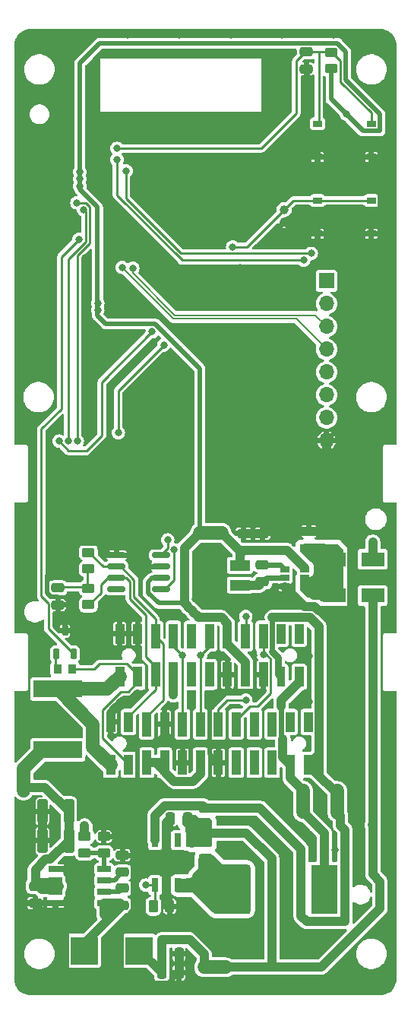
<source format=gbl>
G04 #@! TF.GenerationSoftware,KiCad,Pcbnew,8.0.1*
G04 #@! TF.CreationDate,2024-04-14T23:13:03-04:00*
G04 #@! TF.ProjectId,Bird3Controller,42697264-3343-46f6-9e74-726f6c6c6572,rev?*
G04 #@! TF.SameCoordinates,Original*
G04 #@! TF.FileFunction,Copper,L2,Bot*
G04 #@! TF.FilePolarity,Positive*
%FSLAX46Y46*%
G04 Gerber Fmt 4.6, Leading zero omitted, Abs format (unit mm)*
G04 Created by KiCad (PCBNEW 8.0.1) date 2024-04-14 23:13:03*
%MOMM*%
%LPD*%
G01*
G04 APERTURE LIST*
G04 Aperture macros list*
%AMRoundRect*
0 Rectangle with rounded corners*
0 $1 Rounding radius*
0 $2 $3 $4 $5 $6 $7 $8 $9 X,Y pos of 4 corners*
0 Add a 4 corners polygon primitive as box body*
4,1,4,$2,$3,$4,$5,$6,$7,$8,$9,$2,$3,0*
0 Add four circle primitives for the rounded corners*
1,1,$1+$1,$2,$3*
1,1,$1+$1,$4,$5*
1,1,$1+$1,$6,$7*
1,1,$1+$1,$8,$9*
0 Add four rect primitives between the rounded corners*
20,1,$1+$1,$2,$3,$4,$5,0*
20,1,$1+$1,$4,$5,$6,$7,0*
20,1,$1+$1,$6,$7,$8,$9,0*
20,1,$1+$1,$8,$9,$2,$3,0*%
G04 Aperture macros list end*
G04 #@! TA.AperFunction,EtchedComponent*
%ADD10C,1.500000*%
G04 #@! TD*
G04 #@! TA.AperFunction,SMDPad,CuDef*
%ADD11R,1.000000X0.700000*%
G04 #@! TD*
G04 #@! TA.AperFunction,SMDPad,CuDef*
%ADD12R,1.525000X0.650000*%
G04 #@! TD*
G04 #@! TA.AperFunction,SMDPad,CuDef*
%ADD13R,2.400000X3.100000*%
G04 #@! TD*
G04 #@! TA.AperFunction,SMDPad,CuDef*
%ADD14R,0.802000X1.505000*%
G04 #@! TD*
G04 #@! TA.AperFunction,SMDPad,CuDef*
%ADD15R,3.502000X2.613000*%
G04 #@! TD*
G04 #@! TA.AperFunction,ComponentPad*
%ADD16R,1.700000X1.700000*%
G04 #@! TD*
G04 #@! TA.AperFunction,ComponentPad*
%ADD17O,1.700000X1.700000*%
G04 #@! TD*
G04 #@! TA.AperFunction,SMDPad,CuDef*
%ADD18R,5.450000X1.920000*%
G04 #@! TD*
G04 #@! TA.AperFunction,SMDPad,CuDef*
%ADD19RoundRect,0.243750X-0.456250X0.243750X-0.456250X-0.243750X0.456250X-0.243750X0.456250X0.243750X0*%
G04 #@! TD*
G04 #@! TA.AperFunction,SMDPad,CuDef*
%ADD20RoundRect,0.250000X0.450000X-0.262500X0.450000X0.262500X-0.450000X0.262500X-0.450000X-0.262500X0*%
G04 #@! TD*
G04 #@! TA.AperFunction,SMDPad,CuDef*
%ADD21RoundRect,0.250000X0.325000X1.100000X-0.325000X1.100000X-0.325000X-1.100000X0.325000X-1.100000X0*%
G04 #@! TD*
G04 #@! TA.AperFunction,SMDPad,CuDef*
%ADD22C,1.500000*%
G04 #@! TD*
G04 #@! TA.AperFunction,SMDPad,CuDef*
%ADD23RoundRect,0.250000X-0.450000X0.262500X-0.450000X-0.262500X0.450000X-0.262500X0.450000X0.262500X0*%
G04 #@! TD*
G04 #@! TA.AperFunction,SMDPad,CuDef*
%ADD24R,1.000000X2.205000*%
G04 #@! TD*
G04 #@! TA.AperFunction,SMDPad,CuDef*
%ADD25R,1.000000X2.750000*%
G04 #@! TD*
G04 #@! TA.AperFunction,SMDPad,CuDef*
%ADD26R,0.950000X2.205000*%
G04 #@! TD*
G04 #@! TA.AperFunction,SMDPad,CuDef*
%ADD27RoundRect,0.250000X0.475000X-0.250000X0.475000X0.250000X-0.475000X0.250000X-0.475000X-0.250000X0*%
G04 #@! TD*
G04 #@! TA.AperFunction,SMDPad,CuDef*
%ADD28R,2.900000X5.400000*%
G04 #@! TD*
G04 #@! TA.AperFunction,SMDPad,CuDef*
%ADD29RoundRect,0.250000X-0.475000X0.250000X-0.475000X-0.250000X0.475000X-0.250000X0.475000X0.250000X0*%
G04 #@! TD*
G04 #@! TA.AperFunction,SMDPad,CuDef*
%ADD30RoundRect,0.250000X-0.250000X-0.475000X0.250000X-0.475000X0.250000X0.475000X-0.250000X0.475000X0*%
G04 #@! TD*
G04 #@! TA.AperFunction,SMDPad,CuDef*
%ADD31R,2.600000X1.650000*%
G04 #@! TD*
G04 #@! TA.AperFunction,SMDPad,CuDef*
%ADD32RoundRect,0.250000X0.250000X0.475000X-0.250000X0.475000X-0.250000X-0.475000X0.250000X-0.475000X0*%
G04 #@! TD*
G04 #@! TA.AperFunction,SMDPad,CuDef*
%ADD33R,2.200000X1.200000*%
G04 #@! TD*
G04 #@! TA.AperFunction,SMDPad,CuDef*
%ADD34R,3.050000X3.100000*%
G04 #@! TD*
G04 #@! TA.AperFunction,SMDPad,CuDef*
%ADD35RoundRect,0.250000X0.262500X0.450000X-0.262500X0.450000X-0.262500X-0.450000X0.262500X-0.450000X0*%
G04 #@! TD*
G04 #@! TA.AperFunction,SMDPad,CuDef*
%ADD36RoundRect,0.150000X0.825000X0.150000X-0.825000X0.150000X-0.825000X-0.150000X0.825000X-0.150000X0*%
G04 #@! TD*
G04 #@! TA.AperFunction,SMDPad,CuDef*
%ADD37R,0.990600X2.200800*%
G04 #@! TD*
G04 #@! TA.AperFunction,SMDPad,CuDef*
%ADD38R,0.997648X2.250000*%
G04 #@! TD*
G04 #@! TA.AperFunction,SMDPad,CuDef*
%ADD39R,0.995300X2.201600*%
G04 #@! TD*
G04 #@! TA.AperFunction,SMDPad,CuDef*
%ADD40R,1.000000X2.251598*%
G04 #@! TD*
G04 #@! TA.AperFunction,SMDPad,CuDef*
%ADD41R,0.990600X2.743200*%
G04 #@! TD*
G04 #@! TA.AperFunction,SMDPad,CuDef*
%ADD42R,0.995300X2.251600*%
G04 #@! TD*
G04 #@! TA.AperFunction,SMDPad,CuDef*
%ADD43R,0.995302X2.201600*%
G04 #@! TD*
G04 #@! TA.AperFunction,SMDPad,CuDef*
%ADD44R,0.995302X2.251600*%
G04 #@! TD*
G04 #@! TA.AperFunction,SMDPad,CuDef*
%ADD45RoundRect,0.162500X0.162500X-0.447500X0.162500X0.447500X-0.162500X0.447500X-0.162500X-0.447500X0*%
G04 #@! TD*
G04 #@! TA.AperFunction,SMDPad,CuDef*
%ADD46C,1.000000*%
G04 #@! TD*
G04 #@! TA.AperFunction,SMDPad,CuDef*
%ADD47R,0.940000X1.010000*%
G04 #@! TD*
G04 #@! TA.AperFunction,ViaPad*
%ADD48C,0.800000*%
G04 #@! TD*
G04 #@! TA.AperFunction,Conductor*
%ADD49C,0.250000*%
G04 #@! TD*
G04 #@! TA.AperFunction,Conductor*
%ADD50C,1.000000*%
G04 #@! TD*
G04 #@! TA.AperFunction,Conductor*
%ADD51C,0.500000*%
G04 #@! TD*
G04 #@! TA.AperFunction,Conductor*
%ADD52C,0.200000*%
G04 #@! TD*
G04 #@! TA.AperFunction,Conductor*
%ADD53C,0.600000*%
G04 #@! TD*
G04 #@! TA.AperFunction,Conductor*
%ADD54C,1.500000*%
G04 #@! TD*
G04 #@! TA.AperFunction,Conductor*
%ADD55C,0.750000*%
G04 #@! TD*
G04 APERTURE END LIST*
D10*
X181850000Y-146700000D02*
X184250000Y-146700000D01*
X161750000Y-124600000D02*
X161750000Y-127000000D01*
X181400000Y-98300000D02*
X183800000Y-98300000D01*
X196700000Y-127050000D02*
X196700000Y-129450000D01*
X192885131Y-127027239D02*
X192885131Y-129427239D01*
D11*
X193049000Y-102350000D03*
X193049000Y-103300000D03*
X193049000Y-104250000D03*
X190851000Y-104250000D03*
X190851000Y-103300000D03*
X190851000Y-102350000D03*
D12*
X165288000Y-139555000D03*
X165288000Y-138285000D03*
X165288000Y-137015000D03*
X165288000Y-135745000D03*
X170712000Y-135745000D03*
X170712000Y-137015000D03*
X170712000Y-138285000D03*
X170712000Y-139555000D03*
D13*
X168000000Y-137650000D03*
D14*
X176395000Y-132552500D03*
X177665000Y-132552500D03*
X178935000Y-132552500D03*
X180205000Y-132552500D03*
X180205000Y-137547500D03*
X178935000Y-137547500D03*
X177665000Y-137547500D03*
X176395000Y-137547500D03*
D15*
X178300000Y-135050000D03*
D16*
X195500000Y-70250000D03*
D17*
X195500000Y-72790000D03*
X195500000Y-75330000D03*
X195500000Y-77870000D03*
X195500000Y-80410000D03*
X195500000Y-82950000D03*
X195500000Y-85490000D03*
X195500000Y-88030000D03*
D18*
X165550000Y-115715000D03*
X165550000Y-122485000D03*
D19*
X182000000Y-132712500D03*
X182000000Y-134587500D03*
D20*
X168550000Y-133962500D03*
X168550000Y-132137500D03*
D11*
X194500000Y-56450000D03*
X200500000Y-56450000D03*
X194500000Y-52750000D03*
X200500000Y-52750000D03*
D21*
X166775000Y-129350000D03*
X163825000Y-129350000D03*
D22*
X184250000Y-146700000D03*
X181850000Y-146700000D03*
D23*
X168950000Y-104492500D03*
X168950000Y-106317500D03*
D20*
X182000000Y-130812500D03*
X182000000Y-128987500D03*
D24*
X172450000Y-109547500D03*
X172450000Y-114352500D03*
X174450000Y-109547500D03*
X174450000Y-114352500D03*
D25*
X176450000Y-109820000D03*
X176450000Y-114080000D03*
X178450000Y-109820000D03*
X178450000Y-114080000D03*
X180450000Y-109820000D03*
X180450000Y-114080000D03*
X182450000Y-109820000D03*
X182450000Y-114080000D03*
X184450000Y-109820000D03*
X184450000Y-114080000D03*
X186450000Y-109820000D03*
X186450000Y-114080000D03*
X188450000Y-109820000D03*
X188450000Y-114080000D03*
D24*
X190450000Y-109547500D03*
D26*
X190425000Y-114352500D03*
D24*
X192450000Y-109547500D03*
X192450000Y-114352500D03*
D27*
X188350000Y-100300000D03*
X188350000Y-98400000D03*
D22*
X161750000Y-127000000D03*
X161750000Y-124600000D03*
X183800000Y-98300000D03*
X181400000Y-98300000D03*
X196700000Y-129450000D03*
X196700000Y-127050000D03*
X192885131Y-129427239D03*
X192885131Y-127027239D03*
D28*
X185550000Y-138000000D03*
X195250000Y-138000000D03*
D29*
X172750000Y-137900000D03*
X172750000Y-139800000D03*
X163050000Y-137650000D03*
X163050000Y-139550000D03*
D30*
X177150000Y-147300000D03*
X179050000Y-147300000D03*
D31*
X196350000Y-101250000D03*
X200650000Y-101250000D03*
D23*
X196000000Y-44787500D03*
X196000000Y-46612500D03*
X168950000Y-100492500D03*
X168950000Y-102317500D03*
D27*
X193550000Y-100050000D03*
X193550000Y-98150000D03*
D31*
X196350000Y-105300000D03*
X200650000Y-105300000D03*
D29*
X165550000Y-104450000D03*
X165550000Y-106350000D03*
D32*
X180000000Y-130150000D03*
X178100000Y-130150000D03*
D11*
X194500000Y-65000000D03*
X200500000Y-65000000D03*
X194500000Y-61300000D03*
X200500000Y-61300000D03*
D23*
X170700000Y-132137500D03*
X170700000Y-133962500D03*
D33*
X185850000Y-104150000D03*
X185850000Y-101950000D03*
D27*
X193250000Y-46650000D03*
X193250000Y-44750000D03*
D34*
X168500000Y-144850000D03*
X174600000Y-144850000D03*
D35*
X178012500Y-139900000D03*
X176187500Y-139900000D03*
D36*
X177050000Y-100795000D03*
X177050000Y-102065000D03*
X177050000Y-103335000D03*
X177050000Y-104605000D03*
X172100000Y-104605000D03*
X172100000Y-103335000D03*
X172100000Y-102065000D03*
X172100000Y-100795000D03*
D37*
X171449999Y-119369600D03*
D38*
X171451176Y-124145000D03*
D39*
X173452350Y-119369200D03*
D40*
X173450000Y-124145799D03*
D41*
X175449999Y-119639999D03*
X175449999Y-123900001D03*
X177450000Y-119639999D03*
X177450000Y-123900001D03*
X179449998Y-119639999D03*
X179449998Y-123900001D03*
X181449999Y-119639999D03*
X181449999Y-123900001D03*
X183450001Y-119639999D03*
X183450001Y-123900001D03*
X185449999Y-119639999D03*
X185449999Y-123900001D03*
X187450000Y-119639999D03*
X187450000Y-123900001D03*
X189449999Y-119639999D03*
X189449999Y-123900001D03*
D39*
X191452350Y-119369200D03*
D42*
X191452350Y-124145800D03*
D43*
X193452349Y-119369200D03*
D44*
X193452349Y-124145800D03*
D45*
X167300000Y-111810000D03*
X165400000Y-111810000D03*
X166350000Y-109190000D03*
D46*
X190800000Y-63700000D03*
X190799999Y-62300000D03*
D27*
X186250000Y-100300000D03*
X186250000Y-98400000D03*
X172750000Y-136123828D03*
X172750000Y-134223828D03*
D21*
X166775000Y-132600000D03*
X163825000Y-132600000D03*
D47*
X165560000Y-113500000D03*
X167140000Y-113500000D03*
D30*
X177150000Y-145200000D03*
X179050000Y-145200000D03*
D29*
X188350000Y-101850000D03*
X188350000Y-103750000D03*
D48*
X195250000Y-133650000D03*
X197000000Y-130850000D03*
X164000000Y-126650000D03*
X200650000Y-130850000D03*
X199200000Y-107150000D03*
X185200000Y-106800000D03*
X183550000Y-105650000D03*
X187000000Y-105650000D03*
X187300000Y-84483333D03*
X170050000Y-96050000D03*
X168900000Y-96050000D03*
X171250000Y-96050000D03*
X165500000Y-103100000D03*
X167250000Y-103100000D03*
X167250000Y-105550000D03*
X172712500Y-68750000D03*
X173900000Y-68850000D03*
X200650000Y-99350000D03*
X161900000Y-69275000D03*
X202000000Y-122243326D03*
X170050000Y-109600000D03*
X190050000Y-82583333D03*
X178250000Y-135600000D03*
X177050000Y-60650000D03*
X178950000Y-68850000D03*
X172150000Y-72750000D03*
X190050000Y-75400000D03*
X187800000Y-143750000D03*
X192100000Y-117100000D03*
X178700000Y-121800000D03*
X161900000Y-108912500D03*
X172200000Y-111950000D03*
X167628571Y-42850000D03*
X179150000Y-61350000D03*
X172150000Y-52150000D03*
X202000000Y-116800000D03*
X176350000Y-61400000D03*
X173357142Y-42850000D03*
X178450000Y-59250000D03*
X202000000Y-49900000D03*
X168600000Y-70050000D03*
X168500000Y-136750000D03*
X187300000Y-78250000D03*
X161900000Y-102306250D03*
X167500000Y-138550000D03*
X173900000Y-72750000D03*
X161900000Y-80343750D03*
X190750000Y-143750000D03*
X161900000Y-49456250D03*
X202000000Y-63053332D03*
X172200000Y-66900000D03*
X161900000Y-135337500D03*
X187300000Y-90716666D03*
X177100000Y-107350000D03*
X167628571Y-148550000D03*
X161900000Y-43550000D03*
X178250000Y-134600000D03*
X184814284Y-148550000D03*
X192650000Y-112000000D03*
X196450000Y-133650000D03*
X177050000Y-62100000D03*
X196271426Y-42850000D03*
X170450000Y-111950000D03*
X167500000Y-136750000D03*
X161900000Y-148550000D03*
X175650000Y-68850000D03*
X172500000Y-117350000D03*
X175250000Y-100450000D03*
X161900000Y-95700000D03*
X161900000Y-86950000D03*
X176350000Y-59950000D03*
X161900000Y-116750000D03*
X171550000Y-120950000D03*
X195600000Y-143750000D03*
X168650000Y-111950000D03*
X168500000Y-137650000D03*
X180900000Y-105650000D03*
X163550000Y-113350000D03*
X202000000Y-128819992D03*
X168600000Y-109550000D03*
X173500000Y-109600000D03*
X163550000Y-111700000D03*
X177050000Y-96050000D03*
X202000000Y-148550000D03*
X193550000Y-117100000D03*
X202000000Y-69629998D03*
X179000000Y-107350000D03*
X179085713Y-42850000D03*
X190050000Y-96950000D03*
X161900000Y-75881250D03*
X180950000Y-121800000D03*
X202000000Y-135396658D03*
X196271426Y-148550000D03*
X176300000Y-121800000D03*
X172150000Y-61950000D03*
X177050000Y-59250000D03*
X202000000Y-56476666D03*
X168600000Y-67650000D03*
X183800000Y-121800000D03*
X202000000Y-95450000D03*
X194750000Y-127300000D03*
X190542855Y-42850000D03*
X161900000Y-56062500D03*
X185900000Y-52150000D03*
X161900000Y-141943750D03*
X179085713Y-148550000D03*
X199200000Y-136950000D03*
X161900000Y-62668750D03*
X178450000Y-62100000D03*
X202000000Y-87700000D03*
X177000000Y-88134500D03*
X167500000Y-137650000D03*
X199200000Y-117083332D03*
X174380000Y-88178998D03*
X177350000Y-134600000D03*
X161900000Y-122125000D03*
X202000000Y-103300000D03*
X199200000Y-127016664D03*
X174350000Y-96050000D03*
X185900000Y-68800000D03*
X202000000Y-141973324D03*
X188450000Y-121800000D03*
X178950000Y-52150000D03*
X178450000Y-60650000D03*
X178050000Y-107350000D03*
X190542855Y-148550000D03*
X174400000Y-116300000D03*
X171350000Y-109600000D03*
X179150000Y-59950000D03*
X202000000Y-76206664D03*
X186450000Y-121800000D03*
X193550000Y-112000000D03*
X185900000Y-61950000D03*
X202000000Y-80200000D03*
X187300000Y-96950000D03*
X185900000Y-56950000D03*
X173850000Y-121800000D03*
X178070000Y-72350000D03*
X202000000Y-43450000D03*
X202000000Y-108550000D03*
X177750000Y-59950000D03*
X184850000Y-72750000D03*
X173700000Y-117000000D03*
X190050000Y-89766666D03*
X181000000Y-100550000D03*
X179150000Y-135600000D03*
X168500000Y-138550000D03*
X187400000Y-111950000D03*
X199200000Y-122049998D03*
X168900000Y-86100000D03*
X199300000Y-140250000D03*
X177800000Y-61350000D03*
X177350000Y-135600000D03*
X171850000Y-117900000D03*
X161900000Y-128731250D03*
X194750000Y-129350000D03*
X199200000Y-131983330D03*
X179150000Y-134600000D03*
X199200000Y-112116666D03*
X183800000Y-111950000D03*
X173357142Y-148550000D03*
X182300000Y-143750000D03*
X184814284Y-42850000D03*
X179800000Y-126000000D03*
X181200000Y-107700000D03*
X168000000Y-59700000D03*
X170000000Y-72750000D03*
X180000000Y-106500000D03*
X178450000Y-116350000D03*
X197700000Y-51700000D03*
X179700000Y-103100000D03*
X180600000Y-107100000D03*
X168000000Y-58900000D03*
X168000000Y-58100000D03*
X170000000Y-73500000D03*
X165700000Y-88100000D03*
X175350000Y-137550000D03*
X176075000Y-75925000D03*
X179450000Y-111950000D03*
X166715997Y-88100000D03*
X168407000Y-62300000D03*
X181450000Y-111950000D03*
X167728652Y-88087348D03*
X167682664Y-61544974D03*
X186500000Y-116927000D03*
X186500000Y-107600000D03*
X192958000Y-67950000D03*
X172150000Y-56750000D03*
X173150000Y-58000000D03*
X188450000Y-111900000D03*
X193800000Y-67200000D03*
X177355851Y-77394149D03*
X172300000Y-87167500D03*
X172150000Y-55500000D03*
X177794000Y-99100000D03*
X178519000Y-100203000D03*
X185050000Y-66475000D03*
X177150000Y-143650000D03*
X168550000Y-130950000D03*
X167925000Y-65600000D03*
D49*
X186625000Y-66475000D02*
X191800000Y-61300000D01*
X185050000Y-66475000D02*
X186625000Y-66475000D01*
X191800000Y-61300000D02*
X194500000Y-61300000D01*
D50*
X195250000Y-133650000D02*
X195250000Y-131792108D01*
X164000000Y-126650000D02*
X162100000Y-126650000D01*
X197050000Y-129800000D02*
X196700000Y-129450000D01*
X197550000Y-141600000D02*
X197550000Y-131400000D01*
X197550000Y-131400000D02*
X197050000Y-130900000D01*
X193300000Y-141600000D02*
X197550000Y-141600000D01*
X192651864Y-140951864D02*
X193300000Y-141600000D01*
X188087500Y-128987500D02*
X192651864Y-133551864D01*
X192651864Y-133551864D02*
X192651864Y-140951864D01*
X197050000Y-130900000D02*
X197050000Y-129800000D01*
X182000000Y-128987500D02*
X188087500Y-128987500D01*
X194300000Y-130842108D02*
X192885131Y-129427239D01*
X194300000Y-130850000D02*
X194300000Y-130842108D01*
X194307892Y-130850000D02*
X194300000Y-130850000D01*
X200650000Y-130800000D02*
X200650000Y-105300000D01*
X200600000Y-130850000D02*
X200650000Y-130800000D01*
X200650000Y-130900000D02*
X200600000Y-130850000D01*
D49*
X170350000Y-105005000D02*
X168950000Y-106405000D01*
X170350000Y-104110001D02*
X170350000Y-105005000D01*
X172100000Y-103335000D02*
X171125001Y-103335000D01*
X171125001Y-103335000D02*
X170350000Y-104110001D01*
D51*
X165550000Y-109000000D02*
X165550000Y-106350000D01*
X165740000Y-109190000D02*
X165550000Y-109000000D01*
X166350000Y-109190000D02*
X165740000Y-109190000D01*
X164778122Y-105400000D02*
X165550000Y-105400000D01*
X164358000Y-104979878D02*
X164778122Y-105400000D01*
X164358000Y-103042000D02*
X164358000Y-104979878D01*
X165550000Y-105400000D02*
X165550000Y-106350000D01*
X170130000Y-99530000D02*
X167870000Y-99530000D01*
X167870000Y-99530000D02*
X164358000Y-103042000D01*
X171395000Y-100795000D02*
X170130000Y-99530000D01*
X172100000Y-100795000D02*
X171395000Y-100795000D01*
X168200000Y-109150000D02*
X166390000Y-109150000D01*
X166390000Y-109150000D02*
X166350000Y-109190000D01*
X168600000Y-109550000D02*
X168200000Y-109150000D01*
X173880000Y-100795000D02*
X172100000Y-100795000D01*
X175150000Y-102065000D02*
X173880000Y-100795000D01*
X161800000Y-139550000D02*
X163050000Y-139550000D01*
X161775000Y-132600000D02*
X161775000Y-139525000D01*
X161775000Y-139525000D02*
X161800000Y-139550000D01*
X163825000Y-132600000D02*
X161775000Y-132600000D01*
X172625000Y-148450000D02*
X172600000Y-148475000D01*
X172625000Y-141646878D02*
X172625000Y-148450000D01*
X173950000Y-140321878D02*
X172625000Y-141646878D01*
X172750000Y-134223828D02*
X173950000Y-134223828D01*
X173950000Y-134223828D02*
X173950000Y-140321878D01*
X172750000Y-132137500D02*
X170700000Y-132137500D01*
X172750000Y-134223828D02*
X172750000Y-132137500D01*
D52*
X192105000Y-74475000D02*
X195500000Y-77870000D01*
X172712500Y-68762500D02*
X178425001Y-74475000D01*
X178425001Y-74475000D02*
X192105000Y-74475000D01*
X172712500Y-68750000D02*
X172712500Y-68762500D01*
X173900000Y-68850000D02*
X173900000Y-69384314D01*
X178590686Y-74075000D02*
X194245000Y-74075000D01*
X173900000Y-69384314D02*
X178590686Y-74075000D01*
X194245000Y-74075000D02*
X195500000Y-75330000D01*
D50*
X200650000Y-99350000D02*
X200650000Y-101250000D01*
D51*
X167900000Y-137750000D02*
X168450000Y-137650000D01*
X165288000Y-139555000D02*
X166095000Y-139555000D01*
X200500000Y-65000000D02*
X194500000Y-65000000D01*
X184802000Y-115907000D02*
X184698000Y-115803000D01*
X171297500Y-109547500D02*
X170102500Y-109547500D01*
D50*
X198350000Y-106825000D02*
X198226028Y-106948972D01*
D51*
X170050000Y-109600000D02*
X169997500Y-109547500D01*
X175250000Y-100450000D02*
X175250000Y-101965000D01*
X200500000Y-64599000D02*
X200500000Y-64198100D01*
X178733701Y-121800000D02*
X177450000Y-120516299D01*
D50*
X188600000Y-98150000D02*
X188350000Y-98400000D01*
D51*
X193400000Y-46887200D02*
X193400000Y-55350000D01*
D50*
X188350000Y-98400000D02*
X186250000Y-98400000D01*
X193550000Y-98150000D02*
X195400000Y-98150000D01*
X172823100Y-117000000D02*
X173700000Y-117000000D01*
X172500000Y-117350000D02*
X172473100Y-117350000D01*
D51*
X168690000Y-109550000D02*
X168600000Y-109550000D01*
X167200000Y-136850000D02*
X166095000Y-135745000D01*
X174733100Y-121850000D02*
X176300000Y-121850000D01*
X167450000Y-137100000D02*
X167450000Y-136850000D01*
X163050000Y-139550000D02*
X166525000Y-143025000D01*
D50*
X177665000Y-134415000D02*
X178300000Y-135050000D01*
D51*
X193400000Y-55350000D02*
X194500000Y-56450000D01*
X188450000Y-115907000D02*
X184802000Y-115907000D01*
X171450000Y-119369600D02*
X171450000Y-119370000D01*
X166525000Y-143025000D02*
X166525000Y-147175000D01*
X173552500Y-109547500D02*
X173500000Y-109600000D01*
X177050000Y-102065000D02*
X175150000Y-102065000D01*
X173500000Y-109600000D02*
X173447500Y-109547500D01*
X182503000Y-121800000D02*
X182503000Y-122076000D01*
X167450000Y-137750000D02*
X167900000Y-137750000D01*
X200500000Y-65801900D02*
X200500000Y-65000000D01*
X200500000Y-65000000D02*
X200500000Y-64599000D01*
D50*
X194147056Y-106545000D02*
X193046000Y-106545000D01*
D51*
X172450000Y-109548000D02*
X172450000Y-109547500D01*
X167450000Y-138200000D02*
X167450000Y-138200000D01*
X195500000Y-88030000D02*
X197676000Y-85853900D01*
D50*
X171449999Y-118373101D02*
X171850000Y-117973100D01*
D51*
X200500000Y-64198100D02*
X201452000Y-63246200D01*
X168000000Y-137650000D02*
X167450000Y-137100000D01*
X170700000Y-127250000D02*
X172050000Y-125900000D01*
D50*
X163825000Y-129350000D02*
X163825000Y-132600000D01*
X198350000Y-99725000D02*
X198350000Y-106825000D01*
D51*
X170700000Y-132137500D02*
X170700000Y-127250000D01*
D50*
X195500000Y-98050000D02*
X195500000Y-88030000D01*
X193550000Y-98150000D02*
X188600000Y-98150000D01*
D51*
X171350000Y-109600000D02*
X171297500Y-109547500D01*
X166095000Y-135745000D02*
X165288000Y-135745000D01*
X197676000Y-85853900D02*
X197676000Y-68625800D01*
D50*
X172500000Y-117350000D02*
X172500000Y-117323100D01*
D51*
X174221598Y-125900000D02*
X174400000Y-125721598D01*
X174400000Y-125721598D02*
X174400000Y-122183100D01*
X166525000Y-147175000D02*
X167825000Y-148475000D01*
D50*
X172473100Y-117350000D02*
X171923100Y-117900000D01*
D51*
X182503000Y-122076000D02*
X182503000Y-122953000D01*
D50*
X195400000Y-98150000D02*
X195500000Y-98050000D01*
D51*
X166095000Y-139555000D02*
X167000000Y-138650000D01*
X201452000Y-57402000D02*
X200500000Y-56450000D01*
D50*
X177665000Y-139552500D02*
X178012500Y-139900000D01*
D51*
X182503000Y-122953000D02*
X183450001Y-123900001D01*
D50*
X196775000Y-98150000D02*
X198350000Y-99725000D01*
X179050000Y-145200000D02*
X179050000Y-147300000D01*
X177665000Y-137547500D02*
X177665000Y-139552500D01*
X177665000Y-135685000D02*
X178300000Y-135050000D01*
D51*
X172600000Y-148475000D02*
X177875000Y-148475000D01*
X172050000Y-125900000D02*
X174221598Y-125900000D01*
X174400000Y-122183100D02*
X174733100Y-121850000D01*
D50*
X178100000Y-130150000D02*
X177665000Y-130585000D01*
D51*
X201452000Y-63246200D02*
X201452000Y-57402000D01*
X194500000Y-65000000D02*
X194350000Y-65000000D01*
X167825000Y-148475000D02*
X172600000Y-148475000D01*
X177450000Y-120700000D02*
X177450000Y-119639999D01*
X167450000Y-138650000D02*
X167450000Y-138200000D01*
D49*
X175250000Y-101965000D02*
X175150000Y-102065000D01*
D51*
X177450000Y-120516299D02*
X177450000Y-119639999D01*
D50*
X198226028Y-106948972D02*
X194551028Y-106948972D01*
D51*
X167450000Y-138200000D02*
X167450000Y-137750000D01*
D50*
X171449999Y-119369600D02*
X171449999Y-118373101D01*
D51*
X182503000Y-117998000D02*
X182503000Y-122076000D01*
D50*
X177665000Y-137547500D02*
X177665000Y-135685000D01*
D51*
X197676000Y-68625800D02*
X200500000Y-65801900D01*
D50*
X195400000Y-98150000D02*
X196775000Y-98150000D01*
D51*
X184450000Y-114080000D02*
X184450000Y-115555000D01*
X193050000Y-63700000D02*
X190800000Y-63700000D01*
X173447500Y-109547500D02*
X171402500Y-109547500D01*
D50*
X177665000Y-130585000D02*
X177665000Y-132552500D01*
D51*
X177875000Y-148475000D02*
X179050000Y-147300000D01*
X178700000Y-121800000D02*
X182503000Y-121800000D01*
D50*
X172500000Y-117323100D02*
X172823100Y-117000000D01*
D51*
X176300000Y-121850000D02*
X177450000Y-120700000D01*
X170102500Y-109547500D02*
X170050000Y-109600000D01*
X194350000Y-65000000D02*
X193050000Y-63700000D01*
D50*
X194551028Y-106948972D02*
X194147056Y-106545000D01*
D51*
X193250000Y-46737500D02*
X193400000Y-46887200D01*
D50*
X177665000Y-132552500D02*
X177665000Y-134415000D01*
D51*
X169997500Y-109547500D02*
X168692500Y-109547500D01*
X184450000Y-115555000D02*
X184698000Y-115803000D01*
X174450000Y-109547500D02*
X173552500Y-109547500D01*
X167450000Y-136850000D02*
X167200000Y-136850000D01*
X165283000Y-139550000D02*
X165288000Y-139555000D01*
X168692500Y-109547500D02*
X168690000Y-109550000D01*
X171402500Y-109547500D02*
X171350000Y-109600000D01*
X188450000Y-114080000D02*
X188450000Y-115907000D01*
X167000000Y-138650000D02*
X167450000Y-138650000D01*
D50*
X173700000Y-117000000D02*
X174400000Y-116300000D01*
X193046000Y-106545000D02*
X190851000Y-104350000D01*
D51*
X163050000Y-139550000D02*
X165283000Y-139550000D01*
X200500000Y-56450000D02*
X194500000Y-56450000D01*
X168450000Y-137650000D02*
X168000000Y-137650000D01*
X184698000Y-115803000D02*
X182503000Y-117998000D01*
X169982000Y-62036523D02*
X168000000Y-60054523D01*
X169982000Y-74132000D02*
X169982000Y-73518000D01*
D50*
X181295000Y-107745000D02*
X183795000Y-107745000D01*
X181200000Y-107700000D02*
X181250000Y-107700000D01*
X184450000Y-109820000D02*
X184450000Y-110695000D01*
X180600000Y-107050000D02*
X180600000Y-107100000D01*
X179800000Y-126000000D02*
X179828399Y-125971601D01*
X176450001Y-123900001D02*
X176450000Y-123900000D01*
D51*
X175600000Y-103810001D02*
X175600000Y-104982684D01*
X177050000Y-103335000D02*
X176075001Y-103335000D01*
D50*
X186450000Y-112695000D02*
X186450000Y-114080000D01*
X183795000Y-107745000D02*
X184450000Y-108400000D01*
D51*
X170000000Y-72750000D02*
X169982000Y-72732000D01*
D50*
X180000000Y-106500000D02*
X180050000Y-106500000D01*
X184450000Y-110695000D02*
X186450000Y-112695000D01*
D51*
X181400000Y-80047918D02*
X176402082Y-75050000D01*
X176767316Y-106150000D02*
X179700000Y-106150000D01*
D50*
X181449999Y-125166900D02*
X181449999Y-123900001D01*
D51*
X168000000Y-46000000D02*
X170200000Y-43800000D01*
X181400000Y-98300000D02*
X181400000Y-80047918D01*
D50*
X179771601Y-125971601D02*
X178521601Y-125971601D01*
X184450000Y-108400000D02*
X184450000Y-109820000D01*
D51*
X169982000Y-72768000D02*
X170000000Y-72750000D01*
D50*
X180600000Y-107100000D02*
X180650000Y-107100000D01*
D51*
X170900000Y-75050000D02*
X169982000Y-74132000D01*
D50*
X181200000Y-107650000D02*
X181200000Y-107700000D01*
D51*
X201450000Y-53550000D02*
X199550000Y-53550000D01*
D50*
X180050000Y-106500000D02*
X180600000Y-107050000D01*
X176450000Y-123900000D02*
X175449999Y-123900001D01*
X181400000Y-98300000D02*
X179700000Y-100000000D01*
D51*
X170200000Y-43800000D02*
X196721878Y-43800000D01*
X170000000Y-73500000D02*
X169982000Y-73482000D01*
D49*
X181700000Y-98600000D02*
X181400000Y-98300000D01*
D50*
X180650000Y-107100000D02*
X181200000Y-107650000D01*
D51*
X197649000Y-44727122D02*
X197649000Y-47867246D01*
X197700000Y-51700000D02*
X196000000Y-50000000D01*
X176075001Y-103335000D02*
X175600000Y-103810001D01*
X169982000Y-73518000D02*
X170000000Y-73500000D01*
X197649000Y-47867246D02*
X201450000Y-51668246D01*
X175600000Y-104982684D02*
X176767316Y-106150000D01*
D50*
X179800000Y-126000000D02*
X179771601Y-125971601D01*
X177450000Y-123900001D02*
X176450001Y-123900001D01*
X179828399Y-125971601D02*
X180645298Y-125971601D01*
X180000000Y-106450000D02*
X180000000Y-106500000D01*
D51*
X201450000Y-51668246D02*
X201450000Y-53550000D01*
D50*
X179700000Y-106150000D02*
X180000000Y-106450000D01*
D51*
X168000000Y-58100000D02*
X168000000Y-46000000D01*
D50*
X180645298Y-125971601D02*
X181449999Y-125166900D01*
D51*
X168000000Y-60054523D02*
X168000000Y-58100000D01*
D50*
X181250000Y-107700000D02*
X181295000Y-107745000D01*
X178521601Y-125971601D02*
X176450000Y-123900000D01*
D51*
X196721878Y-43800000D02*
X197649000Y-44727122D01*
D50*
X178450000Y-116350000D02*
X178450000Y-114080000D01*
D51*
X196000000Y-50000000D02*
X196000000Y-46612500D01*
D50*
X179700000Y-100000000D02*
X179700000Y-106150000D01*
D51*
X199550000Y-53550000D02*
X197700000Y-51700000D01*
X169982000Y-72732000D02*
X169982000Y-62036523D01*
X169982000Y-73482000D02*
X169982000Y-72768000D01*
X176402082Y-75050000D02*
X170900000Y-75050000D01*
D50*
X190450000Y-116955000D02*
X190450000Y-117600000D01*
X192450000Y-114955000D02*
X190450000Y-116955000D01*
X190645299Y-123338749D02*
X191452350Y-124145800D01*
D53*
X190454700Y-121054700D02*
X190454700Y-117704700D01*
D50*
X190645299Y-121245299D02*
X190645299Y-123338749D01*
X192885131Y-127027239D02*
X191452350Y-125594458D01*
X191452350Y-125594458D02*
X191452350Y-124145800D01*
D53*
X190645299Y-121245299D02*
X190454700Y-121054700D01*
X192450000Y-114352500D02*
X192450000Y-114955000D01*
D49*
X176395000Y-139692500D02*
X176187500Y-139900000D01*
X175350000Y-137550000D02*
X175347500Y-137547500D01*
X176395000Y-137547500D02*
X175352500Y-137547500D01*
X165700000Y-88109308D02*
X165700000Y-88100000D01*
X170450000Y-87480000D02*
X168750000Y-89180000D01*
X175352500Y-137547500D02*
X175350000Y-137550000D01*
X176395000Y-137547500D02*
X176395000Y-139692500D01*
X176075000Y-75925000D02*
X170450000Y-81550000D01*
X168750000Y-89180000D02*
X166770692Y-89180000D01*
X170450000Y-81550000D02*
X170450000Y-87480000D01*
X166770692Y-89180000D02*
X165700000Y-88109308D01*
X175347500Y-137547500D02*
X175302500Y-137547500D01*
D51*
X171451000Y-124539000D02*
X171451200Y-124538800D01*
D54*
X171451176Y-124145000D02*
X169474999Y-122168823D01*
X169474999Y-122168823D02*
X169474999Y-119639999D01*
X171087500Y-115715000D02*
X165550000Y-115715000D01*
X172450000Y-114352500D02*
X171087500Y-115715000D01*
X169474999Y-119639999D02*
X165550000Y-115715000D01*
D51*
X171451200Y-124538800D02*
X171451200Y-124145000D01*
X171451000Y-124145000D02*
X171451000Y-124539000D01*
D49*
X175400000Y-112155000D02*
X176450000Y-113205000D01*
X173590961Y-103744357D02*
X173181604Y-103335000D01*
X173452350Y-118766050D02*
X176450000Y-115768400D01*
X176450000Y-113205000D02*
X176450000Y-114080000D01*
X176450000Y-115768400D02*
X176450000Y-114080000D01*
X175400000Y-107462104D02*
X173590961Y-105652301D01*
X173590961Y-105652301D02*
X173590961Y-103744357D01*
X175400000Y-107850000D02*
X175400000Y-107462104D01*
X175400000Y-107850000D02*
X175400000Y-112155000D01*
X173181604Y-103335000D02*
X172100000Y-103335000D01*
X173452350Y-119369200D02*
X173452350Y-118766050D01*
X177275000Y-110645000D02*
X176450000Y-109820000D01*
X172100000Y-102065000D02*
X172548000Y-102065000D01*
X175449999Y-118763699D02*
X177275000Y-116938698D01*
X176450000Y-107875700D02*
X176450000Y-109820000D01*
X174041000Y-103558000D02*
X174041000Y-105465999D01*
X170610000Y-102065000D02*
X172100000Y-102065000D01*
X168950000Y-100405000D02*
X170610000Y-102065000D01*
X172548000Y-102065000D02*
X174041000Y-103558000D01*
X175449999Y-119639999D02*
X175449999Y-118763699D01*
X177275000Y-116938698D02*
X177275000Y-110645000D01*
X176410000Y-107850000D02*
X176410000Y-107834999D01*
X176410000Y-107834999D02*
X174041000Y-105465999D01*
X168407000Y-62300000D02*
X168650000Y-62543000D01*
X178450000Y-110950000D02*
X178450000Y-109820000D01*
X168650000Y-65900000D02*
X166715997Y-67834003D01*
X166715997Y-67834003D02*
X166715997Y-88100000D01*
X179450000Y-111950000D02*
X178450000Y-110950000D01*
X168650000Y-62543000D02*
X168650000Y-65900000D01*
X179450000Y-111950000D02*
X179449998Y-111950002D01*
X179449998Y-111950002D02*
X179449998Y-119639999D01*
X182450000Y-110950000D02*
X181450000Y-111950000D01*
X167682664Y-61544974D02*
X168677279Y-61544974D01*
X168677279Y-61544974D02*
X169132000Y-61999695D01*
X182450000Y-109820000D02*
X182450000Y-110950000D01*
X169132000Y-66054396D02*
X167728652Y-67457744D01*
X169132000Y-61999695D02*
X169132000Y-66054396D01*
X181450000Y-111950000D02*
X181449999Y-119639999D01*
X167728652Y-67457744D02*
X167728652Y-88087348D01*
X179400000Y-67950000D02*
X172150000Y-60700000D01*
X172150000Y-60700000D02*
X172150000Y-56750000D01*
X186500000Y-107600000D02*
X186488000Y-107600000D01*
X186500000Y-116927000D02*
X184465000Y-116927000D01*
X192958000Y-67950000D02*
X179400000Y-67950000D01*
X186500000Y-107600000D02*
X186500000Y-109770000D01*
X184465000Y-116927000D02*
X183450000Y-117942000D01*
X186500000Y-109770000D02*
X186450000Y-109820000D01*
X183450000Y-117942000D02*
X183450000Y-119640000D01*
X186923099Y-117650000D02*
X185449999Y-119123100D01*
X185449999Y-119123100D02*
X185449999Y-119639999D01*
X188450000Y-111900000D02*
X188795000Y-111900000D01*
X173150000Y-61063604D02*
X179286396Y-67200000D01*
X189275000Y-116225000D02*
X187850000Y-117650000D01*
X179286396Y-67200000D02*
X193800000Y-67200000D01*
X189275000Y-112380000D02*
X189275000Y-116225000D01*
X173150000Y-58000000D02*
X173150000Y-61063604D01*
X187850000Y-117650000D02*
X186923099Y-117650000D01*
X188450000Y-111900000D02*
X188450000Y-109820000D01*
X188795000Y-111900000D02*
X189275000Y-112380000D01*
D50*
X194650000Y-121800000D02*
X194650000Y-108745000D01*
X194528274Y-125221726D02*
X193452349Y-124145800D01*
X194650000Y-108745000D02*
X193650000Y-107745000D01*
D53*
X190425000Y-114352500D02*
X190375000Y-114302500D01*
D50*
X196700000Y-127050000D02*
X196356548Y-127050000D01*
X193650000Y-107745000D02*
X189450000Y-107745000D01*
D51*
X193452000Y-124146000D02*
X193452000Y-123393400D01*
D50*
X194650000Y-125100000D02*
X194528274Y-125221726D01*
X193452349Y-124145800D02*
X194650000Y-122948149D01*
D55*
X190100000Y-112200000D02*
X190100000Y-114027500D01*
D51*
X193452300Y-123393700D02*
X193452300Y-124145800D01*
D50*
X194650000Y-122948149D02*
X194650000Y-121800000D01*
X196356548Y-127050000D02*
X194528274Y-125221726D01*
D55*
X189450000Y-111550000D02*
X190100000Y-112200000D01*
D51*
X193452000Y-123393400D02*
X193452300Y-123393700D01*
D55*
X190100000Y-114027500D02*
X190375000Y-114302500D01*
D53*
X189450000Y-111550000D02*
X189450000Y-107745000D01*
D50*
X194650000Y-121800000D02*
X194650000Y-125100000D01*
D49*
X172300000Y-82450000D02*
X172300000Y-87167500D01*
X177355851Y-77394149D02*
X172300000Y-82450000D01*
X194638000Y-44700000D02*
X196000000Y-44700000D01*
X197074000Y-45773600D02*
X196000000Y-44700000D01*
X172150000Y-55500000D02*
X188200000Y-55500000D01*
X194638000Y-44700000D02*
X194638000Y-52612000D01*
X193250000Y-44662500D02*
X193287500Y-44700000D01*
X200500000Y-52750000D02*
X200500000Y-51531800D01*
X197074000Y-48105400D02*
X197074000Y-45773600D01*
X192139000Y-51561000D02*
X192139000Y-45773600D01*
X192139000Y-45773600D02*
X193250000Y-44662500D01*
X200500000Y-51531800D02*
X197074000Y-48105400D01*
X188200000Y-55500000D02*
X192139000Y-51561000D01*
X194638000Y-52612000D02*
X194500000Y-52750000D01*
X193287500Y-44700000D02*
X194638000Y-44700000D01*
X177794000Y-99100000D02*
X177794000Y-100051000D01*
X177794000Y-100051000D02*
X177050000Y-100795000D01*
X177496000Y-104605000D02*
X178519000Y-103582000D01*
X177050000Y-104605000D02*
X177496000Y-104605000D01*
X178519000Y-103582000D02*
X178519000Y-100203000D01*
D51*
X168550000Y-133962500D02*
X170700000Y-133962500D01*
X170700000Y-133962500D02*
X170700000Y-135733000D01*
X170700000Y-135733000D02*
X170712000Y-135745000D01*
X172750000Y-136123828D02*
X171858828Y-137015000D01*
X171858828Y-137015000D02*
X170712000Y-137015000D01*
X172365000Y-138285000D02*
X172750000Y-137900000D01*
X170712000Y-138285000D02*
X172365000Y-138285000D01*
D50*
X168500000Y-144850000D02*
X168500000Y-144050000D01*
X172750000Y-139800000D02*
X171774000Y-139800000D01*
X168500000Y-144050000D02*
X171200000Y-141350000D01*
X170712000Y-139555000D02*
X172505000Y-139555000D01*
X171200000Y-141350000D02*
X172750000Y-139800000D01*
X171200000Y-141350000D02*
X170712000Y-140862000D01*
X171774000Y-139800000D02*
X170712000Y-140862000D01*
X172505000Y-139555000D02*
X172750000Y-139800000D01*
X170712000Y-140862000D02*
X170712000Y-139555000D01*
D49*
X165550000Y-104330000D02*
X168875000Y-104330000D01*
X168875000Y-104330000D02*
X168950000Y-104405000D01*
X168950000Y-102405000D02*
X168875000Y-102480000D01*
X168875000Y-102480000D02*
X168875000Y-104330000D01*
X200500000Y-61300000D02*
X194500000Y-61300000D01*
X165560000Y-113500000D02*
X165310000Y-113250000D01*
X165310000Y-113250000D02*
X165310000Y-111900000D01*
X165310000Y-111900000D02*
X165400000Y-111810000D01*
D50*
X163050000Y-137650000D02*
X163050000Y-135800000D01*
X163050000Y-137650000D02*
X165750000Y-137650000D01*
X164075000Y-126650000D02*
X164000000Y-126650000D01*
X164200000Y-134650000D02*
X164725000Y-134650000D01*
D51*
X163685000Y-138285000D02*
X163050000Y-137650000D01*
D50*
X166775000Y-129350000D02*
X164075000Y-126650000D01*
D51*
X165288000Y-138285000D02*
X163685000Y-138285000D01*
D50*
X166775000Y-129350000D02*
X166775000Y-132600000D01*
D51*
X163050000Y-137650000D02*
X163685000Y-137015000D01*
X163685000Y-137015000D02*
X165288000Y-137015000D01*
D50*
X162100000Y-126650000D02*
X161750000Y-127000000D01*
X163050000Y-135800000D02*
X164200000Y-134650000D01*
X164725000Y-134650000D02*
X166775000Y-132600000D01*
X177150000Y-147300000D02*
X177150000Y-145200000D01*
X168550000Y-130950000D02*
X168550000Y-132137500D01*
X177150000Y-143650000D02*
X180250000Y-143650000D01*
X177150000Y-145200000D02*
X177150000Y-143650000D01*
X181850000Y-145250000D02*
X181850000Y-146700000D01*
X174600000Y-144850000D02*
X174700000Y-144850000D01*
X180250000Y-143650000D02*
X181850000Y-145250000D01*
X174700000Y-144850000D02*
X177150000Y-147300000D01*
X195250000Y-138000000D02*
X195250000Y-133650000D01*
X195250000Y-131792108D02*
X194307892Y-130850000D01*
X176395000Y-132552500D02*
X176395000Y-129779570D01*
X177449570Y-128725000D02*
X181737500Y-128725000D01*
X176395000Y-129779570D02*
X177449570Y-128725000D01*
X181737500Y-128725000D02*
X182000000Y-128987500D01*
D49*
X172573899Y-116000000D02*
X170550000Y-118023899D01*
X170215000Y-112925000D02*
X169640000Y-113500000D01*
X173275000Y-112925000D02*
X170215000Y-112925000D01*
X170550000Y-121150000D02*
X173450000Y-124050000D01*
X169640000Y-113500000D02*
X167140000Y-113500000D01*
X174450000Y-114352500D02*
X174450000Y-114100000D01*
X174450000Y-114950000D02*
X173400000Y-116000000D01*
X170550000Y-118023899D02*
X170550000Y-121150000D01*
X173400000Y-116000000D02*
X172573899Y-116000000D01*
X174450000Y-114352500D02*
X174450000Y-114950000D01*
X173450000Y-124050000D02*
X173450000Y-124145799D01*
X174450000Y-114100000D02*
X173275000Y-112925000D01*
X165950000Y-67575000D02*
X165950000Y-84500000D01*
X164500000Y-109010000D02*
X167300000Y-111810000D01*
X164500000Y-106169173D02*
X164500000Y-109010000D01*
X163700000Y-86750000D02*
X163700000Y-105369173D01*
X167925000Y-65600000D02*
X165950000Y-67575000D01*
X163700000Y-105369173D02*
X164500000Y-106169173D01*
X165950000Y-84500000D02*
X163700000Y-86750000D01*
D51*
X163832500Y-122485000D02*
X165550000Y-122485000D01*
D54*
X163865000Y-122485000D02*
X161750000Y-124600000D01*
D51*
X161750000Y-124600000D02*
X161750000Y-124567500D01*
D54*
X165550000Y-122485000D02*
X163865000Y-122485000D01*
D50*
X200650000Y-136350000D02*
X200650000Y-130900000D01*
X201450000Y-140150000D02*
X201450000Y-137150000D01*
X194900000Y-146700000D02*
X201450000Y-140150000D01*
X200700000Y-105350000D02*
X200650000Y-105300000D01*
X189400000Y-134600000D02*
X189400000Y-146700000D01*
X201450000Y-137150000D02*
X200650000Y-136350000D01*
X184250000Y-146700000D02*
X194900000Y-146700000D01*
X186550000Y-131750000D02*
X189400000Y-134600000D01*
X181900000Y-131750000D02*
X186550000Y-131750000D01*
D53*
X190851000Y-103300000D02*
X188800000Y-103300000D01*
X188800000Y-103300000D02*
X188350000Y-103750000D01*
D50*
X187950000Y-104150000D02*
X188350000Y-103750000D01*
X185850000Y-104150000D02*
X187950000Y-104150000D01*
D53*
X190351000Y-101850000D02*
X190851000Y-102350000D01*
X188350000Y-101850000D02*
X190351000Y-101850000D01*
D50*
X186250000Y-100300000D02*
X188350000Y-100300000D01*
X185850000Y-101950000D02*
X185850000Y-100700000D01*
X185850000Y-100700000D02*
X186250000Y-100300000D01*
X188350000Y-100300000D02*
X191099000Y-100300000D01*
X186250000Y-100300000D02*
X185800000Y-100300000D01*
X191099000Y-100300000D02*
X193049000Y-102250000D01*
X185800000Y-100300000D02*
X183800000Y-98300000D01*
X193550000Y-100050000D02*
X195150000Y-100050000D01*
X194099000Y-105300000D02*
X193049000Y-104250000D01*
X196350000Y-105300000D02*
X194099000Y-105300000D01*
X195150000Y-100050000D02*
X196350000Y-101250000D01*
X196350000Y-101250000D02*
X196350000Y-105300000D01*
X193049000Y-104250000D02*
X193049000Y-103450000D01*
G04 #@! TA.AperFunction,Conductor*
G36*
X187750888Y-129857685D02*
G01*
X187771530Y-129874319D01*
X191765045Y-133867833D01*
X191798530Y-133929156D01*
X191801364Y-133955514D01*
X191801364Y-141035635D01*
X191834046Y-141199939D01*
X191834049Y-141199949D01*
X191843750Y-141223369D01*
X191898160Y-141354727D01*
X191898161Y-141354730D01*
X191991236Y-141494025D01*
X191991239Y-141494029D01*
X192757834Y-142260624D01*
X192757837Y-142260626D01*
X192757838Y-142260627D01*
X192897137Y-142353704D01*
X192897139Y-142353705D01*
X192897143Y-142353707D01*
X192979222Y-142387703D01*
X193006584Y-142399037D01*
X193051918Y-142417816D01*
X193215122Y-142450279D01*
X193216228Y-142450499D01*
X193216232Y-142450500D01*
X193216233Y-142450500D01*
X197633760Y-142450500D01*
X197633767Y-142450500D01*
X197633773Y-142450498D01*
X197636002Y-142450279D01*
X197637168Y-142450500D01*
X197639859Y-142450500D01*
X197639859Y-142451010D01*
X197704649Y-142463292D01*
X197755364Y-142511352D01*
X197772044Y-142579202D01*
X197749394Y-142645298D01*
X197735848Y-142661362D01*
X194584030Y-145813181D01*
X194522707Y-145846666D01*
X194496349Y-145849500D01*
X190374500Y-145849500D01*
X190307461Y-145829815D01*
X190261706Y-145777011D01*
X190250500Y-145725500D01*
X190250500Y-134516232D01*
X190250499Y-134516228D01*
X190223752Y-134381762D01*
X190217816Y-134351918D01*
X190185822Y-134274678D01*
X190185655Y-134274276D01*
X190165053Y-134224536D01*
X190153704Y-134197137D01*
X190153702Y-134197135D01*
X190153702Y-134197133D01*
X190060627Y-134057838D01*
X190060624Y-134057834D01*
X187092165Y-131089375D01*
X187092161Y-131089372D01*
X186952866Y-130996297D01*
X186952863Y-130996296D01*
X186820836Y-130941609D01*
X186801913Y-130933771D01*
X186798082Y-130932184D01*
X186798078Y-130932183D01*
X186798074Y-130932182D01*
X186633771Y-130899500D01*
X186633767Y-130899500D01*
X183379500Y-130899500D01*
X183312461Y-130879815D01*
X183266706Y-130827011D01*
X183255500Y-130775500D01*
X183255500Y-130401359D01*
X183252602Y-130347311D01*
X183252602Y-130347310D01*
X183250954Y-130331984D01*
X183249769Y-130320964D01*
X183247866Y-130309223D01*
X183245845Y-130296751D01*
X183241114Y-130267552D01*
X183190832Y-130132743D01*
X183157347Y-130071420D01*
X183131063Y-130036309D01*
X183106647Y-129970847D01*
X183121499Y-129902574D01*
X183170904Y-129853168D01*
X183230331Y-129838000D01*
X187683849Y-129838000D01*
X187750888Y-129857685D01*
G37*
G04 #@! TD.AperFunction*
G04 #@! TA.AperFunction,Conductor*
G36*
X200526062Y-138829804D02*
G01*
X200579249Y-138875114D01*
X200599496Y-138941986D01*
X200599500Y-138943027D01*
X200599500Y-139746349D01*
X200579815Y-139813388D01*
X200563181Y-139834030D01*
X198611362Y-141785848D01*
X198550039Y-141819333D01*
X198480347Y-141814349D01*
X198424414Y-141772477D01*
X198399997Y-141707013D01*
X198400279Y-141686002D01*
X198400498Y-141683773D01*
X198400500Y-141683767D01*
X198400500Y-139549988D01*
X198420185Y-139482949D01*
X198472989Y-139437194D01*
X198542147Y-139427250D01*
X198605703Y-139456275D01*
X198608002Y-139458318D01*
X198633959Y-139481981D01*
X198633961Y-139481982D01*
X198633962Y-139481983D01*
X198680245Y-139510640D01*
X198807363Y-139589348D01*
X198997544Y-139663024D01*
X199198024Y-139700500D01*
X199198026Y-139700500D01*
X199401974Y-139700500D01*
X199401976Y-139700500D01*
X199602456Y-139663024D01*
X199792637Y-139589348D01*
X199966041Y-139481981D01*
X200116764Y-139344579D01*
X200239673Y-139181821D01*
X200330582Y-138999250D01*
X200356234Y-138909090D01*
X200393513Y-138849999D01*
X200456823Y-138820442D01*
X200526062Y-138829804D01*
G37*
G04 #@! TD.AperFunction*
G04 #@! TA.AperFunction,Conductor*
G36*
X193741536Y-125641785D02*
G01*
X193762178Y-125658419D01*
X195563181Y-127459422D01*
X195596666Y-127520745D01*
X195599500Y-127547103D01*
X195599500Y-129393382D01*
X195598971Y-129404823D01*
X195594785Y-129449998D01*
X195594785Y-129450000D01*
X195598971Y-129495175D01*
X195599500Y-129506616D01*
X195599500Y-129536611D01*
X195606850Y-129583024D01*
X195607847Y-129590976D01*
X195613602Y-129653081D01*
X195621362Y-129680353D01*
X195624568Y-129694885D01*
X195626598Y-129707702D01*
X195646364Y-129768537D01*
X195647699Y-129772918D01*
X195669418Y-129849250D01*
X195674457Y-129859369D01*
X195678006Y-129868052D01*
X195678264Y-129867946D01*
X195680126Y-129872443D01*
X195680127Y-129872445D01*
X195716915Y-129944646D01*
X195717281Y-129945373D01*
X195760327Y-130031821D01*
X195760328Y-130031823D01*
X195814999Y-130104218D01*
X195816364Y-130106061D01*
X195860582Y-130166924D01*
X195861722Y-130168064D01*
X195872994Y-130181017D01*
X195883236Y-130194579D01*
X195937727Y-130244254D01*
X195941847Y-130248189D01*
X195983072Y-130289414D01*
X195998164Y-130300379D01*
X196008810Y-130309055D01*
X196033959Y-130331981D01*
X196033962Y-130331984D01*
X196082169Y-130361831D01*
X196089776Y-130366938D01*
X196123212Y-130391232D01*
X196123214Y-130391233D01*
X196131794Y-130395605D01*
X196182590Y-130443579D01*
X196199500Y-130506090D01*
X196199500Y-130983771D01*
X196232182Y-131148074D01*
X196232185Y-131148086D01*
X196244448Y-131177691D01*
X196296292Y-131302856D01*
X196296299Y-131302869D01*
X196389372Y-131442161D01*
X196389375Y-131442165D01*
X196663181Y-131715970D01*
X196696666Y-131777293D01*
X196699500Y-131803651D01*
X196699500Y-134825500D01*
X196679815Y-134892539D01*
X196627011Y-134938294D01*
X196575500Y-134949500D01*
X196224500Y-134949500D01*
X196157461Y-134929815D01*
X196111706Y-134877011D01*
X196100500Y-134825500D01*
X196100500Y-131708340D01*
X196100499Y-131708336D01*
X196081414Y-131612390D01*
X196067816Y-131544026D01*
X196033276Y-131460639D01*
X196003704Y-131389245D01*
X196003703Y-131389243D01*
X196003702Y-131389241D01*
X195910627Y-131249946D01*
X195910624Y-131249942D01*
X194850054Y-130189373D01*
X194021950Y-129361269D01*
X193988465Y-129299946D01*
X193985631Y-129273588D01*
X193985631Y-127083855D01*
X193986160Y-127072414D01*
X193990346Y-127027239D01*
X193990346Y-127027237D01*
X193986160Y-126982062D01*
X193985631Y-126970621D01*
X193985631Y-126940628D01*
X193978281Y-126894223D01*
X193977283Y-126886266D01*
X193973637Y-126846917D01*
X193971528Y-126824156D01*
X193963769Y-126796891D01*
X193960563Y-126782358D01*
X193958533Y-126769538D01*
X193938765Y-126708702D01*
X193937430Y-126704318D01*
X193915714Y-126627992D01*
X193915712Y-126627987D01*
X193910676Y-126617874D01*
X193907126Y-126609180D01*
X193906865Y-126609289D01*
X193905000Y-126604785D01*
X193868293Y-126532745D01*
X193867817Y-126531801D01*
X193824804Y-126445418D01*
X193787344Y-126395814D01*
X193770156Y-126373053D01*
X193768792Y-126371212D01*
X193749612Y-126344814D01*
X193724545Y-126310311D01*
X193723408Y-126309174D01*
X193712134Y-126296219D01*
X193701893Y-126282657D01*
X193647425Y-126233004D01*
X193643282Y-126229048D01*
X193602058Y-126187824D01*
X193586971Y-126176863D01*
X193576320Y-126168183D01*
X193551176Y-126145261D01*
X193551173Y-126145259D01*
X193551172Y-126145258D01*
X193502948Y-126115399D01*
X193495353Y-126110299D01*
X193461919Y-126086007D01*
X193461920Y-126086007D01*
X193461918Y-126086006D01*
X193430145Y-126069816D01*
X193421168Y-126064762D01*
X193377766Y-126037890D01*
X193377759Y-126037886D01*
X193340747Y-126023548D01*
X193329252Y-126018409D01*
X193307585Y-126007370D01*
X193307579Y-126007367D01*
X193307576Y-126007366D01*
X193307572Y-126007364D01*
X193307568Y-126007363D01*
X193257508Y-125991097D01*
X193251035Y-125988794D01*
X193187592Y-125964216D01*
X193187583Y-125964214D01*
X193165299Y-125960048D01*
X193149776Y-125956093D01*
X193142830Y-125953836D01*
X193074069Y-125942945D01*
X193070684Y-125942361D01*
X193025234Y-125933865D01*
X192962953Y-125902197D01*
X192960338Y-125899657D01*
X192894462Y-125833781D01*
X192860977Y-125772458D01*
X192865961Y-125702766D01*
X192907833Y-125646833D01*
X192973297Y-125622416D01*
X192982143Y-125622100D01*
X193674497Y-125622100D01*
X193741536Y-125641785D01*
G37*
G04 #@! TD.AperFunction*
G04 #@! TA.AperFunction,Conductor*
G36*
X191542539Y-108615185D02*
G01*
X191588294Y-108667989D01*
X191599500Y-108719500D01*
X191599500Y-110683260D01*
X191609426Y-110751391D01*
X191660803Y-110856485D01*
X191743514Y-110939196D01*
X191743515Y-110939196D01*
X191743517Y-110939198D01*
X191848607Y-110990573D01*
X191882673Y-110995536D01*
X191916739Y-111000500D01*
X191916740Y-111000500D01*
X192983261Y-111000500D01*
X193005971Y-110997191D01*
X193051393Y-110990573D01*
X193156483Y-110939198D01*
X193239198Y-110856483D01*
X193290573Y-110751393D01*
X193300500Y-110683260D01*
X193300500Y-108897651D01*
X193320185Y-108830612D01*
X193372989Y-108784857D01*
X193442147Y-108774913D01*
X193505703Y-108803938D01*
X193512181Y-108809970D01*
X193763181Y-109060970D01*
X193796666Y-109122293D01*
X193799500Y-109148651D01*
X193799500Y-117793900D01*
X193779815Y-117860939D01*
X193727011Y-117906694D01*
X193675500Y-117917900D01*
X192921437Y-117917900D01*
X192853306Y-117927826D01*
X192748212Y-117979203D01*
X192665501Y-118061914D01*
X192614124Y-118167008D01*
X192604198Y-118235139D01*
X192604198Y-120503260D01*
X192614124Y-120571391D01*
X192665501Y-120676485D01*
X192748212Y-120759196D01*
X192748213Y-120759196D01*
X192748215Y-120759198D01*
X192853305Y-120810573D01*
X192887371Y-120815536D01*
X192921437Y-120820500D01*
X192921438Y-120820500D01*
X193675500Y-120820500D01*
X193742539Y-120840185D01*
X193788294Y-120892989D01*
X193799500Y-120944500D01*
X193799500Y-122544497D01*
X193779815Y-122611536D01*
X193763225Y-122632134D01*
X193762223Y-122633137D01*
X193700917Y-122666653D01*
X193674498Y-122669500D01*
X192921438Y-122669500D01*
X192915296Y-122670394D01*
X192846121Y-122660580D01*
X192793232Y-122614924D01*
X192773422Y-122547921D01*
X192792982Y-122480845D01*
X192828529Y-122444589D01*
X192941612Y-122369031D01*
X193049031Y-122261612D01*
X193133429Y-122135300D01*
X193191564Y-121994951D01*
X193221200Y-121845957D01*
X193221200Y-121694043D01*
X193191564Y-121545049D01*
X193133429Y-121404700D01*
X193133428Y-121404698D01*
X193133428Y-121404697D01*
X193049032Y-121278389D01*
X193049026Y-121278382D01*
X192941617Y-121170973D01*
X192941610Y-121170967D01*
X192815301Y-121086571D01*
X192674951Y-121028436D01*
X192674943Y-121028434D01*
X192525961Y-120998800D01*
X192525957Y-120998800D01*
X192374043Y-120998800D01*
X192374038Y-120998800D01*
X192225056Y-121028434D01*
X192225048Y-121028436D01*
X192084698Y-121086571D01*
X192084697Y-121086571D01*
X191958389Y-121170967D01*
X191958382Y-121170973D01*
X191850973Y-121278382D01*
X191850967Y-121278389D01*
X191766571Y-121404697D01*
X191766571Y-121404698D01*
X191734360Y-121482463D01*
X191690519Y-121536866D01*
X191624224Y-121558931D01*
X191556525Y-121541652D01*
X191508915Y-121490514D01*
X191495799Y-121435010D01*
X191495799Y-121161531D01*
X191495798Y-121161527D01*
X191486143Y-121112990D01*
X191463115Y-120997217D01*
X191460934Y-120991953D01*
X191453465Y-120922487D01*
X191484738Y-120860007D01*
X191544825Y-120824353D01*
X191575495Y-120820500D01*
X191983261Y-120820500D01*
X192005971Y-120817191D01*
X192051393Y-120810573D01*
X192156483Y-120759198D01*
X192239198Y-120676483D01*
X192290573Y-120571393D01*
X192300500Y-120503260D01*
X192300500Y-118235140D01*
X192290573Y-118167007D01*
X192239198Y-118061917D01*
X192239196Y-118061915D01*
X192239196Y-118061914D01*
X192156485Y-117979203D01*
X192051391Y-117927826D01*
X191983261Y-117917900D01*
X191983260Y-117917900D01*
X191405023Y-117917900D01*
X191337984Y-117898215D01*
X191292229Y-117845411D01*
X191282285Y-117776253D01*
X191283406Y-117769709D01*
X191300499Y-117683771D01*
X191300500Y-117683768D01*
X191300500Y-117358650D01*
X191320185Y-117291611D01*
X191336819Y-117270969D01*
X192765969Y-115841819D01*
X192827292Y-115808334D01*
X192853650Y-115805500D01*
X192983261Y-115805500D01*
X193005971Y-115802191D01*
X193051393Y-115795573D01*
X193156483Y-115744198D01*
X193239198Y-115661483D01*
X193290573Y-115556393D01*
X193300500Y-115488260D01*
X193300500Y-113216740D01*
X193290573Y-113148607D01*
X193239198Y-113043517D01*
X193239196Y-113043515D01*
X193239196Y-113043514D01*
X193156485Y-112960803D01*
X193051391Y-112909426D01*
X192983261Y-112899500D01*
X192983260Y-112899500D01*
X191916740Y-112899500D01*
X191916739Y-112899500D01*
X191848608Y-112909426D01*
X191743514Y-112960803D01*
X191660803Y-113043514D01*
X191609426Y-113148608D01*
X191599500Y-113216739D01*
X191599500Y-114551349D01*
X191579815Y-114618388D01*
X191563181Y-114639030D01*
X191462181Y-114740030D01*
X191400858Y-114773515D01*
X191331166Y-114768531D01*
X191275233Y-114726659D01*
X191250816Y-114661195D01*
X191250500Y-114652349D01*
X191250500Y-113216739D01*
X191240573Y-113148608D01*
X191240573Y-113148607D01*
X191189198Y-113043517D01*
X191189196Y-113043515D01*
X191189196Y-113043514D01*
X191106485Y-112960803D01*
X191001391Y-112909426D01*
X190931622Y-112899261D01*
X190868121Y-112870117D01*
X190830457Y-112811268D01*
X190825500Y-112776557D01*
X190825500Y-112697396D01*
X190845185Y-112630357D01*
X190897989Y-112584602D01*
X190967147Y-112574658D01*
X191018391Y-112594294D01*
X191082656Y-112637235D01*
X191082665Y-112637240D01*
X191114636Y-112650482D01*
X191223795Y-112695698D01*
X191373615Y-112725499D01*
X191373619Y-112725500D01*
X191373620Y-112725500D01*
X191526381Y-112725500D01*
X191526382Y-112725499D01*
X191676205Y-112695698D01*
X191817337Y-112637239D01*
X191944352Y-112552370D01*
X192052370Y-112444352D01*
X192137239Y-112317337D01*
X192195698Y-112176205D01*
X192225500Y-112026380D01*
X192225500Y-111873620D01*
X192195698Y-111723795D01*
X192143432Y-111597615D01*
X192137240Y-111582665D01*
X192137235Y-111582656D01*
X192052370Y-111455648D01*
X192052367Y-111455644D01*
X191944355Y-111347632D01*
X191944351Y-111347629D01*
X191817343Y-111262764D01*
X191817334Y-111262759D01*
X191676205Y-111204302D01*
X191676197Y-111204300D01*
X191526384Y-111174500D01*
X191526380Y-111174500D01*
X191373620Y-111174500D01*
X191373615Y-111174500D01*
X191223802Y-111204300D01*
X191223794Y-111204302D01*
X191082665Y-111262759D01*
X191082656Y-111262764D01*
X190955648Y-111347629D01*
X190955644Y-111347632D01*
X190847632Y-111455644D01*
X190847629Y-111455648D01*
X190762764Y-111582656D01*
X190762760Y-111582664D01*
X190759356Y-111590882D01*
X190715512Y-111645283D01*
X190649216Y-111667344D01*
X190581518Y-111650061D01*
X190557116Y-111631104D01*
X190138193Y-111212181D01*
X190104708Y-111150858D01*
X190109692Y-111081166D01*
X190151564Y-111025233D01*
X190217028Y-111000816D01*
X190225874Y-111000500D01*
X190983261Y-111000500D01*
X191005971Y-110997191D01*
X191051393Y-110990573D01*
X191156483Y-110939198D01*
X191239198Y-110856483D01*
X191290573Y-110751393D01*
X191300500Y-110683260D01*
X191300500Y-108719500D01*
X191320185Y-108652461D01*
X191372989Y-108606706D01*
X191424500Y-108595500D01*
X191475500Y-108595500D01*
X191542539Y-108615185D01*
G37*
G04 #@! TD.AperFunction*
G04 #@! TA.AperFunction,Conductor*
G36*
X201504043Y-42200765D02*
G01*
X201726790Y-42215364D01*
X201742848Y-42217479D01*
X201928875Y-42254482D01*
X201957771Y-42260230D01*
X201973438Y-42264428D01*
X202126569Y-42316409D01*
X202180944Y-42334867D01*
X202195921Y-42341070D01*
X202386791Y-42435196D01*
X202392460Y-42437992D01*
X202406508Y-42446102D01*
X202588712Y-42567848D01*
X202601573Y-42577716D01*
X202706495Y-42669730D01*
X202766328Y-42722202D01*
X202777797Y-42733671D01*
X202888160Y-42859517D01*
X202922280Y-42898423D01*
X202932154Y-42911291D01*
X203053897Y-43093492D01*
X203062007Y-43107539D01*
X203158926Y-43304071D01*
X203165133Y-43319057D01*
X203235571Y-43526561D01*
X203239769Y-43542228D01*
X203282518Y-43757140D01*
X203284636Y-43773221D01*
X203299235Y-43995956D01*
X203299500Y-44004066D01*
X203299500Y-88375500D01*
X203279815Y-88442539D01*
X203227011Y-88488294D01*
X203175500Y-88499500D01*
X201960116Y-88499500D01*
X201886425Y-88530024D01*
X201830024Y-88586425D01*
X201799500Y-88660116D01*
X201799500Y-94739883D01*
X201830024Y-94813574D01*
X201886426Y-94869976D01*
X201960118Y-94900500D01*
X203175500Y-94900500D01*
X203242539Y-94920185D01*
X203288294Y-94972989D01*
X203299500Y-95024500D01*
X203299500Y-109375500D01*
X203279815Y-109442539D01*
X203227011Y-109488294D01*
X203175500Y-109499500D01*
X201960116Y-109499500D01*
X201886425Y-109530024D01*
X201830024Y-109586425D01*
X201799500Y-109660116D01*
X201799500Y-115739883D01*
X201822568Y-115795573D01*
X201830024Y-115813574D01*
X201886426Y-115869976D01*
X201960118Y-115900500D01*
X203175500Y-115900500D01*
X203242539Y-115920185D01*
X203288294Y-115972989D01*
X203299500Y-116024500D01*
X203299500Y-147995933D01*
X203299235Y-148004043D01*
X203284636Y-148226778D01*
X203282518Y-148242859D01*
X203239769Y-148457771D01*
X203235571Y-148473438D01*
X203165133Y-148680942D01*
X203158926Y-148695928D01*
X203062007Y-148892460D01*
X203053897Y-148906507D01*
X202932154Y-149088708D01*
X202922280Y-149101576D01*
X202777797Y-149266328D01*
X202766328Y-149277797D01*
X202601576Y-149422280D01*
X202588708Y-149432154D01*
X202406507Y-149553897D01*
X202392460Y-149562007D01*
X202195928Y-149658926D01*
X202180942Y-149665133D01*
X201973438Y-149735571D01*
X201957771Y-149739769D01*
X201742859Y-149782518D01*
X201726778Y-149784636D01*
X201504043Y-149799235D01*
X201495933Y-149799500D01*
X162504067Y-149799500D01*
X162495957Y-149799235D01*
X162273221Y-149784636D01*
X162257140Y-149782518D01*
X162042228Y-149739769D01*
X162026561Y-149735571D01*
X161819057Y-149665133D01*
X161804071Y-149658926D01*
X161607539Y-149562007D01*
X161593492Y-149553897D01*
X161411291Y-149432154D01*
X161398423Y-149422280D01*
X161233671Y-149277797D01*
X161222202Y-149266328D01*
X161169730Y-149206495D01*
X161077716Y-149101573D01*
X161067845Y-149088708D01*
X160946102Y-148906507D01*
X160937992Y-148892460D01*
X160935196Y-148886791D01*
X160841070Y-148695921D01*
X160834866Y-148680942D01*
X160764428Y-148473438D01*
X160760230Y-148457771D01*
X160728755Y-148299536D01*
X160717479Y-148242848D01*
X160715364Y-148226790D01*
X160700765Y-148004043D01*
X160700500Y-147995933D01*
X160700500Y-145200004D01*
X161794732Y-145200004D01*
X161813777Y-145454154D01*
X161869047Y-145696309D01*
X161870492Y-145702637D01*
X161963607Y-145939888D01*
X162091041Y-146160612D01*
X162249950Y-146359877D01*
X162436783Y-146533232D01*
X162647366Y-146676805D01*
X162647371Y-146676807D01*
X162647372Y-146676808D01*
X162647373Y-146676809D01*
X162769328Y-146735538D01*
X162876992Y-146787387D01*
X162876993Y-146787387D01*
X162876996Y-146787389D01*
X163120542Y-146862513D01*
X163372565Y-146900500D01*
X163627435Y-146900500D01*
X163879458Y-146862513D01*
X164123004Y-146787389D01*
X164352634Y-146676805D01*
X164563217Y-146533232D01*
X164750050Y-146359877D01*
X164908959Y-146160612D01*
X165036393Y-145939888D01*
X165129508Y-145702637D01*
X165186222Y-145454157D01*
X165205268Y-145200000D01*
X165202737Y-145166232D01*
X165186222Y-144945845D01*
X165175758Y-144900000D01*
X165129508Y-144697363D01*
X165036393Y-144460112D01*
X164908959Y-144239388D01*
X164750050Y-144040123D01*
X164563217Y-143866768D01*
X164352634Y-143723195D01*
X164352630Y-143723193D01*
X164352627Y-143723191D01*
X164352626Y-143723190D01*
X164123006Y-143612612D01*
X164123008Y-143612612D01*
X163879466Y-143537489D01*
X163879462Y-143537488D01*
X163879458Y-143537487D01*
X163758231Y-143519214D01*
X163627440Y-143499500D01*
X163627435Y-143499500D01*
X163372565Y-143499500D01*
X163372559Y-143499500D01*
X163215609Y-143523157D01*
X163120542Y-143537487D01*
X163120539Y-143537488D01*
X163120533Y-143537489D01*
X162876992Y-143612612D01*
X162647373Y-143723190D01*
X162647372Y-143723191D01*
X162436782Y-143866768D01*
X162249952Y-144040121D01*
X162249950Y-144040123D01*
X162091041Y-144239388D01*
X161963608Y-144460109D01*
X161870492Y-144697362D01*
X161870490Y-144697369D01*
X161813777Y-144945845D01*
X161794732Y-145199995D01*
X161794732Y-145200004D01*
X160700500Y-145200004D01*
X160700500Y-139850000D01*
X162125001Y-139850000D01*
X162125001Y-139854196D01*
X162127851Y-139884606D01*
X162172653Y-140012645D01*
X162253207Y-140121792D01*
X162362354Y-140202346D01*
X162490397Y-140247149D01*
X162520792Y-140249999D01*
X162749999Y-140249999D01*
X162750000Y-140249998D01*
X162750000Y-139850000D01*
X163350000Y-139850000D01*
X163350000Y-140249999D01*
X163579196Y-140249999D01*
X163609606Y-140247148D01*
X163737645Y-140202346D01*
X163846792Y-140121792D01*
X163927346Y-140012645D01*
X163972149Y-139884604D01*
X163972149Y-139884600D01*
X163974926Y-139855000D01*
X164325500Y-139855000D01*
X164325500Y-139899702D01*
X164337102Y-139958033D01*
X164337103Y-139958034D01*
X164381308Y-140024191D01*
X164447465Y-140068396D01*
X164447466Y-140068397D01*
X164505797Y-140079999D01*
X164505801Y-140080000D01*
X164988000Y-140080000D01*
X164988000Y-139855000D01*
X165588000Y-139855000D01*
X165588000Y-140080000D01*
X166070199Y-140080000D01*
X166070202Y-140079999D01*
X166128533Y-140068397D01*
X166128534Y-140068396D01*
X166194691Y-140024191D01*
X166238896Y-139958034D01*
X166238897Y-139958033D01*
X166250499Y-139899702D01*
X166250500Y-139899699D01*
X166250500Y-139855000D01*
X165588000Y-139855000D01*
X164988000Y-139855000D01*
X164325500Y-139855000D01*
X163974926Y-139855000D01*
X163975000Y-139854206D01*
X163975000Y-139850000D01*
X163350000Y-139850000D01*
X162750000Y-139850000D01*
X162125001Y-139850000D01*
X160700500Y-139850000D01*
X160700500Y-139250000D01*
X162125000Y-139250000D01*
X162750000Y-139250000D01*
X162750000Y-138850000D01*
X162520804Y-138850000D01*
X162490393Y-138852851D01*
X162362354Y-138897653D01*
X162253207Y-138978207D01*
X162172653Y-139087354D01*
X162127850Y-139215395D01*
X162127850Y-139215399D01*
X162125000Y-139245793D01*
X162125000Y-139250000D01*
X160700500Y-139250000D01*
X160700500Y-132300000D01*
X163050000Y-132300000D01*
X164599999Y-132300000D01*
X164599999Y-131445803D01*
X164597148Y-131415393D01*
X164552346Y-131287354D01*
X164471792Y-131178207D01*
X164362644Y-131097653D01*
X164346604Y-131092040D01*
X164289829Y-131051317D01*
X164264083Y-130986364D01*
X164277540Y-130917802D01*
X164325929Y-130867400D01*
X164346612Y-130857955D01*
X164362646Y-130852345D01*
X164471792Y-130771792D01*
X164552346Y-130662645D01*
X164597149Y-130534604D01*
X164597149Y-130534600D01*
X164600000Y-130504206D01*
X164600000Y-129650000D01*
X163050001Y-129650000D01*
X163050001Y-130504196D01*
X163052851Y-130534606D01*
X163097653Y-130662645D01*
X163178207Y-130771792D01*
X163287354Y-130852346D01*
X163303392Y-130857958D01*
X163360169Y-130898680D01*
X163385916Y-130963633D01*
X163372460Y-131032194D01*
X163324073Y-131082597D01*
X163303392Y-131092042D01*
X163287354Y-131097653D01*
X163178207Y-131178207D01*
X163097653Y-131287354D01*
X163052850Y-131415395D01*
X163052850Y-131415399D01*
X163050000Y-131445793D01*
X163050000Y-132300000D01*
X160700500Y-132300000D01*
X160700500Y-127806352D01*
X160720185Y-127739313D01*
X160772989Y-127693558D01*
X160842147Y-127683614D01*
X160905703Y-127712639D01*
X160923451Y-127731622D01*
X160933236Y-127744579D01*
X160987727Y-127794254D01*
X160991847Y-127798189D01*
X161033072Y-127839414D01*
X161048164Y-127850379D01*
X161058810Y-127859055D01*
X161083959Y-127881981D01*
X161083962Y-127881984D01*
X161132169Y-127911831D01*
X161139776Y-127916938D01*
X161173212Y-127941232D01*
X161204975Y-127957416D01*
X161204989Y-127957423D01*
X161213958Y-127962473D01*
X161257363Y-127989348D01*
X161257367Y-127989349D01*
X161257370Y-127989351D01*
X161279997Y-127998116D01*
X161294374Y-128003686D01*
X161294380Y-128003688D01*
X161305876Y-128008827D01*
X161327555Y-128019873D01*
X161377629Y-128036143D01*
X161384095Y-128038444D01*
X161447540Y-128063023D01*
X161447542Y-128063023D01*
X161447544Y-128063024D01*
X161469828Y-128067189D01*
X161485358Y-128071146D01*
X161492299Y-128073402D01*
X161561127Y-128084303D01*
X161564413Y-128084870D01*
X161648024Y-128100500D01*
X161648026Y-128100500D01*
X161851973Y-128100500D01*
X161851976Y-128100500D01*
X161935609Y-128084865D01*
X161938858Y-128084305D01*
X162007701Y-128073402D01*
X162014642Y-128071146D01*
X162030173Y-128067188D01*
X162052456Y-128063024D01*
X162115925Y-128038435D01*
X162122318Y-128036159D01*
X162172445Y-128019873D01*
X162194126Y-128008825D01*
X162205611Y-128003691D01*
X162242637Y-127989348D01*
X162286042Y-127962472D01*
X162294999Y-127957428D01*
X162326788Y-127941232D01*
X162344715Y-127928207D01*
X162360213Y-127916946D01*
X162367822Y-127911835D01*
X162416041Y-127881981D01*
X162441189Y-127859053D01*
X162451830Y-127850382D01*
X162466928Y-127839414D01*
X162508171Y-127798169D01*
X162512269Y-127794256D01*
X162566764Y-127744579D01*
X162577002Y-127731020D01*
X162588286Y-127718055D01*
X162589414Y-127716928D01*
X162633687Y-127655989D01*
X162634962Y-127654267D01*
X162689673Y-127581821D01*
X162695944Y-127569228D01*
X162743447Y-127517991D01*
X162806944Y-127500500D01*
X163671349Y-127500500D01*
X163738388Y-127520185D01*
X163759030Y-127536819D01*
X163810530Y-127588319D01*
X163844015Y-127649642D01*
X163839031Y-127719334D01*
X163797159Y-127775267D01*
X163731695Y-127799684D01*
X163722849Y-127800000D01*
X163445804Y-127800000D01*
X163415393Y-127802851D01*
X163287354Y-127847653D01*
X163178207Y-127928207D01*
X163097653Y-128037354D01*
X163052850Y-128165395D01*
X163052850Y-128165399D01*
X163050000Y-128195793D01*
X163050000Y-129050000D01*
X164599999Y-129050000D01*
X164599999Y-128677150D01*
X164619684Y-128610111D01*
X164672488Y-128564356D01*
X164741646Y-128554412D01*
X164805202Y-128583437D01*
X164811680Y-128589469D01*
X165813181Y-129590970D01*
X165846666Y-129652293D01*
X165849500Y-129678651D01*
X165849500Y-130489363D01*
X165864953Y-130606753D01*
X165864956Y-130606762D01*
X165915061Y-130727725D01*
X165924500Y-130775178D01*
X165924500Y-131174820D01*
X165915061Y-131222272D01*
X165864957Y-131343234D01*
X165864955Y-131343239D01*
X165849501Y-131460629D01*
X165849500Y-131460639D01*
X165849500Y-132271347D01*
X165829815Y-132338386D01*
X165813181Y-132359028D01*
X164811680Y-133360528D01*
X164750357Y-133394013D01*
X164680665Y-133389029D01*
X164624732Y-133347157D01*
X164600315Y-133281693D01*
X164599999Y-133272847D01*
X164600000Y-132900000D01*
X163050001Y-132900000D01*
X163050001Y-133754196D01*
X163052851Y-133784606D01*
X163097653Y-133912645D01*
X163178207Y-134021792D01*
X163287353Y-134102345D01*
X163291837Y-134103914D01*
X163348615Y-134144632D01*
X163374366Y-134209584D01*
X163360914Y-134278146D01*
X163338570Y-134308639D01*
X162389375Y-135257834D01*
X162389372Y-135257838D01*
X162296297Y-135397133D01*
X162264179Y-135474675D01*
X162232185Y-135551913D01*
X162232182Y-135551925D01*
X162199500Y-135716228D01*
X162199500Y-136870067D01*
X162179815Y-136937106D01*
X162150988Y-136968441D01*
X162146721Y-136971715D01*
X162146719Y-136971716D01*
X162146718Y-136971718D01*
X162112475Y-137016345D01*
X162050463Y-137097160D01*
X161989956Y-137243237D01*
X161989955Y-137243239D01*
X161974500Y-137360638D01*
X161974500Y-137939363D01*
X161989953Y-138056753D01*
X161989956Y-138056762D01*
X162046040Y-138192162D01*
X162050464Y-138202841D01*
X162146718Y-138328282D01*
X162272159Y-138424536D01*
X162418238Y-138485044D01*
X162535639Y-138500500D01*
X162956230Y-138500499D01*
X162956244Y-138500500D01*
X162966233Y-138500500D01*
X162999902Y-138500500D01*
X163066941Y-138520185D01*
X163087583Y-138536819D01*
X163313681Y-138762917D01*
X163347166Y-138824240D01*
X163350000Y-138850598D01*
X163350000Y-139250000D01*
X163974999Y-139250000D01*
X163974999Y-139245803D01*
X163972148Y-139215393D01*
X163927346Y-139087354D01*
X163924232Y-139083135D01*
X163900260Y-139017506D01*
X163915575Y-138949336D01*
X163965314Y-138900267D01*
X164024001Y-138885500D01*
X164262309Y-138885500D01*
X164316769Y-138898099D01*
X164332487Y-138905783D01*
X164384069Y-138952911D01*
X164401984Y-139020445D01*
X164381130Y-139086074D01*
X164337103Y-139151966D01*
X164337102Y-139151966D01*
X164325500Y-139210297D01*
X164325500Y-139255000D01*
X166250500Y-139255000D01*
X166250500Y-139210301D01*
X166250499Y-139210297D01*
X166238897Y-139151966D01*
X166238896Y-139151965D01*
X166194870Y-139086075D01*
X166173992Y-139019397D01*
X166192477Y-138952017D01*
X166243513Y-138905783D01*
X166256983Y-138899198D01*
X166339698Y-138816483D01*
X166391073Y-138711393D01*
X166401000Y-138643260D01*
X166401000Y-138244183D01*
X166420685Y-138177144D01*
X166421898Y-138175292D01*
X166445161Y-138140477D01*
X166503703Y-138052863D01*
X166567816Y-137898082D01*
X166600500Y-137733767D01*
X166600500Y-137566233D01*
X166567816Y-137401918D01*
X166503703Y-137247137D01*
X166487109Y-137222302D01*
X166421898Y-137124706D01*
X166401020Y-137058029D01*
X166401000Y-137055816D01*
X166401000Y-136656739D01*
X166391073Y-136588608D01*
X166391073Y-136588607D01*
X166339698Y-136483517D01*
X166339696Y-136483515D01*
X166339696Y-136483514D01*
X166256983Y-136400801D01*
X166243509Y-136394214D01*
X166191928Y-136347085D01*
X166174015Y-136279551D01*
X166194870Y-136213924D01*
X166238896Y-136148034D01*
X166238897Y-136148033D01*
X166250499Y-136089702D01*
X166250500Y-136089699D01*
X166250500Y-136045000D01*
X165112000Y-136045000D01*
X165044961Y-136025315D01*
X164999206Y-135972511D01*
X164988000Y-135921000D01*
X164988000Y-135569000D01*
X165007685Y-135501961D01*
X165060489Y-135456206D01*
X165112000Y-135445000D01*
X166250500Y-135445000D01*
X166250500Y-135400301D01*
X166250499Y-135400297D01*
X166238897Y-135341966D01*
X166238896Y-135341965D01*
X166194691Y-135275808D01*
X166128534Y-135231603D01*
X166128533Y-135231602D01*
X166070202Y-135220000D01*
X165657151Y-135220000D01*
X165590112Y-135200315D01*
X165544357Y-135147511D01*
X165534413Y-135078353D01*
X165563438Y-135014797D01*
X165569470Y-135008319D01*
X165734074Y-134843715D01*
X166249563Y-134328224D01*
X166310884Y-134294741D01*
X166353427Y-134292968D01*
X166410639Y-134300500D01*
X167139360Y-134300499D01*
X167139363Y-134300499D01*
X167256753Y-134285046D01*
X167256757Y-134285044D01*
X167256762Y-134285044D01*
X167340231Y-134250469D01*
X167409699Y-134243001D01*
X167472179Y-134274276D01*
X167507831Y-134334365D01*
X167510622Y-134348846D01*
X167514954Y-134381754D01*
X167514956Y-134381762D01*
X167553969Y-134475949D01*
X167575464Y-134527841D01*
X167671718Y-134653282D01*
X167797159Y-134749536D01*
X167943238Y-134810044D01*
X168060639Y-134825500D01*
X169039360Y-134825499D01*
X169039363Y-134825499D01*
X169156753Y-134810046D01*
X169156757Y-134810044D01*
X169156762Y-134810044D01*
X169302841Y-134749536D01*
X169428282Y-134653282D01*
X169460333Y-134611513D01*
X169516761Y-134570310D01*
X169558708Y-134563000D01*
X169691292Y-134563000D01*
X169758331Y-134582685D01*
X169789667Y-134611513D01*
X169808556Y-134636130D01*
X169821718Y-134653282D01*
X169947159Y-134749536D01*
X170022953Y-134780931D01*
X170077356Y-134824770D01*
X170099421Y-134891064D01*
X170099500Y-134895491D01*
X170099500Y-134945500D01*
X170079815Y-135012539D01*
X170027011Y-135058294D01*
X169975500Y-135069500D01*
X169916239Y-135069500D01*
X169848108Y-135079426D01*
X169743014Y-135130803D01*
X169660303Y-135213514D01*
X169608926Y-135318608D01*
X169599000Y-135386739D01*
X169599000Y-136103260D01*
X169608926Y-136171391D01*
X169660303Y-136276485D01*
X169676137Y-136292319D01*
X169709622Y-136353642D01*
X169704638Y-136423334D01*
X169676137Y-136467681D01*
X169660303Y-136483514D01*
X169608926Y-136588608D01*
X169599000Y-136656739D01*
X169599000Y-137373260D01*
X169608926Y-137441391D01*
X169660303Y-137546485D01*
X169676137Y-137562319D01*
X169709622Y-137623642D01*
X169704638Y-137693334D01*
X169676137Y-137737681D01*
X169660303Y-137753514D01*
X169608926Y-137858608D01*
X169599000Y-137926739D01*
X169599000Y-138643260D01*
X169608926Y-138711391D01*
X169660303Y-138816485D01*
X169676137Y-138832319D01*
X169709622Y-138893642D01*
X169704638Y-138963334D01*
X169676137Y-139007681D01*
X169660303Y-139023514D01*
X169608926Y-139128608D01*
X169599000Y-139196739D01*
X169599000Y-139913260D01*
X169608926Y-139981391D01*
X169660303Y-140086485D01*
X169743014Y-140169196D01*
X169743015Y-140169196D01*
X169743017Y-140169198D01*
X169791961Y-140193125D01*
X169843542Y-140240252D01*
X169861500Y-140304525D01*
X169861500Y-140945771D01*
X169894181Y-141110073D01*
X169894184Y-141110082D01*
X169960627Y-141270491D01*
X169959481Y-141270965D01*
X169972396Y-141333006D01*
X169947393Y-141398249D01*
X169936477Y-141410732D01*
X168434030Y-142913181D01*
X168372707Y-142946666D01*
X168346349Y-142949500D01*
X166941739Y-142949500D01*
X166873608Y-142959426D01*
X166768514Y-143010803D01*
X166685803Y-143093514D01*
X166634426Y-143198608D01*
X166624500Y-143266739D01*
X166624500Y-146433260D01*
X166634426Y-146501391D01*
X166685803Y-146606485D01*
X166768514Y-146689196D01*
X166768515Y-146689196D01*
X166768517Y-146689198D01*
X166873607Y-146740573D01*
X166905192Y-146745175D01*
X166941739Y-146750500D01*
X166941740Y-146750500D01*
X170058261Y-146750500D01*
X170080971Y-146747191D01*
X170126393Y-146740573D01*
X170231483Y-146689198D01*
X170314198Y-146606483D01*
X170365573Y-146501393D01*
X170375500Y-146433260D01*
X172724500Y-146433260D01*
X172734426Y-146501391D01*
X172785803Y-146606485D01*
X172868514Y-146689196D01*
X172868515Y-146689196D01*
X172868517Y-146689198D01*
X172973607Y-146740573D01*
X173005192Y-146745175D01*
X173041739Y-146750500D01*
X173041740Y-146750500D01*
X175346350Y-146750500D01*
X175413389Y-146770185D01*
X175434031Y-146786819D01*
X176263181Y-147615969D01*
X176296666Y-147677292D01*
X176299500Y-147703649D01*
X176299500Y-147814362D01*
X176314953Y-147931753D01*
X176314956Y-147931762D01*
X176341536Y-147995933D01*
X176375464Y-148077841D01*
X176471718Y-148203282D01*
X176597159Y-148299536D01*
X176743238Y-148360044D01*
X176860639Y-148375500D01*
X177439360Y-148375499D01*
X177439363Y-148375499D01*
X177556753Y-148360046D01*
X177556757Y-148360044D01*
X177556762Y-148360044D01*
X177702841Y-148299536D01*
X177828282Y-148203282D01*
X177924536Y-148077841D01*
X177985044Y-147931762D01*
X178000500Y-147814361D01*
X178000500Y-147600000D01*
X178350001Y-147600000D01*
X178350001Y-147829196D01*
X178352851Y-147859606D01*
X178397653Y-147987645D01*
X178478207Y-148096792D01*
X178587354Y-148177346D01*
X178715397Y-148222149D01*
X178745793Y-148224999D01*
X178749999Y-148224999D01*
X178750000Y-148224998D01*
X178750000Y-147600000D01*
X179350000Y-147600000D01*
X179350000Y-148224999D01*
X179354196Y-148224999D01*
X179384606Y-148222148D01*
X179512645Y-148177346D01*
X179621792Y-148096792D01*
X179702346Y-147987645D01*
X179747149Y-147859604D01*
X179747149Y-147859600D01*
X179750000Y-147829206D01*
X179750000Y-147600000D01*
X179350000Y-147600000D01*
X178750000Y-147600000D01*
X178350001Y-147600000D01*
X178000500Y-147600000D01*
X178000500Y-147360626D01*
X178000500Y-147000000D01*
X178350000Y-147000000D01*
X178750000Y-147000000D01*
X178750000Y-146375000D01*
X179350000Y-146375000D01*
X179350000Y-147000000D01*
X179749999Y-147000000D01*
X179749999Y-146770803D01*
X179747148Y-146740393D01*
X179702346Y-146612354D01*
X179621792Y-146503207D01*
X179512645Y-146422653D01*
X179384602Y-146377850D01*
X179354207Y-146375000D01*
X179350000Y-146375000D01*
X178750000Y-146375000D01*
X178745796Y-146375001D01*
X178745774Y-146375002D01*
X178715399Y-146377850D01*
X178715394Y-146377851D01*
X178587354Y-146422653D01*
X178478207Y-146503207D01*
X178397653Y-146612354D01*
X178352850Y-146740395D01*
X178352850Y-146740399D01*
X178350000Y-146770793D01*
X178350000Y-147000000D01*
X178000500Y-147000000D01*
X178000500Y-145500000D01*
X178350001Y-145500000D01*
X178350001Y-145729196D01*
X178352851Y-145759606D01*
X178397653Y-145887645D01*
X178478207Y-145996792D01*
X178587354Y-146077346D01*
X178715397Y-146122149D01*
X178745793Y-146124999D01*
X178749999Y-146124999D01*
X178750000Y-146124998D01*
X178750000Y-145500000D01*
X179350000Y-145500000D01*
X179350000Y-146124999D01*
X179354196Y-146124999D01*
X179384606Y-146122148D01*
X179512645Y-146077346D01*
X179621792Y-145996792D01*
X179702346Y-145887645D01*
X179747149Y-145759604D01*
X179747149Y-145759600D01*
X179750000Y-145729206D01*
X179750000Y-145500000D01*
X179350000Y-145500000D01*
X178750000Y-145500000D01*
X178350001Y-145500000D01*
X178000500Y-145500000D01*
X178000500Y-145116233D01*
X178000500Y-144624500D01*
X178020185Y-144557461D01*
X178072989Y-144511706D01*
X178124500Y-144500500D01*
X178229797Y-144500500D01*
X178296836Y-144520185D01*
X178342591Y-144572989D01*
X178353256Y-144636076D01*
X178350000Y-144670802D01*
X178350000Y-144900000D01*
X179749999Y-144900000D01*
X179749999Y-144670800D01*
X179749211Y-144662400D01*
X179762549Y-144593816D01*
X179810849Y-144543329D01*
X179878776Y-144526970D01*
X179944765Y-144549933D01*
X179960350Y-144563139D01*
X180963181Y-145565970D01*
X180996666Y-145627293D01*
X180999500Y-145653651D01*
X180999500Y-145958040D01*
X180979815Y-146025079D01*
X180975816Y-146030928D01*
X180966342Y-146043967D01*
X180964980Y-146045805D01*
X180910332Y-146118170D01*
X180910323Y-146118184D01*
X180867352Y-146204483D01*
X180866837Y-146205505D01*
X180830128Y-146277550D01*
X180828267Y-146282045D01*
X180828013Y-146281939D01*
X180824460Y-146290621D01*
X180819418Y-146300746D01*
X180819417Y-146300751D01*
X180797699Y-146377079D01*
X180796364Y-146381461D01*
X180776599Y-146442290D01*
X180776598Y-146442294D01*
X180774568Y-146455115D01*
X180771361Y-146469649D01*
X180763603Y-146496914D01*
X180763603Y-146496915D01*
X180757847Y-146559022D01*
X180756850Y-146566974D01*
X180749500Y-146613388D01*
X180749500Y-146643382D01*
X180748971Y-146654823D01*
X180744785Y-146699998D01*
X180744785Y-146700000D01*
X180748971Y-146745175D01*
X180749500Y-146756616D01*
X180749500Y-146786611D01*
X180756850Y-146833024D01*
X180757847Y-146840976D01*
X180763602Y-146903081D01*
X180771362Y-146930353D01*
X180774568Y-146944885D01*
X180776598Y-146957702D01*
X180796364Y-147018537D01*
X180797699Y-147022918D01*
X180819418Y-147099250D01*
X180824457Y-147109369D01*
X180828006Y-147118052D01*
X180828264Y-147117946D01*
X180830126Y-147122443D01*
X180830127Y-147122445D01*
X180866915Y-147194646D01*
X180867281Y-147195373D01*
X180910327Y-147281821D01*
X180910328Y-147281823D01*
X180964999Y-147354218D01*
X180966356Y-147356050D01*
X180969681Y-147360627D01*
X181010582Y-147416924D01*
X181011722Y-147418064D01*
X181022994Y-147431017D01*
X181033236Y-147444579D01*
X181087727Y-147494254D01*
X181091847Y-147498189D01*
X181133072Y-147539414D01*
X181148164Y-147550379D01*
X181158810Y-147559055D01*
X181183959Y-147581981D01*
X181183962Y-147581984D01*
X181232169Y-147611831D01*
X181239776Y-147616938D01*
X181273212Y-147641232D01*
X181294911Y-147652288D01*
X181304989Y-147657423D01*
X181313958Y-147662473D01*
X181357363Y-147689348D01*
X181357367Y-147689349D01*
X181357370Y-147689351D01*
X181379997Y-147698116D01*
X181394374Y-147703686D01*
X181394380Y-147703688D01*
X181405876Y-147708827D01*
X181427555Y-147719873D01*
X181477629Y-147736143D01*
X181484095Y-147738444D01*
X181547540Y-147763023D01*
X181547542Y-147763023D01*
X181547544Y-147763024D01*
X181569828Y-147767189D01*
X181585358Y-147771146D01*
X181592299Y-147773402D01*
X181661127Y-147784303D01*
X181664413Y-147784870D01*
X181748024Y-147800500D01*
X181748026Y-147800500D01*
X184351973Y-147800500D01*
X184351976Y-147800500D01*
X184435609Y-147784865D01*
X184438858Y-147784305D01*
X184507701Y-147773402D01*
X184514642Y-147771146D01*
X184530173Y-147767188D01*
X184552456Y-147763024D01*
X184615925Y-147738435D01*
X184622318Y-147736159D01*
X184672445Y-147719873D01*
X184694126Y-147708825D01*
X184705611Y-147703691D01*
X184742637Y-147689348D01*
X184786042Y-147662472D01*
X184794999Y-147657428D01*
X184826788Y-147641232D01*
X184860213Y-147616946D01*
X184867822Y-147611835D01*
X184916041Y-147581981D01*
X184916045Y-147581976D01*
X184920613Y-147578528D01*
X184921515Y-147579722D01*
X184977880Y-147552245D01*
X184998612Y-147550500D01*
X194983768Y-147550500D01*
X194983769Y-147550499D01*
X195039516Y-147539411D01*
X195148074Y-147517818D01*
X195148078Y-147517816D01*
X195148082Y-147517816D01*
X195193415Y-147499037D01*
X195302863Y-147453704D01*
X195442162Y-147360627D01*
X197602785Y-145200004D01*
X198794732Y-145200004D01*
X198813777Y-145454154D01*
X198869047Y-145696309D01*
X198870492Y-145702637D01*
X198963607Y-145939888D01*
X199091041Y-146160612D01*
X199249950Y-146359877D01*
X199436783Y-146533232D01*
X199647366Y-146676805D01*
X199647371Y-146676807D01*
X199647372Y-146676808D01*
X199647373Y-146676809D01*
X199769328Y-146735538D01*
X199876992Y-146787387D01*
X199876993Y-146787387D01*
X199876996Y-146787389D01*
X200120542Y-146862513D01*
X200372565Y-146900500D01*
X200627435Y-146900500D01*
X200879458Y-146862513D01*
X201123004Y-146787389D01*
X201352634Y-146676805D01*
X201563217Y-146533232D01*
X201750050Y-146359877D01*
X201908959Y-146160612D01*
X202036393Y-145939888D01*
X202129508Y-145702637D01*
X202186222Y-145454157D01*
X202205268Y-145200000D01*
X202202737Y-145166232D01*
X202186222Y-144945845D01*
X202175758Y-144900000D01*
X202129508Y-144697363D01*
X202036393Y-144460112D01*
X201908959Y-144239388D01*
X201750050Y-144040123D01*
X201563217Y-143866768D01*
X201352634Y-143723195D01*
X201352630Y-143723193D01*
X201352627Y-143723191D01*
X201352626Y-143723190D01*
X201123006Y-143612612D01*
X201123008Y-143612612D01*
X200879466Y-143537489D01*
X200879462Y-143537488D01*
X200879458Y-143537487D01*
X200758231Y-143519214D01*
X200627440Y-143499500D01*
X200627435Y-143499500D01*
X200372565Y-143499500D01*
X200372559Y-143499500D01*
X200215609Y-143523157D01*
X200120542Y-143537487D01*
X200120539Y-143537488D01*
X200120533Y-143537489D01*
X199876992Y-143612612D01*
X199647373Y-143723190D01*
X199647372Y-143723191D01*
X199436782Y-143866768D01*
X199249952Y-144040121D01*
X199249950Y-144040123D01*
X199091041Y-144239388D01*
X198963608Y-144460109D01*
X198870492Y-144697362D01*
X198870490Y-144697369D01*
X198813777Y-144945845D01*
X198794732Y-145199995D01*
X198794732Y-145200004D01*
X197602785Y-145200004D01*
X202110627Y-140692162D01*
X202203704Y-140552863D01*
X202254923Y-140429209D01*
X202267816Y-140398082D01*
X202269551Y-140389363D01*
X202298887Y-140241874D01*
X202300500Y-140233767D01*
X202300500Y-137066233D01*
X202267816Y-136901918D01*
X202231795Y-136814956D01*
X202231269Y-136813687D01*
X202213785Y-136771475D01*
X202203704Y-136747137D01*
X202203702Y-136747135D01*
X202203702Y-136747133D01*
X202110627Y-136607838D01*
X202110624Y-136607834D01*
X201536819Y-136034029D01*
X201503334Y-135972706D01*
X201500500Y-135946348D01*
X201500500Y-106599500D01*
X201520185Y-106532461D01*
X201572989Y-106486706D01*
X201624500Y-106475500D01*
X201983261Y-106475500D01*
X202005971Y-106472191D01*
X202051393Y-106465573D01*
X202156483Y-106414198D01*
X202239198Y-106331483D01*
X202290573Y-106226393D01*
X202300500Y-106158260D01*
X202300500Y-104441740D01*
X202290573Y-104373607D01*
X202239198Y-104268517D01*
X202239196Y-104268515D01*
X202239196Y-104268514D01*
X202156485Y-104185803D01*
X202051391Y-104134426D01*
X201983261Y-104124500D01*
X201983260Y-104124500D01*
X199316740Y-104124500D01*
X199316739Y-104124500D01*
X199248608Y-104134426D01*
X199143514Y-104185803D01*
X199060803Y-104268514D01*
X199009426Y-104373608D01*
X198999500Y-104441739D01*
X198999500Y-106158260D01*
X199009426Y-106226391D01*
X199060803Y-106331485D01*
X199143514Y-106414196D01*
X199143515Y-106414196D01*
X199143517Y-106414198D01*
X199248607Y-106465573D01*
X199282673Y-106470536D01*
X199316739Y-106475500D01*
X199316740Y-106475500D01*
X199675500Y-106475500D01*
X199742539Y-106495185D01*
X199788294Y-106547989D01*
X199799500Y-106599500D01*
X199799500Y-130535447D01*
X199790062Y-130582898D01*
X199782186Y-130601912D01*
X199782182Y-130601925D01*
X199749500Y-130766229D01*
X199749500Y-130933771D01*
X199782181Y-131098073D01*
X199782183Y-131098078D01*
X199782184Y-131098081D01*
X199790061Y-131117099D01*
X199799500Y-131164549D01*
X199799500Y-136433771D01*
X199830298Y-136588604D01*
X199832183Y-136598079D01*
X199832183Y-136598080D01*
X199896297Y-136752866D01*
X199989372Y-136892161D01*
X199989375Y-136892165D01*
X200563181Y-137465970D01*
X200596666Y-137527293D01*
X200599500Y-137553651D01*
X200599500Y-138256972D01*
X200579815Y-138324011D01*
X200527011Y-138369766D01*
X200457853Y-138379710D01*
X200394297Y-138350685D01*
X200356523Y-138291907D01*
X200356234Y-138290907D01*
X200351687Y-138274926D01*
X200330582Y-138200750D01*
X200317905Y-138175292D01*
X200242732Y-138024323D01*
X200239673Y-138018179D01*
X200116764Y-137855421D01*
X200116762Y-137855418D01*
X199966041Y-137718019D01*
X199966039Y-137718017D01*
X199792642Y-137610655D01*
X199792635Y-137610651D01*
X199697546Y-137573814D01*
X199602456Y-137536976D01*
X199401976Y-137499500D01*
X199198024Y-137499500D01*
X198997544Y-137536976D01*
X198997541Y-137536976D01*
X198997541Y-137536977D01*
X198807364Y-137610651D01*
X198807357Y-137610655D01*
X198633960Y-137718017D01*
X198633958Y-137718019D01*
X198608037Y-137741649D01*
X198545232Y-137772266D01*
X198475845Y-137764067D01*
X198421906Y-137719656D01*
X198400539Y-137653134D01*
X198400500Y-137650011D01*
X198400500Y-131316232D01*
X198400499Y-131316228D01*
X198387314Y-131249942D01*
X198367816Y-131151918D01*
X198334596Y-131071718D01*
X198303704Y-130997137D01*
X198303702Y-130997135D01*
X198303702Y-130997133D01*
X198210627Y-130857838D01*
X198210624Y-130857834D01*
X197936819Y-130584029D01*
X197903334Y-130522706D01*
X197900500Y-130496348D01*
X197900500Y-129716232D01*
X197900499Y-129716228D01*
X197893363Y-129680353D01*
X197867816Y-129551918D01*
X197818876Y-129433767D01*
X197809937Y-129412187D01*
X197800500Y-129364737D01*
X197800500Y-127106616D01*
X197801029Y-127095175D01*
X197805215Y-127050000D01*
X197805215Y-127049998D01*
X197801029Y-127004823D01*
X197800500Y-126993382D01*
X197800500Y-126963389D01*
X197793150Y-126916984D01*
X197792152Y-126909027D01*
X197790043Y-126886266D01*
X197786397Y-126846917D01*
X197778638Y-126819652D01*
X197775432Y-126805119D01*
X197773402Y-126792299D01*
X197753634Y-126731463D01*
X197752299Y-126727079D01*
X197730583Y-126650753D01*
X197730581Y-126650748D01*
X197725545Y-126640635D01*
X197721995Y-126631941D01*
X197721734Y-126632050D01*
X197719869Y-126627546D01*
X197683162Y-126555506D01*
X197682686Y-126554562D01*
X197639673Y-126468179D01*
X197622484Y-126445418D01*
X197585025Y-126395814D01*
X197583661Y-126393973D01*
X197564481Y-126367575D01*
X197539414Y-126333072D01*
X197538277Y-126331935D01*
X197527003Y-126318980D01*
X197516762Y-126305418D01*
X197462294Y-126255765D01*
X197458151Y-126251809D01*
X197416927Y-126210585D01*
X197401840Y-126199624D01*
X197391189Y-126190944D01*
X197366045Y-126168022D01*
X197366042Y-126168020D01*
X197366041Y-126168019D01*
X197317817Y-126138160D01*
X197310222Y-126133060D01*
X197282602Y-126112992D01*
X197276787Y-126108767D01*
X197245014Y-126092577D01*
X197236037Y-126087523D01*
X197192635Y-126060651D01*
X197192628Y-126060647D01*
X197155616Y-126046309D01*
X197144121Y-126041170D01*
X197122454Y-126030131D01*
X197122448Y-126030128D01*
X197122445Y-126030127D01*
X197122441Y-126030125D01*
X197122437Y-126030124D01*
X197072377Y-126013858D01*
X197065904Y-126011555D01*
X197002461Y-125986977D01*
X197002452Y-125986975D01*
X196980168Y-125982809D01*
X196964645Y-125978854D01*
X196957698Y-125976597D01*
X196888931Y-125965705D01*
X196885547Y-125965121D01*
X196801976Y-125949500D01*
X196598024Y-125949500D01*
X196598020Y-125949500D01*
X196545002Y-125959410D01*
X196475487Y-125952378D01*
X196434539Y-125925202D01*
X195536819Y-125027482D01*
X195503334Y-124966159D01*
X195500500Y-124939801D01*
X195500500Y-108661232D01*
X195500499Y-108661228D01*
X195467816Y-108496918D01*
X195429205Y-108403703D01*
X195429205Y-108403702D01*
X195403705Y-108342139D01*
X195403703Y-108342136D01*
X195310630Y-108202842D01*
X195310624Y-108202834D01*
X194192165Y-107084375D01*
X194192161Y-107084372D01*
X194052869Y-106991299D01*
X194052856Y-106991292D01*
X193909566Y-106931941D01*
X193909561Y-106931939D01*
X193898086Y-106927185D01*
X193898075Y-106927182D01*
X193733771Y-106894500D01*
X193733767Y-106894500D01*
X189366233Y-106894500D01*
X189366228Y-106894500D01*
X189201925Y-106927182D01*
X189201917Y-106927184D01*
X189047139Y-106991295D01*
X188907837Y-107084373D01*
X188789373Y-107202837D01*
X188696295Y-107342139D01*
X188632184Y-107496917D01*
X188632182Y-107496925D01*
X188599500Y-107661228D01*
X188599500Y-107828771D01*
X188622880Y-107946309D01*
X188616653Y-108015900D01*
X188573790Y-108071078D01*
X188507900Y-108094322D01*
X188501263Y-108094500D01*
X187916739Y-108094500D01*
X187848608Y-108104426D01*
X187743514Y-108155803D01*
X187660803Y-108238514D01*
X187609426Y-108343608D01*
X187599500Y-108411739D01*
X187599500Y-111228260D01*
X187609426Y-111296391D01*
X187660803Y-111401485D01*
X187730542Y-111471224D01*
X187764027Y-111532547D01*
X187759903Y-111599859D01*
X187713686Y-111731942D01*
X187694751Y-111899997D01*
X187694751Y-111900002D01*
X187713685Y-112068056D01*
X187769545Y-112227694D01*
X187769547Y-112227697D01*
X187863227Y-112376786D01*
X187860651Y-112378404D01*
X187881956Y-112430598D01*
X187869196Y-112499292D01*
X187827493Y-112546317D01*
X187805810Y-112560805D01*
X187805808Y-112560807D01*
X187761603Y-112626965D01*
X187761602Y-112626966D01*
X187750000Y-112685297D01*
X187750000Y-113780000D01*
X188626000Y-113780000D01*
X188693039Y-113799685D01*
X188738794Y-113852489D01*
X188750000Y-113904000D01*
X188750000Y-115655000D01*
X188763181Y-115668181D01*
X188796666Y-115729504D01*
X188799500Y-115755862D01*
X188799500Y-115976679D01*
X188779815Y-116043718D01*
X188763181Y-116064360D01*
X187689360Y-117138181D01*
X187628037Y-117171666D01*
X187601679Y-117174500D01*
X187366119Y-117174500D01*
X187299080Y-117154815D01*
X187253325Y-117102011D01*
X187242899Y-117036617D01*
X187255249Y-116927003D01*
X187255249Y-116926997D01*
X187236314Y-116758943D01*
X187180454Y-116599305D01*
X187180452Y-116599302D01*
X187090481Y-116456115D01*
X187090476Y-116456109D01*
X186970890Y-116336523D01*
X186970884Y-116336518D01*
X186827697Y-116246547D01*
X186827694Y-116246545D01*
X186668056Y-116190685D01*
X186500003Y-116171751D01*
X186499997Y-116171751D01*
X186331943Y-116190685D01*
X186172305Y-116246545D01*
X186172302Y-116246547D01*
X186029115Y-116336518D01*
X186029109Y-116336523D01*
X185950452Y-116415181D01*
X185889129Y-116448666D01*
X185862771Y-116451500D01*
X184527601Y-116451500D01*
X184402399Y-116451500D01*
X184321775Y-116473103D01*
X184281463Y-116483905D01*
X184173037Y-116546504D01*
X184173034Y-116546506D01*
X183069506Y-117650034D01*
X183069504Y-117650037D01*
X183006905Y-117758463D01*
X183006903Y-117758468D01*
X182987045Y-117832577D01*
X182950679Y-117892237D01*
X182887832Y-117922765D01*
X182885150Y-117923186D01*
X182853309Y-117927825D01*
X182748215Y-117979202D01*
X182665504Y-118061913D01*
X182614127Y-118167007D01*
X182604201Y-118235138D01*
X182604201Y-121044859D01*
X182614127Y-121112990D01*
X182665504Y-121218084D01*
X182748215Y-121300795D01*
X182748216Y-121300795D01*
X182748218Y-121300797D01*
X182853308Y-121352172D01*
X182887374Y-121357135D01*
X182921440Y-121362099D01*
X182921441Y-121362099D01*
X183978562Y-121362099D01*
X184001272Y-121358790D01*
X184046694Y-121352172D01*
X184151784Y-121300797D01*
X184234499Y-121218082D01*
X184285874Y-121112992D01*
X184295801Y-121044859D01*
X184295801Y-118235139D01*
X184285874Y-118167006D01*
X184234499Y-118061916D01*
X184234497Y-118061914D01*
X184234497Y-118061913D01*
X184206202Y-118033618D01*
X184172717Y-117972295D01*
X184177701Y-117902603D01*
X184206202Y-117858256D01*
X184414422Y-117650037D01*
X184625640Y-117438819D01*
X184686963Y-117405334D01*
X184713321Y-117402500D01*
X185862771Y-117402500D01*
X185929810Y-117422185D01*
X185950452Y-117438819D01*
X186029109Y-117517476D01*
X186029112Y-117517478D01*
X186114883Y-117571373D01*
X186161174Y-117623708D01*
X186171821Y-117692761D01*
X186143446Y-117756610D01*
X186136592Y-117764047D01*
X186019057Y-117881581D01*
X185957737Y-117915065D01*
X185931378Y-117917899D01*
X184921438Y-117917899D01*
X184853307Y-117927825D01*
X184748213Y-117979202D01*
X184665502Y-118061913D01*
X184614125Y-118167007D01*
X184604199Y-118235138D01*
X184604199Y-121044859D01*
X184614125Y-121112990D01*
X184665502Y-121218084D01*
X184748213Y-121300795D01*
X184748214Y-121300795D01*
X184748216Y-121300797D01*
X184853306Y-121352172D01*
X184887372Y-121357135D01*
X184921438Y-121362099D01*
X184921439Y-121362099D01*
X185978560Y-121362099D01*
X186001270Y-121358790D01*
X186046692Y-121352172D01*
X186151782Y-121300797D01*
X186234497Y-121218082D01*
X186285872Y-121112992D01*
X186295799Y-121044859D01*
X186295799Y-119001121D01*
X186315484Y-118934082D01*
X186332118Y-118913440D01*
X186392519Y-118853039D01*
X186453842Y-118819554D01*
X186523534Y-118824538D01*
X186579467Y-118866410D01*
X186603884Y-118931874D01*
X186604200Y-118940720D01*
X186604200Y-121044859D01*
X186614126Y-121112990D01*
X186665503Y-121218084D01*
X186748214Y-121300795D01*
X186748215Y-121300795D01*
X186748217Y-121300797D01*
X186853307Y-121352172D01*
X186887373Y-121357135D01*
X186921439Y-121362099D01*
X186921440Y-121362099D01*
X187978561Y-121362099D01*
X188001271Y-121358790D01*
X188046693Y-121352172D01*
X188151783Y-121300797D01*
X188234498Y-121218082D01*
X188285873Y-121112992D01*
X188295800Y-121044859D01*
X188295800Y-118235139D01*
X188285873Y-118167006D01*
X188234498Y-118061916D01*
X188234497Y-118061915D01*
X188232680Y-118058198D01*
X188220921Y-117989325D01*
X188248265Y-117925028D01*
X188256389Y-117916068D01*
X189387820Y-116784638D01*
X189449142Y-116751154D01*
X189518834Y-116756138D01*
X189574767Y-116798010D01*
X189599184Y-116863474D01*
X189599500Y-116872320D01*
X189599500Y-117683771D01*
X189616594Y-117769708D01*
X189610367Y-117839300D01*
X189567504Y-117894477D01*
X189501614Y-117917721D01*
X189494977Y-117917899D01*
X188921438Y-117917899D01*
X188853307Y-117927825D01*
X188748213Y-117979202D01*
X188665502Y-118061913D01*
X188614125Y-118167007D01*
X188604199Y-118235138D01*
X188604199Y-121044859D01*
X188614125Y-121112990D01*
X188665502Y-121218084D01*
X188748213Y-121300795D01*
X188748214Y-121300795D01*
X188748216Y-121300797D01*
X188853306Y-121352172D01*
X188887372Y-121357135D01*
X188921438Y-121362099D01*
X188921439Y-121362099D01*
X189670799Y-121362099D01*
X189737838Y-121381784D01*
X189783593Y-121434588D01*
X189794799Y-121486099D01*
X189794799Y-122053901D01*
X189775114Y-122120940D01*
X189722310Y-122166695D01*
X189670799Y-122177901D01*
X188921438Y-122177901D01*
X188853307Y-122187827D01*
X188748213Y-122239204D01*
X188665502Y-122321915D01*
X188614125Y-122427009D01*
X188604199Y-122495140D01*
X188604199Y-125304861D01*
X188614125Y-125372992D01*
X188665502Y-125478086D01*
X188748213Y-125560797D01*
X188748214Y-125560797D01*
X188748216Y-125560799D01*
X188853306Y-125612174D01*
X188887372Y-125617137D01*
X188921438Y-125622101D01*
X188921439Y-125622101D01*
X189978560Y-125622101D01*
X190001270Y-125618792D01*
X190046692Y-125612174D01*
X190151782Y-125560799D01*
X190234497Y-125478084D01*
X190285872Y-125372994D01*
X190295799Y-125304861D01*
X190295799Y-124491399D01*
X190315484Y-124424360D01*
X190368288Y-124378605D01*
X190437446Y-124368661D01*
X190501002Y-124397686D01*
X190507480Y-124403718D01*
X190565531Y-124461769D01*
X190599016Y-124523092D01*
X190601850Y-124549450D01*
X190601850Y-125678229D01*
X190618240Y-125760626D01*
X190634531Y-125842531D01*
X190634534Y-125842540D01*
X190698646Y-125997321D01*
X190698647Y-125997324D01*
X190791722Y-126136619D01*
X190791725Y-126136623D01*
X191748312Y-127093208D01*
X191781797Y-127154531D01*
X191784631Y-127180889D01*
X191784631Y-129370621D01*
X191784102Y-129382062D01*
X191779916Y-129427237D01*
X191779916Y-129427239D01*
X191784102Y-129472414D01*
X191784631Y-129483855D01*
X191784631Y-129513850D01*
X191791981Y-129560263D01*
X191792978Y-129568215D01*
X191798733Y-129630320D01*
X191806493Y-129657592D01*
X191809699Y-129672124D01*
X191811729Y-129684941D01*
X191831495Y-129745776D01*
X191832830Y-129750157D01*
X191854549Y-129826489D01*
X191859588Y-129836608D01*
X191863137Y-129845291D01*
X191863395Y-129845185D01*
X191865257Y-129849682D01*
X191865258Y-129849684D01*
X191902046Y-129921885D01*
X191902412Y-129922612D01*
X191945458Y-130009060D01*
X191945459Y-130009062D01*
X192000130Y-130081457D01*
X192001495Y-130083300D01*
X192045713Y-130144163D01*
X192046853Y-130145303D01*
X192058125Y-130158256D01*
X192068367Y-130171818D01*
X192122858Y-130221493D01*
X192126978Y-130225428D01*
X192168203Y-130266653D01*
X192183295Y-130277618D01*
X192193941Y-130286294D01*
X192219090Y-130309220D01*
X192219093Y-130309223D01*
X192267300Y-130339070D01*
X192274907Y-130344177D01*
X192308343Y-130368471D01*
X192340120Y-130384662D01*
X192349089Y-130389712D01*
X192392494Y-130416587D01*
X192392498Y-130416588D01*
X192392501Y-130416590D01*
X192429511Y-130430927D01*
X192441007Y-130436066D01*
X192462686Y-130447112D01*
X192512767Y-130463384D01*
X192519226Y-130465683D01*
X192582671Y-130490262D01*
X192582673Y-130490262D01*
X192582675Y-130490263D01*
X192604959Y-130494428D01*
X192620489Y-130498385D01*
X192627430Y-130500641D01*
X192696258Y-130511542D01*
X192699544Y-130512109D01*
X192745027Y-130520611D01*
X192807307Y-130552279D01*
X192809922Y-130554819D01*
X193614847Y-131359744D01*
X193630268Y-131378534D01*
X193639374Y-131392162D01*
X193639378Y-131392167D01*
X193757835Y-131510624D01*
X193771465Y-131519731D01*
X193790256Y-131535153D01*
X194363181Y-132108078D01*
X194396666Y-132169401D01*
X194399500Y-132195759D01*
X194399500Y-134825500D01*
X194379815Y-134892539D01*
X194327011Y-134938294D01*
X194275500Y-134949500D01*
X193766739Y-134949500D01*
X193698607Y-134959426D01*
X193680822Y-134968121D01*
X193611948Y-134979878D01*
X193547652Y-134952533D01*
X193508346Y-134894768D01*
X193502364Y-134856719D01*
X193502364Y-133468096D01*
X193502363Y-133468092D01*
X193487628Y-133394013D01*
X193469680Y-133303782D01*
X193405567Y-133149001D01*
X193358713Y-133078879D01*
X193312491Y-133009703D01*
X193258151Y-132955363D01*
X193194026Y-132891238D01*
X192055077Y-131752289D01*
X188629665Y-128326875D01*
X188629661Y-128326872D01*
X188490366Y-128233797D01*
X188490363Y-128233796D01*
X188367338Y-128182838D01*
X188335582Y-128169684D01*
X188335574Y-128169682D01*
X188171271Y-128137000D01*
X188171267Y-128137000D01*
X182592435Y-128137000D01*
X182576250Y-128135939D01*
X182489371Y-128124501D01*
X182489366Y-128124500D01*
X182489361Y-128124500D01*
X182489354Y-128124500D01*
X182391151Y-128124500D01*
X182324112Y-128104815D01*
X182303470Y-128088181D01*
X182279659Y-128064370D01*
X182140366Y-127971297D01*
X182140363Y-127971296D01*
X182030916Y-127925962D01*
X182030914Y-127925961D01*
X181985586Y-127907185D01*
X181985574Y-127907182D01*
X181821271Y-127874500D01*
X181821267Y-127874500D01*
X177365803Y-127874500D01*
X177365798Y-127874500D01*
X177201495Y-127907182D01*
X177201483Y-127907185D01*
X177156153Y-127925962D01*
X177046713Y-127971292D01*
X177046707Y-127971295D01*
X177046707Y-127971296D01*
X176907410Y-128064373D01*
X176907401Y-128064379D01*
X176907400Y-128064380D01*
X175734375Y-129237404D01*
X175734372Y-129237408D01*
X175641299Y-129376700D01*
X175641292Y-129376713D01*
X175599048Y-129478703D01*
X175577184Y-129531486D01*
X175577181Y-129531495D01*
X175544500Y-129695798D01*
X175544500Y-132636271D01*
X175577182Y-132800574D01*
X175577184Y-132800582D01*
X175634061Y-132937894D01*
X175643500Y-132985347D01*
X175643500Y-133338260D01*
X175653426Y-133406391D01*
X175704803Y-133511485D01*
X175787514Y-133594196D01*
X175787515Y-133594196D01*
X175787517Y-133594198D01*
X175892607Y-133645573D01*
X175913156Y-133648567D01*
X175960739Y-133655500D01*
X175960740Y-133655500D01*
X176829261Y-133655500D01*
X176853042Y-133652035D01*
X176897393Y-133645573D01*
X177002483Y-133594198D01*
X177070136Y-133526544D01*
X177131456Y-133493060D01*
X177182008Y-133492609D01*
X177244300Y-133504999D01*
X177244301Y-133505000D01*
X177365000Y-133505000D01*
X177365000Y-131600000D01*
X177363129Y-131598129D01*
X177302461Y-131580315D01*
X177256706Y-131527511D01*
X177245500Y-131476000D01*
X177245500Y-130940568D01*
X177265185Y-130873529D01*
X177317989Y-130827774D01*
X177387147Y-130817830D01*
X177450703Y-130846855D01*
X177469270Y-130866934D01*
X177528207Y-130946792D01*
X177637354Y-131027346D01*
X177765397Y-131072149D01*
X177795793Y-131074999D01*
X177799999Y-131074999D01*
X177800000Y-131074998D01*
X177800000Y-129974000D01*
X177819685Y-129906961D01*
X177872489Y-129861206D01*
X177924000Y-129850000D01*
X178276000Y-129850000D01*
X178343039Y-129869685D01*
X178388794Y-129922489D01*
X178400000Y-129974000D01*
X178400000Y-131074999D01*
X178404196Y-131074999D01*
X178434606Y-131072148D01*
X178562645Y-131027346D01*
X178671791Y-130946792D01*
X178742499Y-130850986D01*
X178798147Y-130808735D01*
X178867803Y-130803276D01*
X178929352Y-130836343D01*
X178958451Y-130881285D01*
X179009163Y-131017246D01*
X179009165Y-131017251D01*
X179009168Y-131017257D01*
X179027766Y-131051317D01*
X179040697Y-131074999D01*
X179042653Y-131078580D01*
X179128877Y-131193761D01*
X179128881Y-131193765D01*
X179128886Y-131193771D01*
X179172934Y-131237819D01*
X179206419Y-131299142D01*
X179201435Y-131368834D01*
X179159563Y-131424767D01*
X179094099Y-131449184D01*
X179085253Y-131449500D01*
X178500739Y-131449500D01*
X178432608Y-131459426D01*
X178327516Y-131510802D01*
X178259863Y-131578455D01*
X178198539Y-131611939D01*
X178147991Y-131612390D01*
X178085702Y-131600000D01*
X177965000Y-131600000D01*
X177965000Y-133505000D01*
X178085699Y-133505000D01*
X178085699Y-133504999D01*
X178147990Y-133492609D01*
X178217581Y-133498836D01*
X178259863Y-133526545D01*
X178327514Y-133594196D01*
X178327515Y-133594196D01*
X178327517Y-133594198D01*
X178432607Y-133645573D01*
X178453156Y-133648567D01*
X178500739Y-133655500D01*
X178500740Y-133655500D01*
X179369261Y-133655500D01*
X179416844Y-133648567D01*
X179437393Y-133645573D01*
X179478349Y-133625551D01*
X179547222Y-133613791D01*
X179611520Y-133641135D01*
X179614011Y-133643237D01*
X179620159Y-133648564D01*
X179620160Y-133648565D01*
X179620163Y-133648567D01*
X179620165Y-133648568D01*
X179620167Y-133648569D01*
X179673574Y-133672960D01*
X179751040Y-133708338D01*
X179818079Y-133728023D01*
X179818083Y-133728024D01*
X179960499Y-133748500D01*
X180008065Y-133748500D01*
X180075104Y-133768185D01*
X180082356Y-133773218D01*
X180091333Y-133779939D01*
X180105972Y-133790495D01*
X180113244Y-133795544D01*
X180128244Y-133805567D01*
X180259121Y-133865338D01*
X180326160Y-133885023D01*
X180326164Y-133885024D01*
X180468580Y-133905500D01*
X180468583Y-133905500D01*
X180548640Y-133905500D01*
X180558786Y-133904955D01*
X180602678Y-133902603D01*
X180602686Y-133902602D01*
X180602688Y-133902602D01*
X180602689Y-133902602D01*
X180611448Y-133901660D01*
X180629036Y-133899769D01*
X180629046Y-133899767D01*
X180629049Y-133899767D01*
X180638648Y-133898211D01*
X180682448Y-133891114D01*
X180728037Y-133874110D01*
X180797728Y-133869124D01*
X180859052Y-133902609D01*
X180892538Y-133963931D01*
X180887554Y-134033623D01*
X180878762Y-134052286D01*
X180872961Y-134062333D01*
X180843720Y-134121631D01*
X180806266Y-134212053D01*
X180806262Y-134212064D01*
X180785008Y-134274675D01*
X180776630Y-134305944D01*
X180763730Y-134370800D01*
X180749887Y-134475949D01*
X180746644Y-134508867D01*
X180745583Y-134525056D01*
X180744500Y-134558139D01*
X180744500Y-135439252D01*
X180724815Y-135506291D01*
X180708181Y-135526933D01*
X180225692Y-136009421D01*
X180207065Y-136029073D01*
X180198195Y-136038948D01*
X180180663Y-136059550D01*
X180180661Y-136059553D01*
X180107245Y-136183289D01*
X180107245Y-136183290D01*
X180094556Y-136213925D01*
X180080508Y-136247841D01*
X180080506Y-136247847D01*
X180077872Y-136258163D01*
X180042223Y-136318252D01*
X179979744Y-136349528D01*
X179957725Y-136351499D01*
X178789500Y-136351499D01*
X178789491Y-136351499D01*
X178789490Y-136351500D01*
X178682049Y-136363051D01*
X178682037Y-136363053D01*
X178630527Y-136374259D01*
X178527999Y-136408384D01*
X178485907Y-136435435D01*
X178436750Y-136453823D01*
X178432609Y-136454426D01*
X178432607Y-136454427D01*
X178327516Y-136505802D01*
X178259863Y-136573455D01*
X178198539Y-136606939D01*
X178147991Y-136607390D01*
X178085702Y-136595000D01*
X177965000Y-136595000D01*
X177965000Y-138500000D01*
X178085699Y-138500000D01*
X178085699Y-138499999D01*
X178147990Y-138487609D01*
X178217581Y-138493836D01*
X178259863Y-138521545D01*
X178327515Y-138589197D01*
X178333328Y-138592039D01*
X178367583Y-138616806D01*
X178406280Y-138656435D01*
X178406286Y-138656440D01*
X178429306Y-138674104D01*
X178429314Y-138674110D01*
X178484290Y-138710845D01*
X178484293Y-138710847D01*
X178484295Y-138710848D01*
X178485239Y-138711393D01*
X178512324Y-138727031D01*
X178512340Y-138727039D01*
X178512344Y-138727041D01*
X178536830Y-138739116D01*
X178571635Y-138756280D01*
X178662062Y-138793736D01*
X178724674Y-138814990D01*
X178755941Y-138823368D01*
X178820791Y-138836268D01*
X178918187Y-138849091D01*
X178925083Y-138849999D01*
X178925957Y-138850114D01*
X178958874Y-138853356D01*
X178975059Y-138854417D01*
X179008126Y-138855500D01*
X180339254Y-138855500D01*
X180406293Y-138875185D01*
X180426935Y-138891819D01*
X182490361Y-140955246D01*
X182514482Y-140977839D01*
X182514497Y-140977852D01*
X182526692Y-140988547D01*
X182552267Y-141009536D01*
X182552275Y-141009542D01*
X182636423Y-141074112D01*
X182636438Y-141074123D01*
X182690243Y-141110073D01*
X182691412Y-141110854D01*
X182719446Y-141127039D01*
X182778746Y-141156282D01*
X182778751Y-141156284D01*
X182778755Y-141156286D01*
X182869160Y-141193733D01*
X182869162Y-141193733D01*
X182869171Y-141193737D01*
X182912409Y-141208414D01*
X182931763Y-141214984D01*
X182931769Y-141214985D01*
X182931779Y-141214989D01*
X182963045Y-141223367D01*
X183027898Y-141236268D01*
X183126977Y-141249312D01*
X183133048Y-141250112D01*
X183133064Y-141250114D01*
X183165981Y-141253356D01*
X183182166Y-141254417D01*
X183215233Y-141255500D01*
X183215247Y-141255500D01*
X186541860Y-141255500D01*
X186541874Y-141255500D01*
X186574943Y-141254417D01*
X186591127Y-141253356D01*
X186624042Y-141250114D01*
X186729208Y-141236268D01*
X186794058Y-141223368D01*
X186825325Y-141214990D01*
X186887937Y-141193736D01*
X186978364Y-141156280D01*
X187037670Y-141127034D01*
X187065703Y-141110849D01*
X187120680Y-141074114D01*
X187198330Y-141014531D01*
X187248043Y-140970933D01*
X187270933Y-140948043D01*
X187314531Y-140898330D01*
X187374114Y-140820680D01*
X187410849Y-140765703D01*
X187427034Y-140737670D01*
X187456280Y-140678364D01*
X187493736Y-140587937D01*
X187514990Y-140525325D01*
X187523368Y-140494058D01*
X187536268Y-140429209D01*
X187550114Y-140324045D01*
X187553356Y-140291125D01*
X187554417Y-140274939D01*
X187555500Y-140241874D01*
X187555500Y-135758125D01*
X187554417Y-135725060D01*
X187553356Y-135708874D01*
X187550114Y-135675954D01*
X187536268Y-135570790D01*
X187523368Y-135505941D01*
X187514990Y-135474674D01*
X187493736Y-135412062D01*
X187467736Y-135349292D01*
X187456284Y-135321644D01*
X187454787Y-135318608D01*
X187427034Y-135262329D01*
X187410849Y-135234296D01*
X187374114Y-135179319D01*
X187314531Y-135101669D01*
X187270933Y-135051956D01*
X187270928Y-135051950D01*
X187248048Y-135029070D01*
X187198336Y-134985473D01*
X187120695Y-134925896D01*
X187120690Y-134925893D01*
X187120684Y-134925888D01*
X187065697Y-134889146D01*
X187065693Y-134889143D01*
X187065680Y-134889135D01*
X187037673Y-134872967D01*
X187037663Y-134872961D01*
X187037650Y-134872954D01*
X187037636Y-134872947D01*
X186978365Y-134843719D01*
X186978357Y-134843715D01*
X186887945Y-134806266D01*
X186887934Y-134806262D01*
X186825323Y-134785008D01*
X186794054Y-134776630D01*
X186761174Y-134770090D01*
X186729204Y-134763731D01*
X186729201Y-134763730D01*
X186729198Y-134763730D01*
X186624049Y-134749887D01*
X186624043Y-134749886D01*
X186624040Y-134749886D01*
X186617883Y-134749279D01*
X186591131Y-134746644D01*
X186574942Y-134745583D01*
X186572736Y-134745510D01*
X186541874Y-134744500D01*
X186541860Y-134744500D01*
X184160746Y-134744500D01*
X184093707Y-134724815D01*
X184073065Y-134708181D01*
X183209637Y-133844752D01*
X183185516Y-133822159D01*
X183173308Y-133811453D01*
X183166136Y-133805567D01*
X183147732Y-133790463D01*
X183134017Y-133779939D01*
X183088152Y-133744745D01*
X183046949Y-133688317D01*
X183042795Y-133618571D01*
X183069924Y-133565171D01*
X183155567Y-133466336D01*
X183215338Y-133335459D01*
X183235023Y-133268420D01*
X183235024Y-133268416D01*
X183255500Y-133126000D01*
X183255500Y-132724500D01*
X183275185Y-132657461D01*
X183327989Y-132611706D01*
X183379500Y-132600500D01*
X186146349Y-132600500D01*
X186213388Y-132620185D01*
X186234030Y-132636819D01*
X188513181Y-134915970D01*
X188546666Y-134977293D01*
X188549500Y-135003651D01*
X188549500Y-145725500D01*
X188529815Y-145792539D01*
X188477011Y-145838294D01*
X188425500Y-145849500D01*
X184998612Y-145849500D01*
X184931573Y-145829815D01*
X184920658Y-145821427D01*
X184920621Y-145821477D01*
X184916048Y-145818024D01*
X184916043Y-145818021D01*
X184916041Y-145818019D01*
X184867817Y-145788160D01*
X184860222Y-145783060D01*
X184839830Y-145768244D01*
X184826787Y-145758767D01*
X184795014Y-145742577D01*
X184786037Y-145737523D01*
X184742635Y-145710651D01*
X184742628Y-145710647D01*
X184705616Y-145696309D01*
X184694121Y-145691170D01*
X184672454Y-145680131D01*
X184672448Y-145680128D01*
X184672445Y-145680127D01*
X184672441Y-145680125D01*
X184672437Y-145680124D01*
X184622377Y-145663858D01*
X184615904Y-145661555D01*
X184552461Y-145636977D01*
X184552452Y-145636975D01*
X184530168Y-145632809D01*
X184514645Y-145628854D01*
X184507698Y-145626597D01*
X184438931Y-145615705D01*
X184435547Y-145615121D01*
X184351976Y-145599500D01*
X184336611Y-145599500D01*
X182824500Y-145599500D01*
X182757461Y-145579815D01*
X182711706Y-145527011D01*
X182700500Y-145475500D01*
X182700500Y-145166232D01*
X182700499Y-145166228D01*
X182667817Y-145001925D01*
X182667816Y-145001918D01*
X182612269Y-144867816D01*
X182612268Y-144867812D01*
X182603707Y-144847144D01*
X182603706Y-144847142D01*
X182603704Y-144847137D01*
X182510627Y-144707838D01*
X182510624Y-144707834D01*
X180792165Y-142989375D01*
X180792161Y-142989372D01*
X180652866Y-142896297D01*
X180652863Y-142896296D01*
X180543416Y-142850962D01*
X180543414Y-142850961D01*
X180498086Y-142832185D01*
X180498074Y-142832182D01*
X180333771Y-142799500D01*
X180333767Y-142799500D01*
X177233767Y-142799500D01*
X177066233Y-142799500D01*
X177066228Y-142799500D01*
X176901925Y-142832182D01*
X176901917Y-142832184D01*
X176747139Y-142896295D01*
X176607838Y-142989373D01*
X176546627Y-143050584D01*
X176485303Y-143084068D01*
X176415612Y-143079083D01*
X176371265Y-143050583D01*
X176331485Y-143010803D01*
X176226391Y-142959426D01*
X176158261Y-142949500D01*
X176158260Y-142949500D01*
X173041740Y-142949500D01*
X173041739Y-142949500D01*
X172973608Y-142959426D01*
X172868514Y-143010803D01*
X172785803Y-143093514D01*
X172734426Y-143198608D01*
X172724500Y-143266739D01*
X172724500Y-146433260D01*
X170375500Y-146433260D01*
X170375500Y-143428651D01*
X170395185Y-143361612D01*
X170411819Y-143340970D01*
X171860627Y-141892162D01*
X173065970Y-140686818D01*
X173127293Y-140653333D01*
X173153651Y-140650499D01*
X173264363Y-140650499D01*
X173381753Y-140635046D01*
X173381757Y-140635044D01*
X173381762Y-140635044D01*
X173527841Y-140574536D01*
X173653282Y-140478282D01*
X173749536Y-140352841D01*
X173810044Y-140206762D01*
X173825500Y-140089361D01*
X173825499Y-139510640D01*
X173825499Y-139510636D01*
X173810046Y-139393246D01*
X173810044Y-139393241D01*
X173810044Y-139393238D01*
X173749536Y-139247159D01*
X173653282Y-139121718D01*
X173527841Y-139025464D01*
X173527840Y-139025463D01*
X173527838Y-139025462D01*
X173406501Y-138975203D01*
X173381762Y-138964956D01*
X173381761Y-138964955D01*
X173380808Y-138964561D01*
X173326404Y-138920720D01*
X173304339Y-138854426D01*
X173321618Y-138786727D01*
X173372755Y-138739116D01*
X173380808Y-138735439D01*
X173381762Y-138735044D01*
X173527841Y-138674536D01*
X173653282Y-138578282D01*
X173749536Y-138452841D01*
X173810044Y-138306762D01*
X173825500Y-138189361D01*
X173825499Y-137610640D01*
X173825499Y-137610636D01*
X173817517Y-137550002D01*
X174594751Y-137550002D01*
X174613685Y-137718056D01*
X174669545Y-137877694D01*
X174669547Y-137877697D01*
X174759518Y-138020884D01*
X174759523Y-138020890D01*
X174879109Y-138140476D01*
X174879115Y-138140481D01*
X175022302Y-138230452D01*
X175022305Y-138230454D01*
X175022309Y-138230455D01*
X175022310Y-138230456D01*
X175061540Y-138244183D01*
X175181943Y-138286314D01*
X175349997Y-138305249D01*
X175350000Y-138305249D01*
X175350003Y-138305249D01*
X175515462Y-138286606D01*
X175584284Y-138298660D01*
X175635664Y-138346009D01*
X175652050Y-138391945D01*
X175653426Y-138401391D01*
X175704803Y-138506485D01*
X175787515Y-138589197D01*
X175787514Y-138589197D01*
X175793328Y-138592039D01*
X175849960Y-138619724D01*
X175901542Y-138666850D01*
X175919500Y-138731124D01*
X175919500Y-138736297D01*
X175899815Y-138803336D01*
X175847011Y-138849091D01*
X175811684Y-138859236D01*
X175768246Y-138864954D01*
X175768237Y-138864956D01*
X175622160Y-138925463D01*
X175496718Y-139021718D01*
X175400463Y-139147160D01*
X175339956Y-139293237D01*
X175339955Y-139293239D01*
X175326454Y-139395793D01*
X175324501Y-139410636D01*
X175324500Y-139410645D01*
X175324500Y-140389363D01*
X175339953Y-140506753D01*
X175339956Y-140506762D01*
X175363103Y-140562645D01*
X175400464Y-140652841D01*
X175496718Y-140778282D01*
X175622159Y-140874536D01*
X175768238Y-140935044D01*
X175885639Y-140950500D01*
X176489360Y-140950499D01*
X176489363Y-140950499D01*
X176606753Y-140935046D01*
X176606757Y-140935044D01*
X176606762Y-140935044D01*
X176752841Y-140874536D01*
X176878282Y-140778282D01*
X176974536Y-140652841D01*
X177035044Y-140506762D01*
X177050500Y-140389361D01*
X177050500Y-140200000D01*
X177300001Y-140200000D01*
X177300001Y-140404196D01*
X177302851Y-140434606D01*
X177347653Y-140562645D01*
X177428207Y-140671792D01*
X177537354Y-140752346D01*
X177665397Y-140797149D01*
X177695779Y-140799998D01*
X177695804Y-140799999D01*
X177712500Y-140799998D01*
X177712500Y-140200000D01*
X178312500Y-140200000D01*
X178312500Y-140799999D01*
X178329196Y-140799999D01*
X178359606Y-140797148D01*
X178487645Y-140752346D01*
X178596792Y-140671792D01*
X178677346Y-140562645D01*
X178722149Y-140434604D01*
X178722149Y-140434600D01*
X178725000Y-140404206D01*
X178725000Y-140200000D01*
X178312500Y-140200000D01*
X177712500Y-140200000D01*
X177300001Y-140200000D01*
X177050500Y-140200000D01*
X177050499Y-139600000D01*
X177300000Y-139600000D01*
X177712500Y-139600000D01*
X177712500Y-139000000D01*
X178312500Y-139000000D01*
X178312500Y-139600000D01*
X178724999Y-139600000D01*
X178724999Y-139395803D01*
X178722148Y-139365393D01*
X178677346Y-139237354D01*
X178596792Y-139128207D01*
X178487645Y-139047653D01*
X178359602Y-139002850D01*
X178329207Y-139000000D01*
X178312500Y-139000000D01*
X177712500Y-139000000D01*
X177712500Y-138999999D01*
X177695804Y-139000000D01*
X177665393Y-139002851D01*
X177537354Y-139047653D01*
X177428207Y-139128207D01*
X177347653Y-139237354D01*
X177302850Y-139365395D01*
X177302850Y-139365399D01*
X177300000Y-139395793D01*
X177300000Y-139600000D01*
X177050499Y-139600000D01*
X177050499Y-139410640D01*
X177050499Y-139410639D01*
X177050499Y-139410636D01*
X177035046Y-139293246D01*
X177035044Y-139293239D01*
X177035044Y-139293238D01*
X176974536Y-139147159D01*
X176974535Y-139147158D01*
X176974535Y-139147157D01*
X176896124Y-139044970D01*
X176870930Y-138979801D01*
X176870500Y-138969484D01*
X176870500Y-138731124D01*
X176890185Y-138664085D01*
X176940038Y-138619724D01*
X177002483Y-138589198D01*
X177070136Y-138521544D01*
X177131456Y-138488060D01*
X177182008Y-138487609D01*
X177244300Y-138499999D01*
X177244301Y-138500000D01*
X177365000Y-138500000D01*
X177365000Y-136595000D01*
X177244303Y-136595000D01*
X177182007Y-136607391D01*
X177112416Y-136601162D01*
X177070136Y-136573454D01*
X177002485Y-136505803D01*
X176897391Y-136454426D01*
X176829261Y-136444500D01*
X176829260Y-136444500D01*
X175960740Y-136444500D01*
X175960739Y-136444500D01*
X175892608Y-136454426D01*
X175787514Y-136505803D01*
X175704803Y-136588514D01*
X175653426Y-136693607D01*
X175651333Y-136707975D01*
X175622186Y-136771475D01*
X175563336Y-136809137D01*
X175514745Y-136813313D01*
X175350003Y-136794751D01*
X175349997Y-136794751D01*
X175181943Y-136813685D01*
X175022305Y-136869545D01*
X175022302Y-136869547D01*
X174879115Y-136959518D01*
X174879109Y-136959523D01*
X174759523Y-137079109D01*
X174759518Y-137079115D01*
X174669547Y-137222302D01*
X174669545Y-137222305D01*
X174613685Y-137381943D01*
X174594751Y-137549997D01*
X174594751Y-137550002D01*
X173817517Y-137550002D01*
X173810046Y-137493246D01*
X173810044Y-137493241D01*
X173810044Y-137493238D01*
X173749536Y-137347159D01*
X173653282Y-137221718D01*
X173527841Y-137125464D01*
X173527836Y-137125460D01*
X173520804Y-137121401D01*
X173521814Y-137119650D01*
X173475881Y-137082638D01*
X173453813Y-137016345D01*
X173471090Y-136948645D01*
X173522225Y-136901032D01*
X173526986Y-136898857D01*
X173527836Y-136898367D01*
X173527838Y-136898364D01*
X173527841Y-136898364D01*
X173653282Y-136802110D01*
X173749536Y-136676669D01*
X173810044Y-136530590D01*
X173825500Y-136413189D01*
X173825499Y-135834468D01*
X173825499Y-135834464D01*
X173810046Y-135717074D01*
X173810044Y-135717069D01*
X173810044Y-135717066D01*
X173749536Y-135570987D01*
X173653282Y-135445546D01*
X173527841Y-135349292D01*
X173510154Y-135341966D01*
X173381762Y-135288784D01*
X173381760Y-135288783D01*
X173264370Y-135273329D01*
X173264367Y-135273328D01*
X173264361Y-135273328D01*
X173264354Y-135273328D01*
X172235636Y-135273328D01*
X172118246Y-135288781D01*
X172118237Y-135288784D01*
X171989404Y-135342148D01*
X171972162Y-135349291D01*
X171964651Y-135352402D01*
X171963633Y-135349946D01*
X171908460Y-135363312D01*
X171842440Y-135340437D01*
X171803001Y-135293914D01*
X171763698Y-135213517D01*
X171763696Y-135213515D01*
X171763696Y-135213514D01*
X171680985Y-135130803D01*
X171575891Y-135079426D01*
X171507761Y-135069500D01*
X171507760Y-135069500D01*
X171424500Y-135069500D01*
X171357461Y-135049815D01*
X171311706Y-134997011D01*
X171300500Y-134945500D01*
X171300500Y-134895491D01*
X171320185Y-134828452D01*
X171372989Y-134782697D01*
X171377022Y-134780941D01*
X171452841Y-134749536D01*
X171578282Y-134653282D01*
X171632830Y-134582192D01*
X171689258Y-134540990D01*
X171759004Y-134536835D01*
X171819924Y-134571047D01*
X171848248Y-134616725D01*
X171872653Y-134686473D01*
X171953207Y-134795620D01*
X172062354Y-134876174D01*
X172190397Y-134920977D01*
X172220792Y-134923827D01*
X172449999Y-134923827D01*
X172450000Y-134923826D01*
X172450000Y-134523828D01*
X173050000Y-134523828D01*
X173050000Y-134923827D01*
X173279196Y-134923827D01*
X173309606Y-134920976D01*
X173437645Y-134876174D01*
X173546792Y-134795620D01*
X173627346Y-134686473D01*
X173672149Y-134558432D01*
X173672149Y-134558428D01*
X173675000Y-134528034D01*
X173675000Y-134523828D01*
X173050000Y-134523828D01*
X172450000Y-134523828D01*
X172450000Y-133523828D01*
X173050000Y-133523828D01*
X173050000Y-133923828D01*
X173674999Y-133923828D01*
X173674999Y-133919631D01*
X173672148Y-133889221D01*
X173627346Y-133761182D01*
X173546792Y-133652035D01*
X173437645Y-133571481D01*
X173309602Y-133526678D01*
X173279207Y-133523828D01*
X173050000Y-133523828D01*
X172450000Y-133523828D01*
X172220804Y-133523828D01*
X172190393Y-133526679D01*
X172062354Y-133571481D01*
X171953202Y-133652039D01*
X171950876Y-133654366D01*
X171947704Y-133656097D01*
X171945731Y-133657554D01*
X171945531Y-133657283D01*
X171889551Y-133687848D01*
X171819860Y-133682859D01*
X171763929Y-133640985D01*
X171740261Y-133582863D01*
X171735046Y-133543246D01*
X171735044Y-133543241D01*
X171735044Y-133543238D01*
X171674536Y-133397159D01*
X171578282Y-133271718D01*
X171452841Y-133175464D01*
X171452836Y-133175462D01*
X171306762Y-133114956D01*
X171306760Y-133114955D01*
X171189370Y-133099501D01*
X171189367Y-133099500D01*
X171189361Y-133099500D01*
X171189354Y-133099500D01*
X170210636Y-133099500D01*
X170093246Y-133114953D01*
X170093237Y-133114956D01*
X169947160Y-133175463D01*
X169947159Y-133175464D01*
X169821718Y-133271718D01*
X169821717Y-133271719D01*
X169821716Y-133271720D01*
X169789667Y-133313487D01*
X169733239Y-133354690D01*
X169691292Y-133362000D01*
X169558708Y-133362000D01*
X169491669Y-133342315D01*
X169460333Y-133313487D01*
X169429148Y-133272847D01*
X169428282Y-133271718D01*
X169302841Y-133175464D01*
X169302840Y-133175463D01*
X169302838Y-133175462D01*
X169276519Y-133164561D01*
X169222115Y-133120721D01*
X169200050Y-133054427D01*
X169217329Y-132986727D01*
X169268466Y-132939116D01*
X169276519Y-132935439D01*
X169281246Y-132933480D01*
X169302841Y-132924536D01*
X169428282Y-132828282D01*
X169524536Y-132702841D01*
X169585044Y-132556762D01*
X169585045Y-132556747D01*
X169586402Y-132551689D01*
X169622763Y-132492026D01*
X169685609Y-132461493D01*
X169754985Y-132469784D01*
X169808865Y-132514266D01*
X169823221Y-132542820D01*
X169847654Y-132612645D01*
X169928207Y-132721792D01*
X170037354Y-132802346D01*
X170165397Y-132847149D01*
X170195792Y-132849999D01*
X170399999Y-132849999D01*
X170400000Y-132849998D01*
X170400000Y-132437500D01*
X171000000Y-132437500D01*
X171000000Y-132849999D01*
X171204196Y-132849999D01*
X171234606Y-132847148D01*
X171362645Y-132802346D01*
X171471792Y-132721792D01*
X171552346Y-132612645D01*
X171597149Y-132484604D01*
X171597149Y-132484600D01*
X171600000Y-132454206D01*
X171600000Y-132437500D01*
X171000000Y-132437500D01*
X170400000Y-132437500D01*
X170400000Y-131425000D01*
X171000000Y-131425000D01*
X171000000Y-131837500D01*
X171599999Y-131837500D01*
X171599999Y-131820803D01*
X171597148Y-131790393D01*
X171552346Y-131662354D01*
X171471792Y-131553207D01*
X171362645Y-131472653D01*
X171234602Y-131427850D01*
X171204207Y-131425000D01*
X171000000Y-131425000D01*
X170400000Y-131425000D01*
X170195804Y-131425000D01*
X170165393Y-131427851D01*
X170037354Y-131472653D01*
X169928207Y-131553207D01*
X169847653Y-131662354D01*
X169847652Y-131662357D01*
X169823220Y-131732179D01*
X169782498Y-131788954D01*
X169717545Y-131814701D01*
X169648984Y-131801244D01*
X169598581Y-131752857D01*
X169586403Y-131723314D01*
X169585045Y-131718250D01*
X169585044Y-131718238D01*
X169524536Y-131572159D01*
X169524535Y-131572158D01*
X169524535Y-131572157D01*
X169426124Y-131443905D01*
X169400930Y-131378736D01*
X169400500Y-131368419D01*
X169400500Y-130866232D01*
X169400499Y-130866228D01*
X169397738Y-130852346D01*
X169367816Y-130701918D01*
X169303703Y-130547137D01*
X169265700Y-130490262D01*
X169210626Y-130407837D01*
X169092162Y-130289373D01*
X168952860Y-130196295D01*
X168798082Y-130132184D01*
X168798074Y-130132182D01*
X168633771Y-130099500D01*
X168633767Y-130099500D01*
X168466233Y-130099500D01*
X168466228Y-130099500D01*
X168301925Y-130132182D01*
X168301917Y-130132184D01*
X168147139Y-130196295D01*
X168007838Y-130289373D01*
X167912180Y-130385031D01*
X167850856Y-130418515D01*
X167781165Y-130413531D01*
X167725232Y-130371659D01*
X167700815Y-130306194D01*
X167700499Y-130297374D01*
X167700499Y-128210640D01*
X167700499Y-128210636D01*
X167685046Y-128093246D01*
X167685044Y-128093241D01*
X167685044Y-128093238D01*
X167624536Y-127947159D01*
X167528282Y-127821718D01*
X167402841Y-127725464D01*
X167382233Y-127716928D01*
X167256762Y-127664956D01*
X167256760Y-127664955D01*
X167139361Y-127649500D01*
X166410637Y-127649500D01*
X166353428Y-127657032D01*
X166284392Y-127646266D01*
X166249563Y-127621774D01*
X164617165Y-125989375D01*
X164617161Y-125989372D01*
X164477866Y-125896297D01*
X164477863Y-125896296D01*
X164348085Y-125842540D01*
X164348085Y-125842541D01*
X164348083Y-125842540D01*
X164323082Y-125832184D01*
X164323077Y-125832183D01*
X164323074Y-125832182D01*
X164158771Y-125799500D01*
X164158767Y-125799500D01*
X164083767Y-125799500D01*
X162974500Y-125799500D01*
X162907461Y-125779815D01*
X162861706Y-125727011D01*
X162850500Y-125675500D01*
X162850500Y-125107204D01*
X162870185Y-125040165D01*
X162886819Y-125019523D01*
X164074523Y-123831819D01*
X164135846Y-123798334D01*
X164162204Y-123795500D01*
X168308261Y-123795500D01*
X168330971Y-123792191D01*
X168376393Y-123785573D01*
X168481483Y-123734198D01*
X168564198Y-123651483D01*
X168615573Y-123546393D01*
X168625500Y-123478260D01*
X168625500Y-123175028D01*
X168645185Y-123107989D01*
X168697989Y-123062234D01*
X168767147Y-123052290D01*
X168830703Y-123081315D01*
X168837181Y-123087347D01*
X170565533Y-124815699D01*
X170599018Y-124877022D01*
X170601852Y-124903380D01*
X170601852Y-125303260D01*
X170611778Y-125371391D01*
X170663155Y-125476485D01*
X170745866Y-125559196D01*
X170745867Y-125559196D01*
X170745869Y-125559198D01*
X170850959Y-125610573D01*
X170885025Y-125615536D01*
X170919091Y-125620500D01*
X170919092Y-125620500D01*
X171983261Y-125620500D01*
X172005971Y-125617191D01*
X172051393Y-125610573D01*
X172156483Y-125559198D01*
X172239198Y-125476483D01*
X172290573Y-125371393D01*
X172300500Y-125303260D01*
X172300500Y-124888577D01*
X172320185Y-124821538D01*
X172324177Y-124815699D01*
X172375183Y-124745495D01*
X172430512Y-124702831D01*
X172500126Y-124696852D01*
X172561921Y-124729458D01*
X172596278Y-124790297D01*
X172599500Y-124818382D01*
X172599500Y-125304858D01*
X172609426Y-125372989D01*
X172660803Y-125478083D01*
X172743514Y-125560794D01*
X172743515Y-125560794D01*
X172743517Y-125560796D01*
X172848607Y-125612171D01*
X172882673Y-125617134D01*
X172916739Y-125622098D01*
X172916740Y-125622098D01*
X173983261Y-125622098D01*
X174005971Y-125618789D01*
X174051393Y-125612171D01*
X174156483Y-125560796D01*
X174239198Y-125478081D01*
X174290573Y-125372991D01*
X174300500Y-125304858D01*
X174300500Y-123983768D01*
X174599499Y-123983768D01*
X174601816Y-123995416D01*
X174604199Y-124019610D01*
X174604199Y-125304861D01*
X174614125Y-125372992D01*
X174665502Y-125478086D01*
X174748213Y-125560797D01*
X174748214Y-125560797D01*
X174748216Y-125560799D01*
X174853306Y-125612174D01*
X174887372Y-125617137D01*
X174921438Y-125622101D01*
X174921439Y-125622101D01*
X175978560Y-125622101D01*
X176001270Y-125618792D01*
X176046692Y-125612174D01*
X176151782Y-125560799D01*
X176234497Y-125478084D01*
X176285872Y-125372994D01*
X176295799Y-125304861D01*
X176295799Y-125247949D01*
X176315484Y-125180910D01*
X176368288Y-125135155D01*
X176437446Y-125125211D01*
X176501002Y-125154236D01*
X176507480Y-125160268D01*
X176567881Y-125220669D01*
X176601366Y-125281992D01*
X176603347Y-125300419D01*
X176603875Y-125300381D01*
X176604199Y-125304860D01*
X176614126Y-125372992D01*
X176665503Y-125478086D01*
X176748214Y-125560797D01*
X176748215Y-125560797D01*
X176748217Y-125560799D01*
X176853307Y-125612174D01*
X176921440Y-125622101D01*
X176925920Y-125622426D01*
X176925776Y-125624398D01*
X176984990Y-125641786D01*
X177005632Y-125658420D01*
X177979432Y-126632221D01*
X177979435Y-126632223D01*
X177979439Y-126632227D01*
X178118738Y-126725305D01*
X178187301Y-126753704D01*
X178273519Y-126789417D01*
X178425552Y-126819658D01*
X178437829Y-126822100D01*
X178437833Y-126822101D01*
X178437834Y-126822101D01*
X179561250Y-126822101D01*
X179585440Y-126824483D01*
X179716231Y-126850499D01*
X179716232Y-126850500D01*
X179716233Y-126850500D01*
X179883768Y-126850500D01*
X179883768Y-126850499D01*
X180014559Y-126824483D01*
X180038750Y-126822101D01*
X180729066Y-126822101D01*
X180729067Y-126822100D01*
X180893380Y-126789417D01*
X180941372Y-126769538D01*
X181048161Y-126725305D01*
X181187460Y-126632228D01*
X182110625Y-125709062D01*
X182203703Y-125569763D01*
X182250063Y-125457838D01*
X182267815Y-125414982D01*
X182267818Y-125414966D01*
X182268960Y-125411203D01*
X182276221Y-125392734D01*
X182285872Y-125372994D01*
X182295799Y-125304861D01*
X182295799Y-125286508D01*
X182298182Y-125262314D01*
X182299242Y-125256988D01*
X182300499Y-125250667D01*
X182300499Y-124200001D01*
X182754701Y-124200001D01*
X182754701Y-125291303D01*
X182766303Y-125349634D01*
X182766304Y-125349635D01*
X182810509Y-125415792D01*
X182876666Y-125459997D01*
X182876667Y-125459998D01*
X182934998Y-125471600D01*
X182935002Y-125471601D01*
X183150001Y-125471601D01*
X183150001Y-124200001D01*
X183750001Y-124200001D01*
X183750001Y-125471601D01*
X183965000Y-125471601D01*
X183965003Y-125471600D01*
X184023334Y-125459998D01*
X184023335Y-125459997D01*
X184089492Y-125415792D01*
X184133697Y-125349635D01*
X184133698Y-125349634D01*
X184142603Y-125304861D01*
X184604199Y-125304861D01*
X184614125Y-125372992D01*
X184665502Y-125478086D01*
X184748213Y-125560797D01*
X184748214Y-125560797D01*
X184748216Y-125560799D01*
X184853306Y-125612174D01*
X184887372Y-125617137D01*
X184921438Y-125622101D01*
X184921439Y-125622101D01*
X185978560Y-125622101D01*
X186001270Y-125618792D01*
X186046692Y-125612174D01*
X186151782Y-125560799D01*
X186234497Y-125478084D01*
X186285872Y-125372994D01*
X186295799Y-125304861D01*
X186604200Y-125304861D01*
X186614126Y-125372992D01*
X186665503Y-125478086D01*
X186748214Y-125560797D01*
X186748215Y-125560797D01*
X186748217Y-125560799D01*
X186853307Y-125612174D01*
X186887373Y-125617137D01*
X186921439Y-125622101D01*
X186921440Y-125622101D01*
X187978561Y-125622101D01*
X188001271Y-125618792D01*
X188046693Y-125612174D01*
X188151783Y-125560799D01*
X188234498Y-125478084D01*
X188285873Y-125372994D01*
X188295800Y-125304861D01*
X188295800Y-122495141D01*
X188285873Y-122427008D01*
X188234498Y-122321918D01*
X188234496Y-122321916D01*
X188234496Y-122321915D01*
X188151785Y-122239204D01*
X188046691Y-122187827D01*
X187978561Y-122177901D01*
X187978560Y-122177901D01*
X186921440Y-122177901D01*
X186921439Y-122177901D01*
X186853308Y-122187827D01*
X186748214Y-122239204D01*
X186665503Y-122321915D01*
X186614126Y-122427009D01*
X186604200Y-122495140D01*
X186604200Y-125304861D01*
X186295799Y-125304861D01*
X186295799Y-122495141D01*
X186285872Y-122427008D01*
X186234497Y-122321918D01*
X186234495Y-122321916D01*
X186234495Y-122321915D01*
X186151784Y-122239204D01*
X186046690Y-122187827D01*
X185978560Y-122177901D01*
X185978559Y-122177901D01*
X184921439Y-122177901D01*
X184921438Y-122177901D01*
X184853307Y-122187827D01*
X184748213Y-122239204D01*
X184665502Y-122321915D01*
X184614125Y-122427009D01*
X184604199Y-122495140D01*
X184604199Y-125304861D01*
X184142603Y-125304861D01*
X184145300Y-125291303D01*
X184145301Y-125291300D01*
X184145301Y-124200001D01*
X183750001Y-124200001D01*
X183150001Y-124200001D01*
X182754701Y-124200001D01*
X182300499Y-124200001D01*
X182300499Y-123816234D01*
X182298182Y-123804585D01*
X182295799Y-123780393D01*
X182295799Y-123600001D01*
X182754701Y-123600001D01*
X183150001Y-123600001D01*
X183150001Y-122328401D01*
X183750001Y-122328401D01*
X183750001Y-123600001D01*
X184145301Y-123600001D01*
X184145301Y-122508702D01*
X184145300Y-122508698D01*
X184133698Y-122450367D01*
X184133697Y-122450366D01*
X184089492Y-122384209D01*
X184023335Y-122340004D01*
X184023334Y-122340003D01*
X183965003Y-122328401D01*
X183750001Y-122328401D01*
X183150001Y-122328401D01*
X182934998Y-122328401D01*
X182876667Y-122340003D01*
X182876666Y-122340004D01*
X182810509Y-122384209D01*
X182766304Y-122450366D01*
X182766303Y-122450367D01*
X182754701Y-122508698D01*
X182754701Y-123600001D01*
X182295799Y-123600001D01*
X182295799Y-122495140D01*
X182285872Y-122427009D01*
X182285872Y-122427008D01*
X182234497Y-122321918D01*
X182234495Y-122321916D01*
X182234495Y-122321915D01*
X182151784Y-122239204D01*
X182046690Y-122187827D01*
X181978560Y-122177901D01*
X181978559Y-122177901D01*
X180921439Y-122177901D01*
X180921438Y-122177901D01*
X180853307Y-122187827D01*
X180748213Y-122239204D01*
X180665502Y-122321915D01*
X180614125Y-122427009D01*
X180604199Y-122495140D01*
X180604199Y-123780393D01*
X180601816Y-123804585D01*
X180599499Y-123816232D01*
X180599499Y-124763249D01*
X180579814Y-124830288D01*
X180563180Y-124850930D01*
X180356979Y-125057131D01*
X180295656Y-125090616D01*
X180225964Y-125085632D01*
X180170031Y-125043760D01*
X180145614Y-124978296D01*
X180145298Y-124969450D01*
X180145298Y-124200001D01*
X178754698Y-124200001D01*
X178754698Y-124702547D01*
X178735013Y-124769586D01*
X178682209Y-124815341D01*
X178613051Y-124825285D01*
X178549495Y-124796260D01*
X178543017Y-124790228D01*
X178332119Y-124579330D01*
X178298634Y-124518007D01*
X178295800Y-124491649D01*
X178295800Y-124019609D01*
X178298183Y-123995415D01*
X178300500Y-123983767D01*
X178300500Y-123816233D01*
X178300499Y-123816232D01*
X178298183Y-123804585D01*
X178295800Y-123780393D01*
X178295800Y-123600001D01*
X178754698Y-123600001D01*
X179149998Y-123600001D01*
X179149998Y-122328401D01*
X179749998Y-122328401D01*
X179749998Y-123600001D01*
X180145298Y-123600001D01*
X180145298Y-122508702D01*
X180145297Y-122508698D01*
X180133695Y-122450367D01*
X180133694Y-122450366D01*
X180089489Y-122384209D01*
X180023332Y-122340004D01*
X180023331Y-122340003D01*
X179965000Y-122328401D01*
X179749998Y-122328401D01*
X179149998Y-122328401D01*
X178934995Y-122328401D01*
X178876664Y-122340003D01*
X178876663Y-122340004D01*
X178810506Y-122384209D01*
X178766301Y-122450366D01*
X178766300Y-122450367D01*
X178754698Y-122508698D01*
X178754698Y-123600001D01*
X178295800Y-123600001D01*
X178295800Y-122495140D01*
X178285873Y-122427009D01*
X178285873Y-122427008D01*
X178234498Y-122321918D01*
X178234496Y-122321916D01*
X178234496Y-122321915D01*
X178151785Y-122239204D01*
X178046691Y-122187827D01*
X177978561Y-122177901D01*
X177978560Y-122177901D01*
X176921440Y-122177901D01*
X176921439Y-122177901D01*
X176853308Y-122187827D01*
X176748214Y-122239204D01*
X176665503Y-122321915D01*
X176614126Y-122427009D01*
X176604200Y-122495140D01*
X176604200Y-122925500D01*
X176584515Y-122992539D01*
X176531711Y-123038294D01*
X176480200Y-123049500D01*
X176419799Y-123049500D01*
X176352760Y-123029815D01*
X176307005Y-122977011D01*
X176295799Y-122925500D01*
X176295799Y-122495140D01*
X176285872Y-122427009D01*
X176285872Y-122427008D01*
X176234497Y-122321918D01*
X176234495Y-122321916D01*
X176234495Y-122321915D01*
X176151784Y-122239204D01*
X176046690Y-122187827D01*
X175978560Y-122177901D01*
X175978559Y-122177901D01*
X174921439Y-122177901D01*
X174921438Y-122177901D01*
X174853307Y-122187827D01*
X174748213Y-122239204D01*
X174665502Y-122321915D01*
X174614125Y-122427009D01*
X174604199Y-122495140D01*
X174604199Y-123780394D01*
X174601816Y-123804586D01*
X174599499Y-123816233D01*
X174599499Y-123983768D01*
X174300500Y-123983768D01*
X174300500Y-122986740D01*
X174299082Y-122977011D01*
X174290573Y-122918608D01*
X174290573Y-122918607D01*
X174239198Y-122813517D01*
X174239196Y-122813515D01*
X174239196Y-122813514D01*
X174156485Y-122730803D01*
X174051391Y-122679426D01*
X173983261Y-122669500D01*
X173983260Y-122669500D01*
X172916740Y-122669500D01*
X172916739Y-122669500D01*
X172916588Y-122669522D01*
X172916536Y-122669514D01*
X172912269Y-122669824D01*
X172912201Y-122668898D01*
X172847412Y-122659696D01*
X172794531Y-122614031D01*
X172774732Y-122547025D01*
X172794303Y-122479952D01*
X172829837Y-122443715D01*
X172941612Y-122369031D01*
X173049031Y-122261612D01*
X173133429Y-122135300D01*
X173191564Y-121994951D01*
X173221200Y-121845957D01*
X173221200Y-121694043D01*
X173191564Y-121545049D01*
X173133429Y-121404700D01*
X173133428Y-121404698D01*
X173133428Y-121404697D01*
X173049032Y-121278389D01*
X173049026Y-121278382D01*
X172941617Y-121170973D01*
X172941610Y-121170967D01*
X172815301Y-121086571D01*
X172674951Y-121028436D01*
X172674943Y-121028434D01*
X172525961Y-120998800D01*
X172525957Y-120998800D01*
X172374043Y-120998800D01*
X172374038Y-120998800D01*
X172225056Y-121028434D01*
X172225048Y-121028436D01*
X172084698Y-121086571D01*
X172084697Y-121086571D01*
X171958389Y-121170967D01*
X171958382Y-121170973D01*
X171850973Y-121278382D01*
X171850967Y-121278389D01*
X171766571Y-121404697D01*
X171752820Y-121437895D01*
X171708977Y-121492297D01*
X171642682Y-121514360D01*
X171574984Y-121497079D01*
X171550579Y-121478120D01*
X171061819Y-120989360D01*
X171028334Y-120928037D01*
X171025500Y-120901679D01*
X171025500Y-120794000D01*
X171045185Y-120726961D01*
X171097989Y-120681206D01*
X171149500Y-120670000D01*
X171149999Y-120670000D01*
X171149999Y-119669600D01*
X171749999Y-119669600D01*
X171749999Y-120670000D01*
X171964998Y-120670000D01*
X171965001Y-120669999D01*
X172023332Y-120658397D01*
X172023333Y-120658396D01*
X172089490Y-120614191D01*
X172133695Y-120548034D01*
X172133696Y-120548033D01*
X172145298Y-120489702D01*
X172145299Y-120489699D01*
X172145299Y-119669600D01*
X171749999Y-119669600D01*
X171149999Y-119669600D01*
X171149999Y-118147721D01*
X171169684Y-118080682D01*
X171178937Y-118069200D01*
X171749999Y-118069200D01*
X171749999Y-119069600D01*
X172145299Y-119069600D01*
X172145299Y-118249501D01*
X172145298Y-118249497D01*
X172133696Y-118191166D01*
X172133695Y-118191165D01*
X172089490Y-118125008D01*
X172023333Y-118080803D01*
X172023332Y-118080802D01*
X171965001Y-118069200D01*
X171749999Y-118069200D01*
X171178937Y-118069200D01*
X171186318Y-118060040D01*
X172734539Y-116511819D01*
X172795862Y-116478334D01*
X172822220Y-116475500D01*
X173462599Y-116475500D01*
X173462601Y-116475500D01*
X173583536Y-116443095D01*
X173691964Y-116380495D01*
X174230640Y-115841819D01*
X174291963Y-115808334D01*
X174318321Y-115805500D01*
X174983261Y-115805500D01*
X175005971Y-115802191D01*
X175051393Y-115795573D01*
X175156483Y-115744198D01*
X175239198Y-115661483D01*
X175290573Y-115556393D01*
X175300500Y-115488260D01*
X175300500Y-113216740D01*
X175290573Y-113148607D01*
X175239198Y-113043517D01*
X175239196Y-113043515D01*
X175239196Y-113043514D01*
X175156485Y-112960803D01*
X175051391Y-112909426D01*
X174983261Y-112899500D01*
X174983260Y-112899500D01*
X173973321Y-112899500D01*
X173906282Y-112879815D01*
X173885640Y-112863181D01*
X173829679Y-112807220D01*
X173796194Y-112745897D01*
X173801178Y-112676205D01*
X173843050Y-112620272D01*
X173848470Y-112616437D01*
X173925206Y-112565163D01*
X173944352Y-112552370D01*
X174052370Y-112444352D01*
X174137239Y-112317337D01*
X174195698Y-112176205D01*
X174225500Y-112026380D01*
X174225500Y-111873620D01*
X174195698Y-111723795D01*
X174143432Y-111597615D01*
X174137240Y-111582665D01*
X174137235Y-111582656D01*
X174052370Y-111455648D01*
X174052367Y-111455644D01*
X173944355Y-111347632D01*
X173944351Y-111347629D01*
X173817343Y-111262764D01*
X173817334Y-111262759D01*
X173676205Y-111204302D01*
X173676197Y-111204300D01*
X173526384Y-111174500D01*
X173526380Y-111174500D01*
X173373620Y-111174500D01*
X173373615Y-111174500D01*
X173223802Y-111204300D01*
X173223794Y-111204302D01*
X173082665Y-111262759D01*
X173082656Y-111262764D01*
X172955648Y-111347629D01*
X172955644Y-111347632D01*
X172847632Y-111455644D01*
X172847629Y-111455648D01*
X172762764Y-111582656D01*
X172762759Y-111582665D01*
X172704302Y-111723794D01*
X172704300Y-111723802D01*
X172674500Y-111873615D01*
X172674500Y-112026384D01*
X172704300Y-112176197D01*
X172704303Y-112176209D01*
X172746486Y-112278048D01*
X172753955Y-112347517D01*
X172722680Y-112409996D01*
X172662590Y-112445648D01*
X172631925Y-112449500D01*
X170277601Y-112449500D01*
X170152399Y-112449500D01*
X170071775Y-112471103D01*
X170031463Y-112481905D01*
X169923037Y-112544504D01*
X169923034Y-112544506D01*
X169479360Y-112988181D01*
X169418037Y-113021666D01*
X169391679Y-113024500D01*
X168076886Y-113024500D01*
X168009847Y-113004815D01*
X167964092Y-112952011D01*
X167954182Y-112918381D01*
X167950573Y-112893607D01*
X167899198Y-112788517D01*
X167899196Y-112788515D01*
X167899196Y-112788514D01*
X167864573Y-112753891D01*
X167831088Y-112692568D01*
X167836072Y-112622876D01*
X167852988Y-112591899D01*
X167861555Y-112580456D01*
X167917379Y-112505883D01*
X167939355Y-112446964D01*
X167968929Y-112367673D01*
X167968930Y-112367670D01*
X167968931Y-112367667D01*
X167974061Y-112319952D01*
X167975499Y-112306581D01*
X167975499Y-112306570D01*
X167975500Y-112306565D01*
X167975499Y-111313436D01*
X167968931Y-111252333D01*
X167917379Y-111114117D01*
X167828976Y-110996024D01*
X167740572Y-110929845D01*
X167710882Y-110907620D01*
X167710883Y-110907620D01*
X167572673Y-110856070D01*
X167572668Y-110856069D01*
X167511573Y-110849500D01*
X167088438Y-110849500D01*
X167088424Y-110849501D01*
X167078364Y-110850583D01*
X167009605Y-110838175D01*
X166977433Y-110814974D01*
X166374139Y-110211680D01*
X166340654Y-110150357D01*
X166345638Y-110080665D01*
X166387510Y-110024732D01*
X166452974Y-110000315D01*
X166461820Y-109999999D01*
X166546902Y-109999999D01*
X166617361Y-109989734D01*
X166726055Y-109936597D01*
X166811598Y-109851054D01*
X166813335Y-109847500D01*
X171750000Y-109847500D01*
X171750000Y-110669702D01*
X171761602Y-110728033D01*
X171761603Y-110728034D01*
X171805808Y-110794191D01*
X171871965Y-110838396D01*
X171871966Y-110838397D01*
X171930297Y-110849999D01*
X171930301Y-110850000D01*
X172150000Y-110850000D01*
X172150000Y-109847500D01*
X172750000Y-109847500D01*
X172750000Y-110850000D01*
X172969699Y-110850000D01*
X172969702Y-110849999D01*
X173028033Y-110838397D01*
X173028034Y-110838396D01*
X173094191Y-110794191D01*
X173138396Y-110728034D01*
X173138397Y-110728033D01*
X173149999Y-110669702D01*
X173150000Y-110669699D01*
X173150000Y-109847500D01*
X173750000Y-109847500D01*
X173750000Y-110669702D01*
X173761602Y-110728033D01*
X173761603Y-110728034D01*
X173805808Y-110794191D01*
X173871965Y-110838396D01*
X173871966Y-110838397D01*
X173930297Y-110849999D01*
X173930301Y-110850000D01*
X174150000Y-110850000D01*
X174150000Y-109847500D01*
X173750000Y-109847500D01*
X173150000Y-109847500D01*
X172750000Y-109847500D01*
X172150000Y-109847500D01*
X171750000Y-109847500D01*
X166813335Y-109847500D01*
X166864733Y-109742366D01*
X166875000Y-109671895D01*
X166875000Y-109490000D01*
X165823829Y-109490000D01*
X165765084Y-109522075D01*
X165695392Y-109517089D01*
X165651048Y-109488589D01*
X165409959Y-109247500D01*
X171750000Y-109247500D01*
X172150000Y-109247500D01*
X172150000Y-108245000D01*
X172750000Y-108245000D01*
X172750000Y-109247500D01*
X173150000Y-109247500D01*
X173750000Y-109247500D01*
X174150000Y-109247500D01*
X174150000Y-108245000D01*
X173930297Y-108245000D01*
X173871966Y-108256602D01*
X173871965Y-108256603D01*
X173805808Y-108300808D01*
X173761603Y-108366965D01*
X173761602Y-108366966D01*
X173750000Y-108425297D01*
X173750000Y-109247500D01*
X173150000Y-109247500D01*
X173150000Y-108425301D01*
X173149999Y-108425297D01*
X173138397Y-108366966D01*
X173138396Y-108366965D01*
X173094191Y-108300808D01*
X173028034Y-108256603D01*
X173028033Y-108256602D01*
X172969702Y-108245000D01*
X172750000Y-108245000D01*
X172150000Y-108245000D01*
X171930297Y-108245000D01*
X171871966Y-108256602D01*
X171871965Y-108256603D01*
X171805808Y-108300808D01*
X171761603Y-108366965D01*
X171761602Y-108366966D01*
X171750000Y-108425297D01*
X171750000Y-109247500D01*
X165409959Y-109247500D01*
X165052459Y-108890000D01*
X165825000Y-108890000D01*
X166050000Y-108890000D01*
X166050000Y-108406220D01*
X166650000Y-108406220D01*
X166650000Y-108890000D01*
X166874999Y-108890000D01*
X166874999Y-108708097D01*
X166864734Y-108637638D01*
X166811598Y-108528946D01*
X166726052Y-108443401D01*
X166650000Y-108406220D01*
X166050000Y-108406220D01*
X166049999Y-108406220D01*
X165973947Y-108443401D01*
X165888400Y-108528947D01*
X165835266Y-108637633D01*
X165825000Y-108708104D01*
X165825000Y-108890000D01*
X165052459Y-108890000D01*
X165011819Y-108849360D01*
X164978334Y-108788037D01*
X164975500Y-108761679D01*
X164975500Y-107173999D01*
X164995185Y-107106960D01*
X165047989Y-107061205D01*
X165099500Y-107049999D01*
X165249999Y-107049999D01*
X165250000Y-107049998D01*
X165250000Y-106650000D01*
X165850000Y-106650000D01*
X165850000Y-107049999D01*
X166079196Y-107049999D01*
X166109606Y-107047148D01*
X166237645Y-107002346D01*
X166346792Y-106921792D01*
X166427346Y-106812645D01*
X166472149Y-106684604D01*
X166472149Y-106684600D01*
X166475000Y-106654206D01*
X166475000Y-106650000D01*
X165850000Y-106650000D01*
X165250000Y-106650000D01*
X165250000Y-105650000D01*
X165850000Y-105650000D01*
X165850000Y-106050000D01*
X166474999Y-106050000D01*
X166474999Y-106045803D01*
X166472148Y-106015393D01*
X166427346Y-105887354D01*
X166346792Y-105778207D01*
X166237645Y-105697653D01*
X166109602Y-105652850D01*
X166079207Y-105650000D01*
X165850000Y-105650000D01*
X165250000Y-105650000D01*
X165020804Y-105650000D01*
X164990393Y-105652851D01*
X164862354Y-105697653D01*
X164862353Y-105697654D01*
X164855336Y-105702833D01*
X164789706Y-105726801D01*
X164721536Y-105711482D01*
X164694026Y-105690740D01*
X164211819Y-105208533D01*
X164178334Y-105147210D01*
X164175500Y-105120852D01*
X164175500Y-86998320D01*
X164195185Y-86931281D01*
X164211819Y-86910639D01*
X166028816Y-85093642D01*
X166090139Y-85060157D01*
X166159831Y-85065141D01*
X166215764Y-85107013D01*
X166240181Y-85172477D01*
X166240497Y-85181323D01*
X166240497Y-87328898D01*
X166220812Y-87395937D01*
X166168008Y-87441692D01*
X166098850Y-87451636D01*
X166050525Y-87433892D01*
X166027692Y-87419545D01*
X166027691Y-87419544D01*
X166027690Y-87419544D01*
X165960225Y-87395937D01*
X165868056Y-87363685D01*
X165700003Y-87344751D01*
X165699997Y-87344751D01*
X165531943Y-87363685D01*
X165372305Y-87419545D01*
X165372302Y-87419547D01*
X165229115Y-87509518D01*
X165229109Y-87509523D01*
X165109523Y-87629109D01*
X165109518Y-87629115D01*
X165019547Y-87772302D01*
X165019545Y-87772305D01*
X164963685Y-87931943D01*
X164944751Y-88099997D01*
X164944751Y-88100002D01*
X164963685Y-88268056D01*
X165019545Y-88427694D01*
X165019547Y-88427697D01*
X165109518Y-88570884D01*
X165109523Y-88570890D01*
X165229109Y-88690476D01*
X165229115Y-88690481D01*
X165372302Y-88780452D01*
X165372305Y-88780454D01*
X165372309Y-88780455D01*
X165372310Y-88780456D01*
X165458140Y-88810489D01*
X165531944Y-88836314D01*
X165699997Y-88855249D01*
X165699999Y-88855249D01*
X165699999Y-88855248D01*
X165700000Y-88855249D01*
X165706698Y-88854494D01*
X165775520Y-88866547D01*
X165808266Y-88890033D01*
X166478728Y-89560495D01*
X166587156Y-89623095D01*
X166708091Y-89655500D01*
X166708093Y-89655500D01*
X168812599Y-89655500D01*
X168812601Y-89655500D01*
X168933536Y-89623095D01*
X169041964Y-89560495D01*
X170830495Y-87771964D01*
X170893095Y-87663536D01*
X170925500Y-87542601D01*
X170925500Y-87417399D01*
X170925500Y-81798320D01*
X170945185Y-81731281D01*
X170961814Y-81710644D01*
X175958369Y-76714088D01*
X176019690Y-76680605D01*
X176059931Y-76678551D01*
X176075000Y-76680249D01*
X176075001Y-76680248D01*
X176075002Y-76680249D01*
X176075003Y-76680249D01*
X176243056Y-76661314D01*
X176243059Y-76661313D01*
X176402690Y-76605456D01*
X176402692Y-76605454D01*
X176402694Y-76605454D01*
X176402697Y-76605452D01*
X176545884Y-76515481D01*
X176545885Y-76515480D01*
X176545890Y-76515477D01*
X176665477Y-76395890D01*
X176672759Y-76384299D01*
X176725090Y-76338008D01*
X176794143Y-76327357D01*
X176857993Y-76355729D01*
X176865435Y-76362588D01*
X177033900Y-76531053D01*
X177067385Y-76592376D01*
X177062401Y-76662068D01*
X177020529Y-76718001D01*
X177012196Y-76723724D01*
X176968310Y-76751299D01*
X176884960Y-76803672D01*
X176765374Y-76923258D01*
X176765369Y-76923264D01*
X176675398Y-77066451D01*
X176675396Y-77066454D01*
X176619536Y-77226092D01*
X176600602Y-77394146D01*
X176600602Y-77394153D01*
X176602299Y-77409216D01*
X176590244Y-77478037D01*
X176566760Y-77510779D01*
X172008036Y-82069505D01*
X171919506Y-82158034D01*
X171919504Y-82158037D01*
X171856905Y-82266463D01*
X171824500Y-82387400D01*
X171824500Y-86530271D01*
X171804815Y-86597310D01*
X171788181Y-86617952D01*
X171709523Y-86696609D01*
X171709518Y-86696615D01*
X171619547Y-86839802D01*
X171619545Y-86839805D01*
X171563685Y-86999443D01*
X171544751Y-87167497D01*
X171544751Y-87167502D01*
X171563685Y-87335556D01*
X171619545Y-87495194D01*
X171619547Y-87495197D01*
X171709518Y-87638384D01*
X171709523Y-87638390D01*
X171829109Y-87757976D01*
X171829115Y-87757981D01*
X171972302Y-87847952D01*
X171972305Y-87847954D01*
X171972309Y-87847955D01*
X171972310Y-87847956D01*
X172044913Y-87873360D01*
X172131943Y-87903814D01*
X172299997Y-87922749D01*
X172300000Y-87922749D01*
X172300003Y-87922749D01*
X172468056Y-87903814D01*
X172468059Y-87903813D01*
X172627690Y-87847956D01*
X172627692Y-87847954D01*
X172627694Y-87847954D01*
X172627697Y-87847952D01*
X172770884Y-87757981D01*
X172770885Y-87757980D01*
X172770890Y-87757977D01*
X172890477Y-87638390D01*
X172904258Y-87616458D01*
X172980452Y-87495197D01*
X172980454Y-87495194D01*
X172980454Y-87495192D01*
X172980456Y-87495190D01*
X173036313Y-87335559D01*
X173036313Y-87335558D01*
X173036314Y-87335556D01*
X173055249Y-87167502D01*
X173055249Y-87167497D01*
X173036314Y-86999443D01*
X172980454Y-86839805D01*
X172980452Y-86839802D01*
X172890481Y-86696615D01*
X172890476Y-86696609D01*
X172811819Y-86617952D01*
X172778334Y-86556629D01*
X172775500Y-86530271D01*
X172775500Y-82698320D01*
X172795185Y-82631281D01*
X172811814Y-82610644D01*
X177239220Y-78183237D01*
X177300541Y-78149754D01*
X177340782Y-78147700D01*
X177355851Y-78149398D01*
X177355852Y-78149397D01*
X177355853Y-78149398D01*
X177355854Y-78149398D01*
X177523907Y-78130463D01*
X177523910Y-78130462D01*
X177683541Y-78074605D01*
X177683543Y-78074603D01*
X177683545Y-78074603D01*
X177683548Y-78074601D01*
X177826735Y-77984630D01*
X177826736Y-77984629D01*
X177826741Y-77984626D01*
X177946328Y-77865039D01*
X178026272Y-77737808D01*
X178078607Y-77691518D01*
X178147660Y-77680870D01*
X178211509Y-77709245D01*
X178218947Y-77716100D01*
X180763181Y-80260334D01*
X180796666Y-80321657D01*
X180799500Y-80348015D01*
X180799500Y-97308369D01*
X180779815Y-97375408D01*
X180740784Y-97413792D01*
X180733963Y-97418015D01*
X180733961Y-97418017D01*
X180708806Y-97440947D01*
X180698163Y-97449620D01*
X180683077Y-97460581D01*
X180683069Y-97460588D01*
X180641844Y-97501812D01*
X180637704Y-97505765D01*
X180583237Y-97555418D01*
X180583234Y-97555422D01*
X180572991Y-97568985D01*
X180561742Y-97581914D01*
X180560600Y-97583056D01*
X180560584Y-97583074D01*
X180516324Y-97643991D01*
X180514962Y-97645829D01*
X180460332Y-97718170D01*
X180460323Y-97718184D01*
X180417352Y-97804483D01*
X180416837Y-97805505D01*
X180380128Y-97877550D01*
X180378267Y-97882045D01*
X180378013Y-97881939D01*
X180374460Y-97890621D01*
X180369418Y-97900746D01*
X180369417Y-97900751D01*
X180347699Y-97977079D01*
X180346364Y-97981461D01*
X180326599Y-98042290D01*
X180326598Y-98042294D01*
X180324568Y-98055115D01*
X180321361Y-98069649D01*
X180313603Y-98096914D01*
X180313603Y-98096915D01*
X180308879Y-98147884D01*
X180283091Y-98212821D01*
X180273089Y-98224121D01*
X179039375Y-99457834D01*
X179039370Y-99457840D01*
X179018930Y-99488431D01*
X178965317Y-99533236D01*
X178895992Y-99541942D01*
X178849863Y-99524536D01*
X178846698Y-99522547D01*
X178846694Y-99522545D01*
X178687056Y-99466686D01*
X178623904Y-99459570D01*
X178559491Y-99432503D01*
X178519936Y-99374908D01*
X178517799Y-99305071D01*
X178520748Y-99295393D01*
X178530313Y-99268059D01*
X178549249Y-99100000D01*
X178545303Y-99064976D01*
X178530314Y-98931943D01*
X178474454Y-98772305D01*
X178474452Y-98772302D01*
X178384481Y-98629115D01*
X178384476Y-98629109D01*
X178264890Y-98509523D01*
X178264884Y-98509518D01*
X178121697Y-98419547D01*
X178121694Y-98419545D01*
X177962056Y-98363685D01*
X177794003Y-98344751D01*
X177793997Y-98344751D01*
X177625943Y-98363685D01*
X177466305Y-98419545D01*
X177466302Y-98419547D01*
X177323115Y-98509518D01*
X177323109Y-98509523D01*
X177203523Y-98629109D01*
X177203518Y-98629115D01*
X177113547Y-98772302D01*
X177113545Y-98772305D01*
X177057685Y-98931943D01*
X177038751Y-99099997D01*
X177038751Y-99099999D01*
X177057685Y-99268056D01*
X177113545Y-99427694D01*
X177113547Y-99427697D01*
X177203518Y-99570884D01*
X177203523Y-99570890D01*
X177282181Y-99649548D01*
X177315666Y-99710871D01*
X177318500Y-99737229D01*
X177318500Y-99802678D01*
X177298815Y-99869717D01*
X177282181Y-99890359D01*
X177064359Y-100108181D01*
X177003036Y-100141666D01*
X176976678Y-100144500D01*
X176177129Y-100144500D01*
X176177123Y-100144501D01*
X176117516Y-100150908D01*
X175982671Y-100201202D01*
X175982664Y-100201206D01*
X175867455Y-100287452D01*
X175867452Y-100287455D01*
X175781206Y-100402664D01*
X175781202Y-100402671D01*
X175730910Y-100537513D01*
X175730909Y-100537517D01*
X175724500Y-100597127D01*
X175724500Y-100597134D01*
X175724500Y-100597135D01*
X175724500Y-100992870D01*
X175724501Y-100992876D01*
X175730908Y-101052483D01*
X175781202Y-101187328D01*
X175781206Y-101187335D01*
X175867452Y-101302544D01*
X175867455Y-101302547D01*
X175982664Y-101388793D01*
X175982669Y-101388796D01*
X176008268Y-101398343D01*
X176064202Y-101440214D01*
X176088620Y-101505677D01*
X176073769Y-101573951D01*
X176024365Y-101623357D01*
X176019408Y-101625921D01*
X176018813Y-101626211D01*
X176018809Y-101626214D01*
X175936215Y-101708808D01*
X175908745Y-101765000D01*
X177226000Y-101765000D01*
X177293039Y-101784685D01*
X177338794Y-101837489D01*
X177350000Y-101889000D01*
X177350000Y-102241000D01*
X177330315Y-102308039D01*
X177277511Y-102353794D01*
X177226000Y-102365000D01*
X175908745Y-102365000D01*
X175936215Y-102421191D01*
X176018809Y-102503785D01*
X176027172Y-102509756D01*
X176026305Y-102510969D01*
X176069602Y-102550523D01*
X176087520Y-102618056D01*
X176066083Y-102684556D01*
X176012096Y-102728909D01*
X175995657Y-102734576D01*
X175843213Y-102775423D01*
X175814225Y-102792161D01*
X175814224Y-102792162D01*
X175788314Y-102807121D01*
X175706286Y-102854479D01*
X175706283Y-102854481D01*
X175119481Y-103441283D01*
X175119479Y-103441286D01*
X175074881Y-103518534D01*
X175074880Y-103518535D01*
X175063182Y-103538797D01*
X175040423Y-103578216D01*
X174999499Y-103730944D01*
X174999499Y-103730946D01*
X174999499Y-103899047D01*
X174999500Y-103899060D01*
X174999500Y-104896014D01*
X174999499Y-104896032D01*
X174999499Y-105061738D01*
X174999498Y-105061738D01*
X175040424Y-105214473D01*
X175040425Y-105214474D01*
X175060411Y-105249090D01*
X175060412Y-105249091D01*
X175119477Y-105351396D01*
X175119481Y-105351401D01*
X175238349Y-105470269D01*
X175238355Y-105470274D01*
X176282455Y-106514374D01*
X176282465Y-106514385D01*
X176286795Y-106518715D01*
X176286796Y-106518716D01*
X176398600Y-106630520D01*
X176463620Y-106668059D01*
X176535531Y-106709577D01*
X176688259Y-106750500D01*
X176846373Y-106750500D01*
X179046349Y-106750500D01*
X179113388Y-106770185D01*
X179134030Y-106786819D01*
X179230054Y-106882843D01*
X179245475Y-106901633D01*
X179339373Y-107042161D01*
X179339376Y-107042165D01*
X179457834Y-107160623D01*
X179457842Y-107160629D01*
X179598364Y-107254523D01*
X179617155Y-107269944D01*
X179830054Y-107482843D01*
X179845475Y-107501633D01*
X179939373Y-107642161D01*
X179939376Y-107642165D01*
X180057834Y-107760623D01*
X180057842Y-107760629D01*
X180198364Y-107854523D01*
X180217155Y-107869944D01*
X180230030Y-107882819D01*
X180263515Y-107944142D01*
X180258531Y-108013834D01*
X180216659Y-108069767D01*
X180151195Y-108094184D01*
X180142349Y-108094500D01*
X179916739Y-108094500D01*
X179848608Y-108104426D01*
X179743514Y-108155803D01*
X179660803Y-108238514D01*
X179609426Y-108343608D01*
X179599500Y-108411739D01*
X179599500Y-111072839D01*
X179579815Y-111139878D01*
X179527011Y-111185633D01*
X179461620Y-111196060D01*
X179450000Y-111194751D01*
X179438380Y-111196060D01*
X179369558Y-111184003D01*
X179318180Y-111136652D01*
X179300500Y-111072839D01*
X179300500Y-108411739D01*
X179290573Y-108343608D01*
X179289855Y-108342139D01*
X179239198Y-108238517D01*
X179239196Y-108238515D01*
X179239196Y-108238514D01*
X179156485Y-108155803D01*
X179051391Y-108104426D01*
X178983261Y-108094500D01*
X178983260Y-108094500D01*
X177916740Y-108094500D01*
X177916739Y-108094500D01*
X177848608Y-108104426D01*
X177743514Y-108155803D01*
X177660803Y-108238514D01*
X177609426Y-108343608D01*
X177599500Y-108411739D01*
X177599500Y-109997679D01*
X177579815Y-110064718D01*
X177527011Y-110110473D01*
X177457853Y-110120417D01*
X177394297Y-110091392D01*
X177387819Y-110085360D01*
X177336819Y-110034360D01*
X177303334Y-109973037D01*
X177300500Y-109946679D01*
X177300500Y-108411739D01*
X177290573Y-108343608D01*
X177289855Y-108342139D01*
X177239198Y-108238517D01*
X177239196Y-108238515D01*
X177239196Y-108238514D01*
X177156485Y-108155803D01*
X177051391Y-108104426D01*
X177031622Y-108101546D01*
X176968121Y-108072402D01*
X176930457Y-108013553D01*
X176925500Y-107978842D01*
X176925500Y-107813100D01*
X176925500Y-107813099D01*
X176893095Y-107692164D01*
X176830495Y-107583736D01*
X176798558Y-107551799D01*
X176793562Y-107546103D01*
X176790496Y-107543037D01*
X176790495Y-107543035D01*
X176701964Y-107454504D01*
X174552819Y-105305359D01*
X174519334Y-105244036D01*
X174516500Y-105217678D01*
X174516500Y-103495400D01*
X174503962Y-103448608D01*
X174484095Y-103374464D01*
X174421495Y-103266036D01*
X174332964Y-103177505D01*
X173461818Y-102306359D01*
X173428333Y-102245036D01*
X173425499Y-102218686D01*
X173425499Y-101867128D01*
X173419091Y-101807517D01*
X173410575Y-101784685D01*
X173368797Y-101672671D01*
X173368793Y-101672664D01*
X173282547Y-101557455D01*
X173282544Y-101557452D01*
X173167335Y-101471206D01*
X173167328Y-101471202D01*
X173141730Y-101461655D01*
X173085796Y-101419784D01*
X173061379Y-101354320D01*
X173076231Y-101286047D01*
X173125636Y-101236641D01*
X173130605Y-101234071D01*
X173131191Y-101233784D01*
X173213784Y-101151191D01*
X173241255Y-101095000D01*
X170958745Y-101095000D01*
X170986215Y-101151191D01*
X171068810Y-101233786D01*
X171069399Y-101234074D01*
X171070061Y-101234679D01*
X171077172Y-101239756D01*
X171076558Y-101240615D01*
X171120980Y-101281203D01*
X171138893Y-101348737D01*
X171117451Y-101415235D01*
X171063461Y-101459584D01*
X171058270Y-101461655D01*
X171032670Y-101471203D01*
X171032668Y-101471204D01*
X170921951Y-101554087D01*
X170856486Y-101578504D01*
X170788213Y-101563652D01*
X170759959Y-101542501D01*
X170036818Y-100819360D01*
X170003333Y-100758037D01*
X170000499Y-100731679D01*
X170000499Y-100495000D01*
X170958745Y-100495000D01*
X171800000Y-100495000D01*
X171800000Y-100295000D01*
X172400000Y-100295000D01*
X172400000Y-100495000D01*
X173241254Y-100495000D01*
X173213784Y-100438808D01*
X173131188Y-100356212D01*
X173026251Y-100304912D01*
X173026248Y-100304911D01*
X172958220Y-100295000D01*
X172400000Y-100295000D01*
X171800000Y-100295000D01*
X171241782Y-100295000D01*
X171173750Y-100304912D01*
X171068808Y-100356215D01*
X170986215Y-100438808D01*
X170958745Y-100495000D01*
X170000499Y-100495000D01*
X170000499Y-100190636D01*
X169985046Y-100073246D01*
X169985044Y-100073239D01*
X169985044Y-100073238D01*
X169924536Y-99927159D01*
X169828282Y-99801718D01*
X169702841Y-99705464D01*
X169626880Y-99674000D01*
X169556762Y-99644956D01*
X169556760Y-99644955D01*
X169439370Y-99629501D01*
X169439367Y-99629500D01*
X169439361Y-99629500D01*
X169439354Y-99629500D01*
X168460636Y-99629500D01*
X168343246Y-99644953D01*
X168343237Y-99644956D01*
X168197160Y-99705463D01*
X168071718Y-99801718D01*
X167975463Y-99927160D01*
X167914956Y-100073237D01*
X167914955Y-100073239D01*
X167899500Y-100190638D01*
X167899500Y-100794363D01*
X167914953Y-100911753D01*
X167914956Y-100911762D01*
X167973244Y-101052483D01*
X167975464Y-101057841D01*
X168071718Y-101183282D01*
X168197159Y-101279536D01*
X168212878Y-101286047D01*
X168223481Y-101290439D01*
X168277884Y-101334280D01*
X168299949Y-101400575D01*
X168282670Y-101468274D01*
X168231532Y-101515884D01*
X168223481Y-101519561D01*
X168197160Y-101530463D01*
X168071718Y-101626718D01*
X167975463Y-101752160D01*
X167914956Y-101898237D01*
X167914955Y-101898239D01*
X167899500Y-102015638D01*
X167899500Y-102619363D01*
X167914953Y-102736753D01*
X167914956Y-102736762D01*
X167957385Y-102839196D01*
X167975464Y-102882841D01*
X168071718Y-103008282D01*
X168197159Y-103104536D01*
X168322952Y-103156641D01*
X168377356Y-103200482D01*
X168399421Y-103266776D01*
X168399500Y-103271202D01*
X168399500Y-103538797D01*
X168379815Y-103605836D01*
X168327011Y-103651591D01*
X168322953Y-103653358D01*
X168197160Y-103705463D01*
X168197159Y-103705464D01*
X168071718Y-103801718D01*
X168071716Y-103801719D01*
X168071715Y-103801721D01*
X168068441Y-103805988D01*
X168012013Y-103847190D01*
X167970067Y-103854500D01*
X166577953Y-103854500D01*
X166510914Y-103834815D01*
X166479578Y-103805987D01*
X166453284Y-103771720D01*
X166453282Y-103771719D01*
X166453282Y-103771718D01*
X166327841Y-103675464D01*
X166274472Y-103653358D01*
X166181762Y-103614956D01*
X166181760Y-103614955D01*
X166064370Y-103599501D01*
X166064367Y-103599500D01*
X166064361Y-103599500D01*
X166064354Y-103599500D01*
X165035636Y-103599500D01*
X164918246Y-103614953D01*
X164918237Y-103614956D01*
X164772160Y-103675463D01*
X164646718Y-103771718D01*
X164550463Y-103897160D01*
X164489956Y-104043237D01*
X164489955Y-104043239D01*
X164474500Y-104160638D01*
X164474500Y-104739363D01*
X164489953Y-104856753D01*
X164489956Y-104856762D01*
X164535956Y-104967817D01*
X164550464Y-105002841D01*
X164646718Y-105128282D01*
X164772159Y-105224536D01*
X164918238Y-105285044D01*
X165035639Y-105300500D01*
X166064360Y-105300499D01*
X166064363Y-105300499D01*
X166181753Y-105285046D01*
X166181757Y-105285044D01*
X166181762Y-105285044D01*
X166327841Y-105224536D01*
X166453282Y-105128282D01*
X166549536Y-105002841D01*
X166599570Y-104882047D01*
X166643411Y-104827644D01*
X166709705Y-104805579D01*
X166714131Y-104805500D01*
X167792222Y-104805500D01*
X167859261Y-104825185D01*
X167905016Y-104877989D01*
X167912487Y-104904009D01*
X167912853Y-104903912D01*
X167914956Y-104911762D01*
X167965268Y-105033227D01*
X167975464Y-105057841D01*
X168071718Y-105183282D01*
X168197159Y-105279536D01*
X168220488Y-105289199D01*
X168223481Y-105290439D01*
X168277884Y-105334280D01*
X168299949Y-105400575D01*
X168282670Y-105468274D01*
X168231532Y-105515884D01*
X168223481Y-105519561D01*
X168197160Y-105530463D01*
X168071718Y-105626718D01*
X167975463Y-105752160D01*
X167914956Y-105898237D01*
X167914955Y-105898239D01*
X167899500Y-106015638D01*
X167899500Y-106619363D01*
X167914953Y-106736753D01*
X167914956Y-106736762D01*
X167972139Y-106874815D01*
X167975464Y-106882841D01*
X168071718Y-107008282D01*
X168197159Y-107104536D01*
X168343238Y-107165044D01*
X168460639Y-107180500D01*
X169439360Y-107180499D01*
X169439363Y-107180499D01*
X169556753Y-107165046D01*
X169556757Y-107165044D01*
X169556762Y-107165044D01*
X169702841Y-107104536D01*
X169828282Y-107008282D01*
X169924536Y-106882841D01*
X169985044Y-106736762D01*
X170000500Y-106619361D01*
X170000499Y-106078319D01*
X170020183Y-106011281D01*
X170036813Y-105990644D01*
X170730495Y-105296964D01*
X170791402Y-105191467D01*
X170841966Y-105143254D01*
X170910573Y-105130030D01*
X170973099Y-105154202D01*
X171018963Y-105188536D01*
X171032668Y-105198795D01*
X171032671Y-105198797D01*
X171167517Y-105249091D01*
X171167516Y-105249091D01*
X171174444Y-105249835D01*
X171227127Y-105255500D01*
X172972872Y-105255499D01*
X172978200Y-105254926D01*
X173046960Y-105267328D01*
X173098100Y-105314936D01*
X173115461Y-105378215D01*
X173115461Y-105649527D01*
X173115446Y-105714804D01*
X173115458Y-105714892D01*
X173131185Y-105773587D01*
X173131191Y-105773608D01*
X173147832Y-105835762D01*
X173147857Y-105835822D01*
X173180213Y-105891865D01*
X173180224Y-105891885D01*
X173210413Y-105944199D01*
X173210462Y-105944262D01*
X173257705Y-105991504D01*
X173257719Y-105991529D01*
X173257725Y-105991524D01*
X174888200Y-107622688D01*
X174921672Y-107684017D01*
X174924500Y-107710350D01*
X174924500Y-108121000D01*
X174904815Y-108188039D01*
X174852011Y-108233794D01*
X174800500Y-108245000D01*
X174750000Y-108245000D01*
X174750000Y-110850000D01*
X174800500Y-110850000D01*
X174867539Y-110869685D01*
X174913294Y-110922489D01*
X174924500Y-110974000D01*
X174924500Y-112092399D01*
X174924500Y-112217601D01*
X174956905Y-112338536D01*
X175019482Y-112446925D01*
X175019504Y-112446962D01*
X175019506Y-112446965D01*
X175563181Y-112990640D01*
X175596666Y-113051963D01*
X175599500Y-113078321D01*
X175599500Y-115488260D01*
X175609426Y-115556391D01*
X175660803Y-115661485D01*
X175684948Y-115685630D01*
X175718433Y-115746953D01*
X175713449Y-115816645D01*
X175684948Y-115860992D01*
X173664360Y-117881581D01*
X173603037Y-117915066D01*
X173576679Y-117917900D01*
X172921439Y-117917900D01*
X172853308Y-117927826D01*
X172748214Y-117979203D01*
X172665503Y-118061914D01*
X172614126Y-118167008D01*
X172604200Y-118235139D01*
X172604200Y-120503260D01*
X172614126Y-120571391D01*
X172665503Y-120676485D01*
X172748214Y-120759196D01*
X172748215Y-120759196D01*
X172748217Y-120759198D01*
X172853307Y-120810573D01*
X172887373Y-120815536D01*
X172921439Y-120820500D01*
X172921440Y-120820500D01*
X173983261Y-120820500D01*
X174005971Y-120817191D01*
X174051393Y-120810573D01*
X174156483Y-120759198D01*
X174239198Y-120676483D01*
X174290573Y-120571393D01*
X174300500Y-120503260D01*
X174300500Y-118641720D01*
X174320185Y-118574682D01*
X174336819Y-118554040D01*
X174392518Y-118498341D01*
X174453841Y-118464856D01*
X174523533Y-118469840D01*
X174579466Y-118511712D01*
X174603883Y-118577176D01*
X174604199Y-118586022D01*
X174604199Y-121044859D01*
X174614125Y-121112990D01*
X174665502Y-121218084D01*
X174748213Y-121300795D01*
X174748214Y-121300795D01*
X174748216Y-121300797D01*
X174853306Y-121352172D01*
X174887372Y-121357135D01*
X174921438Y-121362099D01*
X174921439Y-121362099D01*
X175978560Y-121362099D01*
X176001270Y-121358790D01*
X176046692Y-121352172D01*
X176151782Y-121300797D01*
X176234497Y-121218082D01*
X176285872Y-121112992D01*
X176295799Y-121044859D01*
X176295799Y-119939999D01*
X176754700Y-119939999D01*
X176754700Y-121031301D01*
X176766302Y-121089632D01*
X176766303Y-121089633D01*
X176810508Y-121155790D01*
X176876665Y-121199995D01*
X176876666Y-121199996D01*
X176934997Y-121211598D01*
X176935001Y-121211599D01*
X177150000Y-121211599D01*
X177150000Y-119939999D01*
X177750000Y-119939999D01*
X177750000Y-121211599D01*
X177964999Y-121211599D01*
X177965002Y-121211598D01*
X178023333Y-121199996D01*
X178023334Y-121199995D01*
X178089491Y-121155790D01*
X178133696Y-121089633D01*
X178133697Y-121089632D01*
X178145299Y-121031301D01*
X178145300Y-121031298D01*
X178145300Y-119939999D01*
X177750000Y-119939999D01*
X177150000Y-119939999D01*
X176754700Y-119939999D01*
X176295799Y-119939999D01*
X176295799Y-118641720D01*
X176315484Y-118574681D01*
X176332118Y-118554039D01*
X176543019Y-118343138D01*
X176604342Y-118309653D01*
X176674034Y-118314637D01*
X176729967Y-118356509D01*
X176754384Y-118421973D01*
X176754700Y-118430819D01*
X176754700Y-119339999D01*
X177150000Y-119339999D01*
X177150000Y-118068399D01*
X177750000Y-118068399D01*
X177750000Y-119339999D01*
X178145300Y-119339999D01*
X178145300Y-118248700D01*
X178145299Y-118248696D01*
X178133697Y-118190365D01*
X178133696Y-118190364D01*
X178089491Y-118124207D01*
X178023334Y-118080002D01*
X178023333Y-118080001D01*
X177965002Y-118068399D01*
X177750000Y-118068399D01*
X177150000Y-118068399D01*
X177117120Y-118068399D01*
X177050081Y-118048714D01*
X177004326Y-117995910D01*
X176994382Y-117926752D01*
X177023407Y-117863196D01*
X177029439Y-117856718D01*
X177324652Y-117561505D01*
X177655495Y-117230662D01*
X177718095Y-117122234D01*
X177727485Y-117087188D01*
X177763847Y-117027530D01*
X177826694Y-116996999D01*
X177896069Y-117005293D01*
X177916150Y-117016180D01*
X177940357Y-117032354D01*
X178047137Y-117103703D01*
X178201918Y-117167816D01*
X178366228Y-117200499D01*
X178366232Y-117200500D01*
X178366233Y-117200500D01*
X178533768Y-117200500D01*
X178533769Y-117200499D01*
X178698082Y-117167816D01*
X178803046Y-117124337D01*
X178872514Y-117116869D01*
X178934993Y-117148144D01*
X178970646Y-117208232D01*
X178974498Y-117238899D01*
X178974498Y-117802925D01*
X178954813Y-117869964D01*
X178902009Y-117915719D01*
X178868380Y-117925629D01*
X178853305Y-117927825D01*
X178748212Y-117979202D01*
X178665501Y-118061913D01*
X178614124Y-118167007D01*
X178604198Y-118235138D01*
X178604198Y-121044859D01*
X178614124Y-121112990D01*
X178665501Y-121218084D01*
X178748212Y-121300795D01*
X178748213Y-121300795D01*
X178748215Y-121300797D01*
X178853305Y-121352172D01*
X178887371Y-121357135D01*
X178921437Y-121362099D01*
X178921438Y-121362099D01*
X179978559Y-121362099D01*
X180001269Y-121358790D01*
X180046691Y-121352172D01*
X180151781Y-121300797D01*
X180234496Y-121218082D01*
X180285871Y-121112992D01*
X180295798Y-121044859D01*
X180295798Y-118235139D01*
X180285871Y-118167006D01*
X180234496Y-118061916D01*
X180234494Y-118061914D01*
X180234494Y-118061913D01*
X180151783Y-117979202D01*
X180046690Y-117927825D01*
X180031616Y-117925629D01*
X179968116Y-117896482D01*
X179930454Y-117837632D01*
X179925498Y-117802925D01*
X179925498Y-115929500D01*
X179945183Y-115862461D01*
X179997987Y-115816706D01*
X180049498Y-115805500D01*
X180850499Y-115805500D01*
X180917538Y-115825185D01*
X180963293Y-115877989D01*
X180974499Y-115929500D01*
X180974499Y-117802925D01*
X180954814Y-117869964D01*
X180902010Y-117915719D01*
X180868381Y-117925629D01*
X180853306Y-117927825D01*
X180748213Y-117979202D01*
X180665502Y-118061913D01*
X180614125Y-118167007D01*
X180604199Y-118235138D01*
X180604199Y-121044859D01*
X180614125Y-121112990D01*
X180665502Y-121218084D01*
X180748213Y-121300795D01*
X180748214Y-121300795D01*
X180748216Y-121300797D01*
X180853306Y-121352172D01*
X180887372Y-121357135D01*
X180921438Y-121362099D01*
X180921439Y-121362099D01*
X181978560Y-121362099D01*
X182001270Y-121358790D01*
X182046692Y-121352172D01*
X182151782Y-121300797D01*
X182234497Y-121218082D01*
X182285872Y-121112992D01*
X182295799Y-121044859D01*
X182295799Y-118235139D01*
X182285872Y-118167006D01*
X182234497Y-118061916D01*
X182234495Y-118061914D01*
X182234495Y-118061913D01*
X182151784Y-117979202D01*
X182046691Y-117927825D01*
X182031617Y-117925629D01*
X181968117Y-117896482D01*
X181930455Y-117837632D01*
X181925499Y-117802925D01*
X181925499Y-115929500D01*
X181945184Y-115862461D01*
X181997988Y-115816706D01*
X182049499Y-115805500D01*
X182983261Y-115805500D01*
X183005971Y-115802191D01*
X183051393Y-115795573D01*
X183156483Y-115744198D01*
X183239198Y-115661483D01*
X183290573Y-115556393D01*
X183300500Y-115488260D01*
X183300500Y-114380000D01*
X183750000Y-114380000D01*
X183750000Y-115474702D01*
X183761602Y-115533033D01*
X183761603Y-115533034D01*
X183805808Y-115599191D01*
X183871965Y-115643396D01*
X183871966Y-115643397D01*
X183930297Y-115654999D01*
X183930301Y-115655000D01*
X184150000Y-115655000D01*
X184150000Y-114380000D01*
X184750000Y-114380000D01*
X184750000Y-115655000D01*
X184969699Y-115655000D01*
X184969702Y-115654999D01*
X185028033Y-115643397D01*
X185028034Y-115643396D01*
X185094191Y-115599191D01*
X185138396Y-115533034D01*
X185138397Y-115533033D01*
X185149999Y-115474702D01*
X185150000Y-115474699D01*
X185150000Y-114380000D01*
X184750000Y-114380000D01*
X184150000Y-114380000D01*
X183750000Y-114380000D01*
X183300500Y-114380000D01*
X183300500Y-113780000D01*
X183750000Y-113780000D01*
X184150000Y-113780000D01*
X184150000Y-112505000D01*
X183930297Y-112505000D01*
X183871966Y-112516602D01*
X183871965Y-112516603D01*
X183805808Y-112560808D01*
X183761603Y-112626965D01*
X183761602Y-112626966D01*
X183750000Y-112685297D01*
X183750000Y-113780000D01*
X183300500Y-113780000D01*
X183300500Y-112671740D01*
X183297977Y-112654427D01*
X183290573Y-112603608D01*
X183276678Y-112575185D01*
X183239198Y-112498517D01*
X183239196Y-112498515D01*
X183239196Y-112498514D01*
X183156485Y-112415803D01*
X183149499Y-112412388D01*
X183058021Y-112367667D01*
X183051391Y-112364426D01*
X182983261Y-112354500D01*
X182983260Y-112354500D01*
X182278341Y-112354500D01*
X182211302Y-112334815D01*
X182165547Y-112282011D01*
X182155603Y-112212853D01*
X182161299Y-112189545D01*
X182165966Y-112176209D01*
X182186313Y-112118059D01*
X182186313Y-112118058D01*
X182186314Y-112118056D01*
X182205249Y-111950002D01*
X182205249Y-111950001D01*
X182205249Y-111949997D01*
X182203551Y-111934933D01*
X182215604Y-111866112D01*
X182239087Y-111833370D01*
X182490639Y-111581819D01*
X182551962Y-111548334D01*
X182578320Y-111545500D01*
X182983261Y-111545500D01*
X183007858Y-111541916D01*
X183051393Y-111535573D01*
X183156483Y-111484198D01*
X183239198Y-111401483D01*
X183290573Y-111296393D01*
X183300500Y-111228260D01*
X183300500Y-108752651D01*
X183320185Y-108685612D01*
X183372989Y-108639857D01*
X183442147Y-108629913D01*
X183505703Y-108658938D01*
X183512181Y-108664970D01*
X183563181Y-108715970D01*
X183596666Y-108777293D01*
X183599500Y-108803651D01*
X183599500Y-111228260D01*
X183609426Y-111296391D01*
X183660803Y-111401485D01*
X183743514Y-111484196D01*
X183743515Y-111484196D01*
X183743517Y-111484198D01*
X183848607Y-111535573D01*
X183875498Y-111539491D01*
X183916739Y-111545500D01*
X183916740Y-111545500D01*
X184046349Y-111545500D01*
X184113388Y-111565185D01*
X184134030Y-111581819D01*
X184845530Y-112293319D01*
X184879015Y-112354642D01*
X184874031Y-112424334D01*
X184832159Y-112480267D01*
X184766695Y-112504684D01*
X184757849Y-112505000D01*
X184750000Y-112505000D01*
X184750000Y-113780000D01*
X185150000Y-113780000D01*
X185150000Y-112897150D01*
X185169685Y-112830111D01*
X185222489Y-112784356D01*
X185291647Y-112774412D01*
X185355203Y-112803437D01*
X185361681Y-112809469D01*
X185563181Y-113010969D01*
X185596666Y-113072292D01*
X185599500Y-113098650D01*
X185599500Y-115488260D01*
X185609426Y-115556391D01*
X185660803Y-115661485D01*
X185743514Y-115744196D01*
X185743515Y-115744196D01*
X185743517Y-115744198D01*
X185848607Y-115795573D01*
X185882673Y-115800536D01*
X185916739Y-115805500D01*
X185916740Y-115805500D01*
X186983261Y-115805500D01*
X187005971Y-115802191D01*
X187051393Y-115795573D01*
X187156483Y-115744198D01*
X187239198Y-115661483D01*
X187290573Y-115556393D01*
X187300500Y-115488260D01*
X187300500Y-114380000D01*
X187750000Y-114380000D01*
X187750000Y-115474702D01*
X187761602Y-115533033D01*
X187761603Y-115533034D01*
X187805808Y-115599191D01*
X187871965Y-115643396D01*
X187871966Y-115643397D01*
X187930297Y-115654999D01*
X187930301Y-115655000D01*
X188150000Y-115655000D01*
X188150000Y-114380000D01*
X187750000Y-114380000D01*
X187300500Y-114380000D01*
X187300500Y-112671740D01*
X187300500Y-112611233D01*
X187267816Y-112446918D01*
X187240454Y-112380861D01*
X187239436Y-112378404D01*
X187208029Y-112302579D01*
X187203704Y-112292137D01*
X187110626Y-112152838D01*
X187110622Y-112152834D01*
X187110620Y-112152831D01*
X186714969Y-111757181D01*
X186681484Y-111695858D01*
X186686468Y-111626167D01*
X186728339Y-111570233D01*
X186793804Y-111545816D01*
X186802650Y-111545500D01*
X186983261Y-111545500D01*
X187007858Y-111541916D01*
X187051393Y-111535573D01*
X187156483Y-111484198D01*
X187239198Y-111401483D01*
X187290573Y-111296393D01*
X187300500Y-111228260D01*
X187300500Y-108411740D01*
X187290573Y-108343607D01*
X187239198Y-108238517D01*
X187239196Y-108238515D01*
X187239196Y-108238514D01*
X187153105Y-108152423D01*
X187119620Y-108091100D01*
X187124604Y-108021408D01*
X187135787Y-107998779D01*
X187180456Y-107927690D01*
X187236313Y-107768059D01*
X187236313Y-107768058D01*
X187236314Y-107768056D01*
X187255249Y-107600002D01*
X187255249Y-107599997D01*
X187236314Y-107431943D01*
X187180454Y-107272305D01*
X187180452Y-107272302D01*
X187090481Y-107129115D01*
X187090476Y-107129109D01*
X186970890Y-107009523D01*
X186970884Y-107009518D01*
X186827697Y-106919547D01*
X186827694Y-106919545D01*
X186668056Y-106863685D01*
X186500003Y-106844751D01*
X186499997Y-106844751D01*
X186331943Y-106863685D01*
X186172305Y-106919545D01*
X186172302Y-106919547D01*
X186029115Y-107009518D01*
X186029109Y-107009523D01*
X185909523Y-107129109D01*
X185909518Y-107129115D01*
X185819547Y-107272302D01*
X185819545Y-107272305D01*
X185763685Y-107431943D01*
X185744751Y-107599997D01*
X185744751Y-107600002D01*
X185763685Y-107768056D01*
X185795100Y-107857834D01*
X185814136Y-107912236D01*
X185819545Y-107927692D01*
X185837942Y-107956971D01*
X185856942Y-108024208D01*
X185836574Y-108091043D01*
X185787410Y-108134342D01*
X185743518Y-108155800D01*
X185743515Y-108155802D01*
X185660803Y-108238514D01*
X185609426Y-108343608D01*
X185599500Y-108411739D01*
X185599500Y-110342349D01*
X185579815Y-110409388D01*
X185527011Y-110455143D01*
X185457853Y-110465087D01*
X185394297Y-110436062D01*
X185387819Y-110430030D01*
X185336819Y-110379030D01*
X185303334Y-110317707D01*
X185300500Y-110291349D01*
X185300500Y-108316232D01*
X185300499Y-108316228D01*
X185267818Y-108151925D01*
X185267815Y-108151916D01*
X185255009Y-108121000D01*
X185247497Y-108102863D01*
X185234331Y-108071078D01*
X185203707Y-107997143D01*
X185203700Y-107997130D01*
X185110627Y-107857838D01*
X185110624Y-107857834D01*
X184337165Y-107084375D01*
X184337161Y-107084372D01*
X184197869Y-106991299D01*
X184197856Y-106991292D01*
X184054566Y-106931941D01*
X184054561Y-106931939D01*
X184043086Y-106927185D01*
X184043075Y-106927182D01*
X183878771Y-106894500D01*
X183878767Y-106894500D01*
X181698650Y-106894500D01*
X181631611Y-106874815D01*
X181610969Y-106858181D01*
X181189066Y-106436276D01*
X181189035Y-106436247D01*
X181142162Y-106389374D01*
X180587832Y-105835042D01*
X180587833Y-105835040D01*
X180587777Y-105834989D01*
X180586775Y-105833986D01*
X180553321Y-105772647D01*
X180550500Y-105746349D01*
X180550500Y-100403650D01*
X180570185Y-100336611D01*
X180586819Y-100315969D01*
X181465969Y-99436819D01*
X181527292Y-99403334D01*
X181553650Y-99400500D01*
X183646349Y-99400500D01*
X183713388Y-99420185D01*
X183734030Y-99436819D01*
X184963181Y-100665969D01*
X184996666Y-100727292D01*
X184999500Y-100753650D01*
X184999500Y-100875500D01*
X184979815Y-100942539D01*
X184927011Y-100988294D01*
X184875500Y-100999500D01*
X184716739Y-100999500D01*
X184648608Y-101009426D01*
X184543514Y-101060803D01*
X184460803Y-101143514D01*
X184409426Y-101248608D01*
X184399500Y-101316739D01*
X184399500Y-102583260D01*
X184409426Y-102651391D01*
X184460803Y-102756485D01*
X184543514Y-102839196D01*
X184543515Y-102839196D01*
X184543517Y-102839198D01*
X184648607Y-102890573D01*
X184682673Y-102895536D01*
X184716739Y-102900500D01*
X184716740Y-102900500D01*
X186983261Y-102900500D01*
X187005971Y-102897191D01*
X187051393Y-102890573D01*
X187156483Y-102839198D01*
X187239198Y-102756483D01*
X187290573Y-102651393D01*
X187291929Y-102642085D01*
X187321070Y-102578586D01*
X187379917Y-102540920D01*
X187449787Y-102541048D01*
X187490119Y-102561585D01*
X187572157Y-102624535D01*
X187572158Y-102624535D01*
X187572159Y-102624536D01*
X187654870Y-102658796D01*
X187719192Y-102685439D01*
X187773595Y-102729280D01*
X187795660Y-102795574D01*
X187778381Y-102863273D01*
X187727244Y-102910884D01*
X187719192Y-102914561D01*
X187572160Y-102975463D01*
X187446718Y-103071718D01*
X187350463Y-103197160D01*
X187345526Y-103209079D01*
X187301682Y-103263480D01*
X187235387Y-103285541D01*
X187167688Y-103268259D01*
X187158914Y-103262537D01*
X187156487Y-103260804D01*
X187051391Y-103209426D01*
X186983261Y-103199500D01*
X186983260Y-103199500D01*
X184716740Y-103199500D01*
X184716739Y-103199500D01*
X184648608Y-103209426D01*
X184543514Y-103260803D01*
X184460803Y-103343514D01*
X184409426Y-103448608D01*
X184399500Y-103516739D01*
X184399500Y-104783260D01*
X184409426Y-104851391D01*
X184460803Y-104956485D01*
X184543514Y-105039196D01*
X184543515Y-105039196D01*
X184543517Y-105039198D01*
X184648607Y-105090573D01*
X184682673Y-105095536D01*
X184716739Y-105100500D01*
X184716740Y-105100500D01*
X186983261Y-105100500D01*
X187005971Y-105097191D01*
X187051393Y-105090573D01*
X187156483Y-105039198D01*
X187156485Y-105039196D01*
X187158863Y-105036819D01*
X187162914Y-105034606D01*
X187164847Y-105033227D01*
X187165013Y-105033460D01*
X187220186Y-105003334D01*
X187246544Y-105000500D01*
X188033768Y-105000500D01*
X188033769Y-105000499D01*
X188198082Y-104967816D01*
X188248005Y-104947137D01*
X188352863Y-104903704D01*
X188492162Y-104810627D01*
X188665971Y-104636816D01*
X188727292Y-104603333D01*
X188753651Y-104600499D01*
X188864363Y-104600499D01*
X188981753Y-104585046D01*
X188981757Y-104585044D01*
X188981762Y-104585044D01*
X189066366Y-104550000D01*
X190151000Y-104550000D01*
X190151000Y-104619702D01*
X190162602Y-104678033D01*
X190162603Y-104678034D01*
X190206808Y-104744191D01*
X190272965Y-104788396D01*
X190272966Y-104788397D01*
X190331297Y-104799999D01*
X190331301Y-104800000D01*
X190551000Y-104800000D01*
X190551000Y-104550000D01*
X191151000Y-104550000D01*
X191151000Y-104800000D01*
X191370699Y-104800000D01*
X191370702Y-104799999D01*
X191429033Y-104788397D01*
X191429034Y-104788396D01*
X191495191Y-104744191D01*
X191539396Y-104678034D01*
X191539397Y-104678033D01*
X191550999Y-104619702D01*
X191551000Y-104619699D01*
X191551000Y-104550000D01*
X191151000Y-104550000D01*
X190551000Y-104550000D01*
X190151000Y-104550000D01*
X189066366Y-104550000D01*
X189127841Y-104524536D01*
X189253282Y-104428282D01*
X189349536Y-104302841D01*
X189410044Y-104156762D01*
X189423005Y-104058314D01*
X189451272Y-103994418D01*
X189509596Y-103955947D01*
X189545944Y-103950500D01*
X190138948Y-103950500D01*
X190193407Y-103963098D01*
X190249607Y-103990573D01*
X190258420Y-103991857D01*
X190317739Y-104000500D01*
X190317740Y-104000500D01*
X191384261Y-104000500D01*
X191406971Y-103997191D01*
X191452393Y-103990573D01*
X191509615Y-103962598D01*
X191547064Y-103953935D01*
X191570556Y-103930443D01*
X191570685Y-103930005D01*
X191587319Y-103909363D01*
X191640196Y-103856485D01*
X191640198Y-103856483D01*
X191691573Y-103751393D01*
X191701500Y-103683260D01*
X191701500Y-102916740D01*
X191691573Y-102848607D01*
X191691572Y-102848605D01*
X191690738Y-102842879D01*
X191690738Y-102807121D01*
X191692421Y-102795574D01*
X191701500Y-102733260D01*
X191701500Y-102404650D01*
X191721185Y-102337611D01*
X191773989Y-102291856D01*
X191843147Y-102281912D01*
X191906703Y-102310937D01*
X191913181Y-102316969D01*
X192162181Y-102565969D01*
X192195666Y-102627292D01*
X192198500Y-102653650D01*
X192198500Y-102733260D01*
X192207082Y-102792161D01*
X192209262Y-102807123D01*
X192209261Y-102842879D01*
X192202850Y-102886879D01*
X192173860Y-102950202D01*
X192144433Y-102984163D01*
X192144430Y-102984167D01*
X192084664Y-103115033D01*
X192064976Y-103182081D01*
X192044500Y-103324500D01*
X192044500Y-104582719D01*
X192047397Y-104636767D01*
X192047397Y-104636768D01*
X192050229Y-104663101D01*
X192050232Y-104663128D01*
X192058885Y-104716524D01*
X192058885Y-104716526D01*
X192092101Y-104805579D01*
X192109168Y-104851336D01*
X192123722Y-104877989D01*
X192137761Y-104903701D01*
X192142653Y-104912659D01*
X192228877Y-105027840D01*
X192228881Y-105027844D01*
X192228886Y-105027850D01*
X192655537Y-105454500D01*
X193066660Y-105865623D01*
X193066676Y-105865637D01*
X193066683Y-105865644D01*
X193106901Y-105901771D01*
X193106913Y-105901781D01*
X193106921Y-105901788D01*
X193127563Y-105918422D01*
X193171447Y-105950067D01*
X193302324Y-106009838D01*
X193369363Y-106029523D01*
X193369367Y-106029524D01*
X193511783Y-106050000D01*
X193662530Y-106050000D01*
X193709980Y-106059437D01*
X193773525Y-106085758D01*
X193773526Y-106085759D01*
X193805583Y-106099037D01*
X193850918Y-106117816D01*
X194015228Y-106150499D01*
X194015232Y-106150500D01*
X194015233Y-106150500D01*
X194401229Y-106150500D01*
X194468268Y-106170185D01*
X194488910Y-106186819D01*
X194528482Y-106226391D01*
X194571685Y-106269594D01*
X194611957Y-106305767D01*
X194632600Y-106322401D01*
X194676475Y-106354039D01*
X194807352Y-106413810D01*
X194874391Y-106433495D01*
X194874395Y-106433496D01*
X194874397Y-106433496D01*
X194874403Y-106433498D01*
X194877458Y-106434262D01*
X194877346Y-106434709D01*
X194903369Y-106443459D01*
X194945991Y-106464294D01*
X194948607Y-106465573D01*
X194948609Y-106465573D01*
X194948611Y-106465574D01*
X195016739Y-106475500D01*
X195016740Y-106475500D01*
X197683261Y-106475500D01*
X197705971Y-106472191D01*
X197751393Y-106465573D01*
X197856483Y-106414198D01*
X197939198Y-106331483D01*
X197990573Y-106226393D01*
X198000500Y-106158260D01*
X198000500Y-104441740D01*
X197990573Y-104373607D01*
X197939198Y-104268517D01*
X197939196Y-104268515D01*
X197939196Y-104268514D01*
X197891319Y-104220637D01*
X197857834Y-104159314D01*
X197855000Y-104132956D01*
X197855000Y-102417044D01*
X197874685Y-102350005D01*
X197891319Y-102329363D01*
X197939196Y-102281485D01*
X197939198Y-102281483D01*
X197990573Y-102176393D01*
X198000500Y-102108260D01*
X198999500Y-102108260D01*
X199009426Y-102176391D01*
X199060803Y-102281485D01*
X199143514Y-102364196D01*
X199143515Y-102364196D01*
X199143517Y-102364198D01*
X199248607Y-102415573D01*
X199282673Y-102420536D01*
X199316739Y-102425500D01*
X199316740Y-102425500D01*
X201983261Y-102425500D01*
X202012834Y-102421191D01*
X202051393Y-102415573D01*
X202156483Y-102364198D01*
X202239198Y-102281483D01*
X202290573Y-102176393D01*
X202300500Y-102108260D01*
X202300500Y-100391740D01*
X202290573Y-100323607D01*
X202239198Y-100218517D01*
X202239196Y-100218515D01*
X202239196Y-100218514D01*
X202156485Y-100135803D01*
X202051391Y-100084426D01*
X201983261Y-100074500D01*
X201983260Y-100074500D01*
X201624500Y-100074500D01*
X201557461Y-100054815D01*
X201511706Y-100002011D01*
X201500500Y-99950500D01*
X201500500Y-99266232D01*
X201500499Y-99266228D01*
X201482567Y-99176076D01*
X201467816Y-99101918D01*
X201403703Y-98947137D01*
X201347247Y-98862645D01*
X201310626Y-98807837D01*
X201192162Y-98689373D01*
X201052860Y-98596295D01*
X200898082Y-98532184D01*
X200898074Y-98532182D01*
X200733771Y-98499500D01*
X200733767Y-98499500D01*
X200566233Y-98499500D01*
X200566228Y-98499500D01*
X200401925Y-98532182D01*
X200401917Y-98532184D01*
X200247139Y-98596295D01*
X200107837Y-98689373D01*
X199989373Y-98807837D01*
X199896295Y-98947139D01*
X199832184Y-99101917D01*
X199832182Y-99101925D01*
X199799500Y-99266228D01*
X199799500Y-99950500D01*
X199779815Y-100017539D01*
X199727011Y-100063294D01*
X199675500Y-100074500D01*
X199316739Y-100074500D01*
X199248608Y-100084426D01*
X199143514Y-100135803D01*
X199060803Y-100218514D01*
X199009426Y-100323608D01*
X198999500Y-100391739D01*
X198999500Y-102108260D01*
X198000500Y-102108260D01*
X198000500Y-100391740D01*
X197990573Y-100323607D01*
X197939198Y-100218517D01*
X197939196Y-100218515D01*
X197939196Y-100218514D01*
X197881106Y-100160424D01*
X197847621Y-100099101D01*
X197846384Y-100092577D01*
X197840615Y-100056976D01*
X197840614Y-100056972D01*
X197800901Y-99950500D01*
X197790332Y-99922163D01*
X197756847Y-99860840D01*
X197670623Y-99745659D01*
X197670618Y-99745654D01*
X197670613Y-99745648D01*
X197153856Y-99228892D01*
X197153841Y-99228877D01*
X197153817Y-99228855D01*
X197113599Y-99192728D01*
X197113587Y-99192718D01*
X197092936Y-99176076D01*
X197049054Y-99144433D01*
X196918180Y-99084663D01*
X196851135Y-99064976D01*
X196789065Y-99056052D01*
X196708718Y-99044500D01*
X194275422Y-99044500D01*
X194208383Y-99024815D01*
X194162628Y-98972011D01*
X194152684Y-98902853D01*
X194181709Y-98839297D01*
X194229502Y-98806831D01*
X194229427Y-98806690D01*
X194230706Y-98806013D01*
X194234469Y-98803458D01*
X194237643Y-98802347D01*
X194237645Y-98802346D01*
X194346792Y-98721792D01*
X194427346Y-98612645D01*
X194472149Y-98484604D01*
X194472149Y-98484600D01*
X194475000Y-98454206D01*
X194475000Y-98450000D01*
X192625001Y-98450000D01*
X192625001Y-98454196D01*
X192627851Y-98484606D01*
X192672653Y-98612645D01*
X192753207Y-98721792D01*
X192862354Y-98802346D01*
X192862356Y-98802347D01*
X192865531Y-98803458D01*
X192868536Y-98805613D01*
X192870573Y-98806690D01*
X192870425Y-98806968D01*
X192922308Y-98844179D01*
X192948056Y-98909132D01*
X192934600Y-98977693D01*
X192886214Y-99028097D01*
X192824578Y-99044500D01*
X192674000Y-99044500D01*
X192673991Y-99044500D01*
X192673990Y-99044501D01*
X192566549Y-99056052D01*
X192566537Y-99056054D01*
X192515027Y-99067260D01*
X192412502Y-99101383D01*
X192412496Y-99101386D01*
X192291462Y-99179171D01*
X192291451Y-99179179D01*
X192238659Y-99224923D01*
X192144433Y-99333664D01*
X192144430Y-99333668D01*
X192084664Y-99464534D01*
X192064976Y-99531582D01*
X192044500Y-99674001D01*
X192044500Y-99743348D01*
X192024815Y-99810387D01*
X191972011Y-99856142D01*
X191902853Y-99866086D01*
X191839297Y-99837061D01*
X191832819Y-99831029D01*
X191641165Y-99639375D01*
X191641161Y-99639372D01*
X191501866Y-99546297D01*
X191501863Y-99546296D01*
X191392416Y-99500962D01*
X191392414Y-99500961D01*
X191347086Y-99482185D01*
X191347074Y-99482182D01*
X191182771Y-99449500D01*
X191182767Y-99449500D01*
X188433767Y-99449500D01*
X186333767Y-99449500D01*
X186203650Y-99449500D01*
X186136611Y-99429815D01*
X186115969Y-99413181D01*
X185964074Y-99261286D01*
X185930589Y-99199963D01*
X185935573Y-99130271D01*
X185950000Y-99107823D01*
X185950000Y-98700000D01*
X186550000Y-98700000D01*
X186550000Y-99099999D01*
X186779196Y-99099999D01*
X186809606Y-99097148D01*
X186937645Y-99052346D01*
X187046792Y-98971792D01*
X187127346Y-98862645D01*
X187172149Y-98734604D01*
X187172149Y-98734600D01*
X187175000Y-98704206D01*
X187175000Y-98700000D01*
X187425001Y-98700000D01*
X187425001Y-98704196D01*
X187427851Y-98734606D01*
X187472653Y-98862645D01*
X187553207Y-98971792D01*
X187662354Y-99052346D01*
X187790397Y-99097149D01*
X187820792Y-99099999D01*
X188049999Y-99099999D01*
X188050000Y-99099998D01*
X188050000Y-98700000D01*
X188650000Y-98700000D01*
X188650000Y-99099999D01*
X188879196Y-99099999D01*
X188909606Y-99097148D01*
X189037645Y-99052346D01*
X189146792Y-98971792D01*
X189227346Y-98862645D01*
X189272149Y-98734604D01*
X189272149Y-98734600D01*
X189275000Y-98704206D01*
X189275000Y-98700000D01*
X188650000Y-98700000D01*
X188050000Y-98700000D01*
X187425001Y-98700000D01*
X187175000Y-98700000D01*
X186550000Y-98700000D01*
X185950000Y-98700000D01*
X185454151Y-98700000D01*
X185387112Y-98680315D01*
X185366470Y-98663681D01*
X184926909Y-98224120D01*
X184893424Y-98162797D01*
X184891119Y-98147879D01*
X184886683Y-98100000D01*
X185325000Y-98100000D01*
X185950000Y-98100000D01*
X185950000Y-97700000D01*
X186550000Y-97700000D01*
X186550000Y-98100000D01*
X187174999Y-98100000D01*
X187425000Y-98100000D01*
X188050000Y-98100000D01*
X188050000Y-97700000D01*
X188650000Y-97700000D01*
X188650000Y-98100000D01*
X189274999Y-98100000D01*
X189274999Y-98095803D01*
X189272148Y-98065393D01*
X189227346Y-97937354D01*
X189162876Y-97850000D01*
X192625000Y-97850000D01*
X193250000Y-97850000D01*
X193250000Y-97450000D01*
X193850000Y-97450000D01*
X193850000Y-97850000D01*
X194474999Y-97850000D01*
X194474999Y-97845803D01*
X194472148Y-97815393D01*
X194427346Y-97687354D01*
X194346792Y-97578207D01*
X194237645Y-97497653D01*
X194109602Y-97452850D01*
X194079207Y-97450000D01*
X193850000Y-97450000D01*
X193250000Y-97450000D01*
X193020804Y-97450000D01*
X192990393Y-97452851D01*
X192862354Y-97497653D01*
X192753207Y-97578207D01*
X192672653Y-97687354D01*
X192627850Y-97815395D01*
X192627850Y-97815399D01*
X192625000Y-97845793D01*
X192625000Y-97850000D01*
X189162876Y-97850000D01*
X189146792Y-97828207D01*
X189037645Y-97747653D01*
X188909602Y-97702850D01*
X188879207Y-97700000D01*
X188650000Y-97700000D01*
X188050000Y-97700000D01*
X187820804Y-97700000D01*
X187790393Y-97702851D01*
X187662354Y-97747653D01*
X187553207Y-97828207D01*
X187472653Y-97937354D01*
X187427850Y-98065395D01*
X187427850Y-98065399D01*
X187425000Y-98095793D01*
X187425000Y-98100000D01*
X187174999Y-98100000D01*
X187174999Y-98095803D01*
X187172148Y-98065393D01*
X187127346Y-97937354D01*
X187046792Y-97828207D01*
X186937645Y-97747653D01*
X186809602Y-97702850D01*
X186779207Y-97700000D01*
X186550000Y-97700000D01*
X185950000Y-97700000D01*
X185720804Y-97700000D01*
X185690393Y-97702851D01*
X185562354Y-97747653D01*
X185453207Y-97828207D01*
X185372653Y-97937354D01*
X185327850Y-98065395D01*
X185327850Y-98065399D01*
X185325000Y-98095793D01*
X185325000Y-98100000D01*
X184886683Y-98100000D01*
X184886397Y-98096917D01*
X184878638Y-98069649D01*
X184875431Y-98055115D01*
X184873402Y-98042299D01*
X184853634Y-97981461D01*
X184852299Y-97977079D01*
X184830583Y-97900753D01*
X184830581Y-97900748D01*
X184825545Y-97890635D01*
X184821995Y-97881941D01*
X184821734Y-97882050D01*
X184819869Y-97877546D01*
X184783162Y-97805506D01*
X184783161Y-97805505D01*
X184783158Y-97805500D01*
X184782686Y-97804562D01*
X184739673Y-97718179D01*
X184685025Y-97645814D01*
X184683661Y-97643973D01*
X184639415Y-97583074D01*
X184639414Y-97583072D01*
X184638277Y-97581935D01*
X184627003Y-97568980D01*
X184616762Y-97555418D01*
X184562294Y-97505765D01*
X184558151Y-97501809D01*
X184516927Y-97460585D01*
X184501840Y-97449624D01*
X184491189Y-97440944D01*
X184466045Y-97418022D01*
X184466042Y-97418020D01*
X184466041Y-97418019D01*
X184417817Y-97388160D01*
X184410222Y-97383060D01*
X184376788Y-97358768D01*
X184376789Y-97358768D01*
X184376787Y-97358767D01*
X184345014Y-97342577D01*
X184336037Y-97337523D01*
X184292635Y-97310651D01*
X184292628Y-97310647D01*
X184255616Y-97296309D01*
X184244121Y-97291170D01*
X184222454Y-97280131D01*
X184222448Y-97280128D01*
X184222445Y-97280127D01*
X184222441Y-97280125D01*
X184222437Y-97280124D01*
X184172377Y-97263858D01*
X184165904Y-97261555D01*
X184102461Y-97236977D01*
X184102452Y-97236975D01*
X184080168Y-97232809D01*
X184064645Y-97228854D01*
X184057698Y-97226597D01*
X183988931Y-97215705D01*
X183985547Y-97215121D01*
X183901976Y-97199500D01*
X183886611Y-97199500D01*
X182124500Y-97199500D01*
X182057461Y-97179815D01*
X182011706Y-97127011D01*
X182000500Y-97075500D01*
X182000500Y-96800000D01*
X199794357Y-96800000D01*
X199814884Y-97021535D01*
X199814885Y-97021537D01*
X199875769Y-97235523D01*
X199875775Y-97235538D01*
X199974938Y-97434683D01*
X199974943Y-97434691D01*
X200109020Y-97612238D01*
X200273437Y-97762123D01*
X200273439Y-97762125D01*
X200462595Y-97879245D01*
X200462596Y-97879245D01*
X200462599Y-97879247D01*
X200670060Y-97959618D01*
X200888757Y-98000500D01*
X200888759Y-98000500D01*
X201111241Y-98000500D01*
X201111243Y-98000500D01*
X201329940Y-97959618D01*
X201537401Y-97879247D01*
X201726562Y-97762124D01*
X201890981Y-97612236D01*
X202025058Y-97434689D01*
X202124229Y-97235528D01*
X202185115Y-97021536D01*
X202205643Y-96800000D01*
X202185115Y-96578464D01*
X202124229Y-96364472D01*
X202124224Y-96364461D01*
X202025061Y-96165316D01*
X202025056Y-96165308D01*
X201890979Y-95987761D01*
X201726562Y-95837876D01*
X201726560Y-95837874D01*
X201537404Y-95720754D01*
X201537398Y-95720752D01*
X201329940Y-95640382D01*
X201111243Y-95599500D01*
X200888757Y-95599500D01*
X200670060Y-95640382D01*
X200538864Y-95691207D01*
X200462601Y-95720752D01*
X200462595Y-95720754D01*
X200273439Y-95837874D01*
X200273437Y-95837876D01*
X200109020Y-95987761D01*
X199974943Y-96165308D01*
X199974938Y-96165316D01*
X199875775Y-96364461D01*
X199875769Y-96364476D01*
X199814885Y-96578462D01*
X199814884Y-96578464D01*
X199794357Y-96799999D01*
X199794357Y-96800000D01*
X182000500Y-96800000D01*
X182000500Y-87729999D01*
X194493756Y-87729999D01*
X194493757Y-87730000D01*
X195095856Y-87730000D01*
X195034075Y-87837007D01*
X195000000Y-87964174D01*
X195000000Y-88095826D01*
X195034075Y-88222993D01*
X195095856Y-88330000D01*
X194493757Y-88330000D01*
X194525234Y-88433768D01*
X194622728Y-88616166D01*
X194622732Y-88616173D01*
X194753944Y-88776055D01*
X194913826Y-88907267D01*
X194913833Y-88907271D01*
X195096237Y-89004767D01*
X195096241Y-89004769D01*
X195200000Y-89036243D01*
X195200000Y-88434144D01*
X195307007Y-88495925D01*
X195434174Y-88530000D01*
X195565826Y-88530000D01*
X195692993Y-88495925D01*
X195800000Y-88434144D01*
X195800000Y-89036242D01*
X195903758Y-89004769D01*
X195903762Y-89004767D01*
X196086166Y-88907271D01*
X196086173Y-88907267D01*
X196246055Y-88776055D01*
X196377267Y-88616173D01*
X196377271Y-88616166D01*
X196474765Y-88433768D01*
X196506243Y-88330000D01*
X195904144Y-88330000D01*
X195965925Y-88222993D01*
X196000000Y-88095826D01*
X196000000Y-87964174D01*
X195965925Y-87837007D01*
X195904144Y-87730000D01*
X196506243Y-87730000D01*
X196506243Y-87729999D01*
X196474765Y-87626231D01*
X196377271Y-87443833D01*
X196377267Y-87443826D01*
X196246055Y-87283944D01*
X196086173Y-87152732D01*
X196086166Y-87152728D01*
X195903768Y-87055234D01*
X195800000Y-87023756D01*
X195800000Y-87625855D01*
X195692993Y-87564075D01*
X195565826Y-87530000D01*
X195434174Y-87530000D01*
X195307007Y-87564075D01*
X195200000Y-87625855D01*
X195200000Y-87023756D01*
X195199999Y-87023756D01*
X195096231Y-87055234D01*
X194913833Y-87152728D01*
X194913826Y-87152732D01*
X194753944Y-87283944D01*
X194622732Y-87443826D01*
X194622728Y-87443833D01*
X194525234Y-87626231D01*
X194493756Y-87729999D01*
X182000500Y-87729999D01*
X182000500Y-79968863D01*
X182000500Y-79968861D01*
X181959577Y-79816134D01*
X181936008Y-79775311D01*
X181880524Y-79679208D01*
X181880521Y-79679204D01*
X181880520Y-79679202D01*
X181768716Y-79567398D01*
X181768715Y-79567397D01*
X181764385Y-79563067D01*
X181764374Y-79563057D01*
X176889672Y-74688355D01*
X176889670Y-74688352D01*
X176770799Y-74569481D01*
X176770794Y-74569477D01*
X176671558Y-74512184D01*
X176671557Y-74512183D01*
X176633872Y-74490425D01*
X176633871Y-74490424D01*
X176621345Y-74487067D01*
X176481139Y-74449499D01*
X176323025Y-74449499D01*
X176315429Y-74449499D01*
X176315413Y-74449500D01*
X171200097Y-74449500D01*
X171133058Y-74429815D01*
X171112416Y-74413181D01*
X170691134Y-73991899D01*
X170657649Y-73930576D01*
X170662633Y-73860884D01*
X170673820Y-73838250D01*
X170680456Y-73827690D01*
X170736313Y-73668059D01*
X170755249Y-73500000D01*
X170749011Y-73444641D01*
X170736313Y-73331940D01*
X170736313Y-73331939D01*
X170678232Y-73165955D01*
X170674670Y-73096176D01*
X170678232Y-73084045D01*
X170703605Y-73011535D01*
X170736313Y-72918059D01*
X170755249Y-72750000D01*
X170755249Y-72749997D01*
X170736314Y-72581943D01*
X170722904Y-72543621D01*
X170680456Y-72422310D01*
X170637830Y-72354472D01*
X170601506Y-72296662D01*
X170582500Y-72230690D01*
X170582500Y-68750002D01*
X171957251Y-68750002D01*
X171976185Y-68918056D01*
X172032045Y-69077694D01*
X172032047Y-69077697D01*
X172122018Y-69220884D01*
X172122023Y-69220890D01*
X172241609Y-69340476D01*
X172241615Y-69340481D01*
X172384802Y-69430452D01*
X172384805Y-69430454D01*
X172384809Y-69430455D01*
X172384810Y-69430456D01*
X172457413Y-69455860D01*
X172544443Y-69486314D01*
X172712497Y-69505249D01*
X172712498Y-69505249D01*
X172712498Y-69505248D01*
X172712500Y-69505249D01*
X172748106Y-69501236D01*
X172816926Y-69513289D01*
X172849672Y-69536775D01*
X178148387Y-74835490D01*
X178190886Y-74860026D01*
X178250549Y-74894472D01*
X178250545Y-74894478D01*
X178250581Y-74894490D01*
X178251115Y-74894799D01*
X178251117Y-74894799D01*
X178251118Y-74894800D01*
X178269906Y-74899834D01*
X178365692Y-74925500D01*
X191867035Y-74925500D01*
X191934074Y-74945185D01*
X191954716Y-74961819D01*
X194335672Y-77342775D01*
X194369157Y-77404098D01*
X194367258Y-77464389D01*
X194314884Y-77648466D01*
X194294357Y-77869999D01*
X194294357Y-77870000D01*
X194314884Y-78091535D01*
X194314885Y-78091537D01*
X194375769Y-78305523D01*
X194375775Y-78305538D01*
X194474938Y-78504683D01*
X194474943Y-78504691D01*
X194609020Y-78682238D01*
X194773437Y-78832123D01*
X194773439Y-78832125D01*
X194962595Y-78949245D01*
X194962596Y-78949245D01*
X194962599Y-78949247D01*
X195156524Y-79024374D01*
X195211924Y-79066946D01*
X195235515Y-79132713D01*
X195219804Y-79200793D01*
X195169780Y-79249572D01*
X195156533Y-79255622D01*
X195008488Y-79312975D01*
X194962601Y-79330752D01*
X194962595Y-79330754D01*
X194773439Y-79447874D01*
X194773437Y-79447876D01*
X194609020Y-79597761D01*
X194474943Y-79775308D01*
X194474938Y-79775316D01*
X194375775Y-79974461D01*
X194375769Y-79974476D01*
X194314885Y-80188462D01*
X194314884Y-80188464D01*
X194294357Y-80409999D01*
X194294357Y-80410000D01*
X194314884Y-80631535D01*
X194314885Y-80631537D01*
X194375769Y-80845523D01*
X194375775Y-80845538D01*
X194474938Y-81044683D01*
X194474943Y-81044691D01*
X194609020Y-81222238D01*
X194773437Y-81372123D01*
X194773439Y-81372125D01*
X194962595Y-81489245D01*
X194962596Y-81489245D01*
X194962599Y-81489247D01*
X195156524Y-81564374D01*
X195211924Y-81606946D01*
X195235515Y-81672713D01*
X195219804Y-81740793D01*
X195169780Y-81789572D01*
X195156533Y-81795622D01*
X195008488Y-81852975D01*
X194962601Y-81870752D01*
X194962595Y-81870754D01*
X194773439Y-81987874D01*
X194773437Y-81987876D01*
X194609020Y-82137761D01*
X194474943Y-82315308D01*
X194474938Y-82315316D01*
X194375775Y-82514461D01*
X194375769Y-82514476D01*
X194314885Y-82728462D01*
X194314884Y-82728464D01*
X194294357Y-82949999D01*
X194294357Y-82950000D01*
X194314884Y-83171535D01*
X194314885Y-83171537D01*
X194375769Y-83385523D01*
X194375775Y-83385538D01*
X194474938Y-83584683D01*
X194474943Y-83584691D01*
X194609020Y-83762238D01*
X194773437Y-83912123D01*
X194773439Y-83912125D01*
X194962595Y-84029245D01*
X194962596Y-84029245D01*
X194962599Y-84029247D01*
X195156524Y-84104374D01*
X195211924Y-84146946D01*
X195235515Y-84212713D01*
X195219804Y-84280793D01*
X195169780Y-84329572D01*
X195156533Y-84335622D01*
X195008488Y-84392975D01*
X194962601Y-84410752D01*
X194962595Y-84410754D01*
X194773439Y-84527874D01*
X194773437Y-84527876D01*
X194609020Y-84677761D01*
X194474943Y-84855308D01*
X194474938Y-84855316D01*
X194375775Y-85054461D01*
X194375769Y-85054476D01*
X194314885Y-85268462D01*
X194314884Y-85268464D01*
X194294357Y-85489999D01*
X194294357Y-85490000D01*
X194314884Y-85711535D01*
X194314885Y-85711537D01*
X194375769Y-85925523D01*
X194375775Y-85925538D01*
X194474938Y-86124683D01*
X194474943Y-86124691D01*
X194609020Y-86302238D01*
X194773437Y-86452123D01*
X194773439Y-86452125D01*
X194962595Y-86569245D01*
X194962596Y-86569245D01*
X194962599Y-86569247D01*
X195170060Y-86649618D01*
X195388757Y-86690500D01*
X195388759Y-86690500D01*
X195611241Y-86690500D01*
X195611243Y-86690500D01*
X195829940Y-86649618D01*
X196037401Y-86569247D01*
X196226562Y-86452124D01*
X196390981Y-86302236D01*
X196525058Y-86124689D01*
X196624229Y-85925528D01*
X196685115Y-85711536D01*
X196705643Y-85490000D01*
X196685115Y-85268464D01*
X196624229Y-85054472D01*
X196547560Y-84900500D01*
X196525061Y-84855316D01*
X196525056Y-84855308D01*
X196390979Y-84677761D01*
X196226562Y-84527876D01*
X196226560Y-84527874D01*
X196037404Y-84410754D01*
X196037395Y-84410750D01*
X195943956Y-84374552D01*
X195843475Y-84335625D01*
X195788075Y-84293054D01*
X195764484Y-84227288D01*
X195780195Y-84159207D01*
X195830219Y-84110428D01*
X195843466Y-84104377D01*
X196037401Y-84029247D01*
X196226562Y-83912124D01*
X196390981Y-83762236D01*
X196525058Y-83584689D01*
X196624229Y-83385528D01*
X196677015Y-83200004D01*
X198794732Y-83200004D01*
X198813777Y-83454154D01*
X198843571Y-83584691D01*
X198870492Y-83702637D01*
X198963607Y-83939888D01*
X199091041Y-84160612D01*
X199249950Y-84359877D01*
X199436783Y-84533232D01*
X199647366Y-84676805D01*
X199647371Y-84676807D01*
X199647372Y-84676808D01*
X199647373Y-84676809D01*
X199769328Y-84735538D01*
X199876992Y-84787387D01*
X199876993Y-84787387D01*
X199876996Y-84787389D01*
X200120542Y-84862513D01*
X200372565Y-84900500D01*
X200627435Y-84900500D01*
X200879458Y-84862513D01*
X201123004Y-84787389D01*
X201352634Y-84676805D01*
X201563217Y-84533232D01*
X201750050Y-84359877D01*
X201908959Y-84160612D01*
X202036393Y-83939888D01*
X202129508Y-83702637D01*
X202186222Y-83454157D01*
X202205268Y-83200000D01*
X202186222Y-82945843D01*
X202129508Y-82697363D01*
X202036393Y-82460112D01*
X201908959Y-82239388D01*
X201750050Y-82040123D01*
X201563217Y-81866768D01*
X201352634Y-81723195D01*
X201352630Y-81723193D01*
X201352627Y-81723191D01*
X201352626Y-81723190D01*
X201123006Y-81612612D01*
X201123008Y-81612612D01*
X200879466Y-81537489D01*
X200879462Y-81537488D01*
X200879458Y-81537487D01*
X200758231Y-81519214D01*
X200627440Y-81499500D01*
X200627435Y-81499500D01*
X200372565Y
... [51359 chars truncated]
</source>
